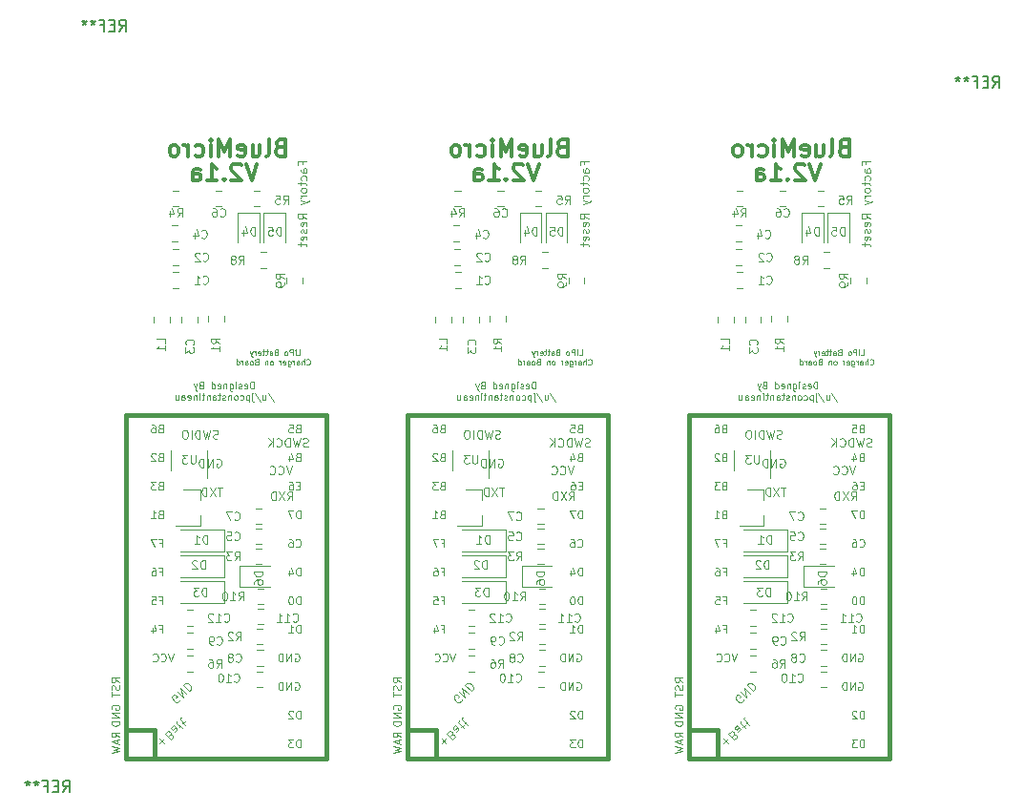
<source format=gbr>
G04 #@! TF.GenerationSoftware,KiCad,Pcbnew,(5.0.0)*
G04 #@! TF.CreationDate,2020-04-28T11:04:28-06:00*
G04 #@! TF.ProjectId,panel,70616E656C2E6B696361645F70636200,rev?*
G04 #@! TF.SameCoordinates,Original*
G04 #@! TF.FileFunction,Legend,Bot*
G04 #@! TF.FilePolarity,Positive*
%FSLAX46Y46*%
G04 Gerber Fmt 4.6, Leading zero omitted, Abs format (unit mm)*
G04 Created by KiCad (PCBNEW (5.0.0)) date 04/28/20 11:04:28*
%MOMM*%
%LPD*%
G01*
G04 APERTURE LIST*
%ADD10C,0.100000*%
%ADD11C,0.300000*%
%ADD12C,0.120000*%
%ADD13C,0.381000*%
%ADD14C,0.150000*%
G04 APERTURE END LIST*
D10*
X102975768Y-75433025D02*
X102547197Y-75433025D01*
X102761482Y-76183025D02*
X102761482Y-75433025D01*
X102368625Y-75433025D02*
X101868625Y-76183025D01*
X101868625Y-75433025D02*
X102368625Y-76183025D01*
X101582911Y-76183025D02*
X101582911Y-75433025D01*
X101404340Y-75433025D01*
X101297197Y-75468740D01*
X101225768Y-75540168D01*
X101190054Y-75611597D01*
X101154340Y-75754454D01*
X101154340Y-75861597D01*
X101190054Y-76004454D01*
X101225768Y-76075882D01*
X101297197Y-76147311D01*
X101404340Y-76183025D01*
X101582911Y-76183025D01*
X77975768Y-75433025D02*
X77547197Y-75433025D01*
X77761482Y-76183025D02*
X77761482Y-75433025D01*
X77368625Y-75433025D02*
X76868625Y-76183025D01*
X76868625Y-75433025D02*
X77368625Y-76183025D01*
X76582911Y-76183025D02*
X76582911Y-75433025D01*
X76404340Y-75433025D01*
X76297197Y-75468740D01*
X76225768Y-75540168D01*
X76190054Y-75611597D01*
X76154340Y-75754454D01*
X76154340Y-75861597D01*
X76190054Y-76004454D01*
X76225768Y-76075882D01*
X76297197Y-76147311D01*
X76404340Y-76183025D01*
X76582911Y-76183025D01*
D11*
X106075665Y-46714011D02*
X105575665Y-48214011D01*
X105075665Y-46714011D01*
X104647094Y-46856868D02*
X104575665Y-46785440D01*
X104432808Y-46714011D01*
X104075665Y-46714011D01*
X103932808Y-46785440D01*
X103861380Y-46856868D01*
X103789951Y-46999725D01*
X103789951Y-47142582D01*
X103861380Y-47356868D01*
X104718522Y-48214011D01*
X103789951Y-48214011D01*
X103147094Y-48071154D02*
X103075665Y-48142582D01*
X103147094Y-48214011D01*
X103218522Y-48142582D01*
X103147094Y-48071154D01*
X103147094Y-48214011D01*
X101647094Y-48214011D02*
X102504237Y-48214011D01*
X102075665Y-48214011D02*
X102075665Y-46714011D01*
X102218522Y-46928297D01*
X102361380Y-47071154D01*
X102504237Y-47142582D01*
X100361380Y-48214011D02*
X100361380Y-47428297D01*
X100432808Y-47285440D01*
X100575665Y-47214011D01*
X100861380Y-47214011D01*
X101004237Y-47285440D01*
X100361380Y-48142582D02*
X100504237Y-48214011D01*
X100861380Y-48214011D01*
X101004237Y-48142582D01*
X101075665Y-47999725D01*
X101075665Y-47856868D01*
X101004237Y-47714011D01*
X100861380Y-47642582D01*
X100504237Y-47642582D01*
X100361380Y-47571154D01*
X81075665Y-46714011D02*
X80575665Y-48214011D01*
X80075665Y-46714011D01*
X79647094Y-46856868D02*
X79575665Y-46785440D01*
X79432808Y-46714011D01*
X79075665Y-46714011D01*
X78932808Y-46785440D01*
X78861380Y-46856868D01*
X78789951Y-46999725D01*
X78789951Y-47142582D01*
X78861380Y-47356868D01*
X79718522Y-48214011D01*
X78789951Y-48214011D01*
X78147094Y-48071154D02*
X78075665Y-48142582D01*
X78147094Y-48214011D01*
X78218522Y-48142582D01*
X78147094Y-48071154D01*
X78147094Y-48214011D01*
X76647094Y-48214011D02*
X77504237Y-48214011D01*
X77075665Y-48214011D02*
X77075665Y-46714011D01*
X77218522Y-46928297D01*
X77361380Y-47071154D01*
X77504237Y-47142582D01*
X75361380Y-48214011D02*
X75361380Y-47428297D01*
X75432808Y-47285440D01*
X75575665Y-47214011D01*
X75861380Y-47214011D01*
X76004237Y-47285440D01*
X75361380Y-48142582D02*
X75504237Y-48214011D01*
X75861380Y-48214011D01*
X76004237Y-48142582D01*
X76075665Y-47999725D01*
X76075665Y-47856868D01*
X76004237Y-47714011D01*
X75861380Y-47642582D01*
X75504237Y-47642582D01*
X75361380Y-47571154D01*
D10*
X97425306Y-98152011D02*
X97829367Y-97747950D01*
X97425306Y-97747950D02*
X97829367Y-98152011D01*
X98334444Y-97394397D02*
X98384951Y-97293382D01*
X98384951Y-97242874D01*
X98359697Y-97167113D01*
X98283936Y-97091351D01*
X98208174Y-97066097D01*
X98157667Y-97066097D01*
X98081905Y-97091351D01*
X97879875Y-97293382D01*
X98410205Y-97823712D01*
X98586982Y-97646935D01*
X98612235Y-97571174D01*
X98612235Y-97520666D01*
X98586982Y-97444905D01*
X98536474Y-97394397D01*
X98460713Y-97369143D01*
X98410205Y-97369143D01*
X98334444Y-97394397D01*
X98157667Y-97571174D01*
X98637489Y-96535767D02*
X98915281Y-96813559D01*
X98940535Y-96889321D01*
X98915281Y-96965082D01*
X98814266Y-97066097D01*
X98738505Y-97091351D01*
X98662743Y-96561021D02*
X98586982Y-96586275D01*
X98460713Y-96712544D01*
X98435459Y-96788305D01*
X98460713Y-96864067D01*
X98511220Y-96914574D01*
X98586982Y-96939828D01*
X98662743Y-96914574D01*
X98789012Y-96788305D01*
X98864774Y-96763052D01*
X99167819Y-96712544D02*
X99369850Y-96510513D01*
X99420358Y-96813559D02*
X98965789Y-96358991D01*
X98940535Y-96283229D01*
X98965789Y-96207468D01*
X99016296Y-96156960D01*
X99470865Y-96409498D02*
X99672896Y-96207468D01*
X99723403Y-96510513D02*
X99268835Y-96055945D01*
X99243581Y-95980183D01*
X99268835Y-95904422D01*
X99319342Y-95853914D01*
X72425306Y-98152011D02*
X72829367Y-97747950D01*
X72425306Y-97747950D02*
X72829367Y-98152011D01*
X73334444Y-97394397D02*
X73384951Y-97293382D01*
X73384951Y-97242874D01*
X73359697Y-97167113D01*
X73283936Y-97091351D01*
X73208174Y-97066097D01*
X73157667Y-97066097D01*
X73081905Y-97091351D01*
X72879875Y-97293382D01*
X73410205Y-97823712D01*
X73586982Y-97646935D01*
X73612235Y-97571174D01*
X73612235Y-97520666D01*
X73586982Y-97444905D01*
X73536474Y-97394397D01*
X73460713Y-97369143D01*
X73410205Y-97369143D01*
X73334444Y-97394397D01*
X73157667Y-97571174D01*
X73637489Y-96535767D02*
X73915281Y-96813559D01*
X73940535Y-96889321D01*
X73915281Y-96965082D01*
X73814266Y-97066097D01*
X73738505Y-97091351D01*
X73662743Y-96561021D02*
X73586982Y-96586275D01*
X73460713Y-96712544D01*
X73435459Y-96788305D01*
X73460713Y-96864067D01*
X73511220Y-96914574D01*
X73586982Y-96939828D01*
X73662743Y-96914574D01*
X73789012Y-96788305D01*
X73864774Y-96763052D01*
X74167819Y-96712544D02*
X74369850Y-96510513D01*
X74420358Y-96813559D02*
X73965789Y-96358991D01*
X73940535Y-96283229D01*
X73965789Y-96207468D01*
X74016296Y-96156960D01*
X74470865Y-96409498D02*
X74672896Y-96207468D01*
X74723403Y-96510513D02*
X74268835Y-96055945D01*
X74243581Y-95980183D01*
X74268835Y-95904422D01*
X74319342Y-95853914D01*
X102473768Y-72928740D02*
X102545197Y-72893025D01*
X102652340Y-72893025D01*
X102759482Y-72928740D01*
X102830911Y-73000168D01*
X102866625Y-73071597D01*
X102902340Y-73214454D01*
X102902340Y-73321597D01*
X102866625Y-73464454D01*
X102830911Y-73535882D01*
X102759482Y-73607311D01*
X102652340Y-73643025D01*
X102580911Y-73643025D01*
X102473768Y-73607311D01*
X102438054Y-73571597D01*
X102438054Y-73321597D01*
X102580911Y-73321597D01*
X102116625Y-73643025D02*
X102116625Y-72893025D01*
X101688054Y-73643025D01*
X101688054Y-72893025D01*
X101330911Y-73643025D02*
X101330911Y-72893025D01*
X101152340Y-72893025D01*
X101045197Y-72928740D01*
X100973768Y-73000168D01*
X100938054Y-73071597D01*
X100902340Y-73214454D01*
X100902340Y-73321597D01*
X100938054Y-73464454D01*
X100973768Y-73535882D01*
X101045197Y-73607311D01*
X101152340Y-73643025D01*
X101330911Y-73643025D01*
X77473768Y-72928740D02*
X77545197Y-72893025D01*
X77652340Y-72893025D01*
X77759482Y-72928740D01*
X77830911Y-73000168D01*
X77866625Y-73071597D01*
X77902340Y-73214454D01*
X77902340Y-73321597D01*
X77866625Y-73464454D01*
X77830911Y-73535882D01*
X77759482Y-73607311D01*
X77652340Y-73643025D01*
X77580911Y-73643025D01*
X77473768Y-73607311D01*
X77438054Y-73571597D01*
X77438054Y-73321597D01*
X77580911Y-73321597D01*
X77116625Y-73643025D02*
X77116625Y-72893025D01*
X76688054Y-73643025D01*
X76688054Y-72893025D01*
X76330911Y-73643025D02*
X76330911Y-72893025D01*
X76152340Y-72893025D01*
X76045197Y-72928740D01*
X75973768Y-73000168D01*
X75938054Y-73071597D01*
X75902340Y-73214454D01*
X75902340Y-73321597D01*
X75938054Y-73464454D01*
X75973768Y-73535882D01*
X76045197Y-73607311D01*
X76152340Y-73643025D01*
X76330911Y-73643025D01*
X109129340Y-73529025D02*
X108879340Y-74279025D01*
X108629340Y-73529025D01*
X107950768Y-74207597D02*
X107986482Y-74243311D01*
X108093625Y-74279025D01*
X108165054Y-74279025D01*
X108272197Y-74243311D01*
X108343625Y-74171882D01*
X108379340Y-74100454D01*
X108415054Y-73957597D01*
X108415054Y-73850454D01*
X108379340Y-73707597D01*
X108343625Y-73636168D01*
X108272197Y-73564740D01*
X108165054Y-73529025D01*
X108093625Y-73529025D01*
X107986482Y-73564740D01*
X107950768Y-73600454D01*
X107200768Y-74207597D02*
X107236482Y-74243311D01*
X107343625Y-74279025D01*
X107415054Y-74279025D01*
X107522197Y-74243311D01*
X107593625Y-74171882D01*
X107629340Y-74100454D01*
X107665054Y-73957597D01*
X107665054Y-73850454D01*
X107629340Y-73707597D01*
X107593625Y-73636168D01*
X107522197Y-73564740D01*
X107415054Y-73529025D01*
X107343625Y-73529025D01*
X107236482Y-73564740D01*
X107200768Y-73600454D01*
X84129340Y-73529025D02*
X83879340Y-74279025D01*
X83629340Y-73529025D01*
X82950768Y-74207597D02*
X82986482Y-74243311D01*
X83093625Y-74279025D01*
X83165054Y-74279025D01*
X83272197Y-74243311D01*
X83343625Y-74171882D01*
X83379340Y-74100454D01*
X83415054Y-73957597D01*
X83415054Y-73850454D01*
X83379340Y-73707597D01*
X83343625Y-73636168D01*
X83272197Y-73564740D01*
X83165054Y-73529025D01*
X83093625Y-73529025D01*
X82986482Y-73564740D01*
X82950768Y-73600454D01*
X82200768Y-74207597D02*
X82236482Y-74243311D01*
X82343625Y-74279025D01*
X82415054Y-74279025D01*
X82522197Y-74243311D01*
X82593625Y-74171882D01*
X82629340Y-74100454D01*
X82665054Y-73957597D01*
X82665054Y-73850454D01*
X82629340Y-73707597D01*
X82593625Y-73636168D01*
X82522197Y-73564740D01*
X82415054Y-73529025D01*
X82343625Y-73529025D01*
X82236482Y-73564740D01*
X82200768Y-73600454D01*
X108752340Y-76564025D02*
X109002340Y-76206882D01*
X109180911Y-76564025D02*
X109180911Y-75814025D01*
X108895197Y-75814025D01*
X108823768Y-75849740D01*
X108788054Y-75885454D01*
X108752340Y-75956882D01*
X108752340Y-76064025D01*
X108788054Y-76135454D01*
X108823768Y-76171168D01*
X108895197Y-76206882D01*
X109180911Y-76206882D01*
X108502340Y-75814025D02*
X108002340Y-76564025D01*
X108002340Y-75814025D02*
X108502340Y-76564025D01*
X107716625Y-76564025D02*
X107716625Y-75814025D01*
X107538054Y-75814025D01*
X107430911Y-75849740D01*
X107359482Y-75921168D01*
X107323768Y-75992597D01*
X107288054Y-76135454D01*
X107288054Y-76242597D01*
X107323768Y-76385454D01*
X107359482Y-76456882D01*
X107430911Y-76528311D01*
X107538054Y-76564025D01*
X107716625Y-76564025D01*
X83752340Y-76564025D02*
X84002340Y-76206882D01*
X84180911Y-76564025D02*
X84180911Y-75814025D01*
X83895197Y-75814025D01*
X83823768Y-75849740D01*
X83788054Y-75885454D01*
X83752340Y-75956882D01*
X83752340Y-76064025D01*
X83788054Y-76135454D01*
X83823768Y-76171168D01*
X83895197Y-76206882D01*
X84180911Y-76206882D01*
X83502340Y-75814025D02*
X83002340Y-76564025D01*
X83002340Y-75814025D02*
X83502340Y-76564025D01*
X82716625Y-76564025D02*
X82716625Y-75814025D01*
X82538054Y-75814025D01*
X82430911Y-75849740D01*
X82359482Y-75921168D01*
X82323768Y-75992597D01*
X82288054Y-76135454D01*
X82288054Y-76242597D01*
X82323768Y-76385454D01*
X82359482Y-76456882D01*
X82430911Y-76528311D01*
X82538054Y-76564025D01*
X82716625Y-76564025D01*
X105767911Y-66671168D02*
X105767911Y-66071168D01*
X105625054Y-66071168D01*
X105539340Y-66099740D01*
X105482197Y-66156882D01*
X105453625Y-66214025D01*
X105425054Y-66328311D01*
X105425054Y-66414025D01*
X105453625Y-66528311D01*
X105482197Y-66585454D01*
X105539340Y-66642597D01*
X105625054Y-66671168D01*
X105767911Y-66671168D01*
X104939340Y-66642597D02*
X104996482Y-66671168D01*
X105110768Y-66671168D01*
X105167911Y-66642597D01*
X105196482Y-66585454D01*
X105196482Y-66356882D01*
X105167911Y-66299740D01*
X105110768Y-66271168D01*
X104996482Y-66271168D01*
X104939340Y-66299740D01*
X104910768Y-66356882D01*
X104910768Y-66414025D01*
X105196482Y-66471168D01*
X104682197Y-66642597D02*
X104625054Y-66671168D01*
X104510768Y-66671168D01*
X104453625Y-66642597D01*
X104425054Y-66585454D01*
X104425054Y-66556882D01*
X104453625Y-66499740D01*
X104510768Y-66471168D01*
X104596482Y-66471168D01*
X104653625Y-66442597D01*
X104682197Y-66385454D01*
X104682197Y-66356882D01*
X104653625Y-66299740D01*
X104596482Y-66271168D01*
X104510768Y-66271168D01*
X104453625Y-66299740D01*
X104167911Y-66671168D02*
X104167911Y-66271168D01*
X104167911Y-66071168D02*
X104196482Y-66099740D01*
X104167911Y-66128311D01*
X104139340Y-66099740D01*
X104167911Y-66071168D01*
X104167911Y-66128311D01*
X103625054Y-66271168D02*
X103625054Y-66756882D01*
X103653625Y-66814025D01*
X103682197Y-66842597D01*
X103739340Y-66871168D01*
X103825054Y-66871168D01*
X103882197Y-66842597D01*
X103625054Y-66642597D02*
X103682197Y-66671168D01*
X103796482Y-66671168D01*
X103853625Y-66642597D01*
X103882197Y-66614025D01*
X103910768Y-66556882D01*
X103910768Y-66385454D01*
X103882197Y-66328311D01*
X103853625Y-66299740D01*
X103796482Y-66271168D01*
X103682197Y-66271168D01*
X103625054Y-66299740D01*
X103339340Y-66271168D02*
X103339340Y-66671168D01*
X103339340Y-66328311D02*
X103310768Y-66299740D01*
X103253625Y-66271168D01*
X103167911Y-66271168D01*
X103110768Y-66299740D01*
X103082197Y-66356882D01*
X103082197Y-66671168D01*
X102567911Y-66642597D02*
X102625054Y-66671168D01*
X102739340Y-66671168D01*
X102796482Y-66642597D01*
X102825054Y-66585454D01*
X102825054Y-66356882D01*
X102796482Y-66299740D01*
X102739340Y-66271168D01*
X102625054Y-66271168D01*
X102567911Y-66299740D01*
X102539340Y-66356882D01*
X102539340Y-66414025D01*
X102825054Y-66471168D01*
X102025054Y-66671168D02*
X102025054Y-66071168D01*
X102025054Y-66642597D02*
X102082197Y-66671168D01*
X102196482Y-66671168D01*
X102253625Y-66642597D01*
X102282197Y-66614025D01*
X102310768Y-66556882D01*
X102310768Y-66385454D01*
X102282197Y-66328311D01*
X102253625Y-66299740D01*
X102196482Y-66271168D01*
X102082197Y-66271168D01*
X102025054Y-66299740D01*
X101082197Y-66356882D02*
X100996482Y-66385454D01*
X100967911Y-66414025D01*
X100939340Y-66471168D01*
X100939340Y-66556882D01*
X100967911Y-66614025D01*
X100996482Y-66642597D01*
X101053625Y-66671168D01*
X101282197Y-66671168D01*
X101282197Y-66071168D01*
X101082197Y-66071168D01*
X101025054Y-66099740D01*
X100996482Y-66128311D01*
X100967911Y-66185454D01*
X100967911Y-66242597D01*
X100996482Y-66299740D01*
X101025054Y-66328311D01*
X101082197Y-66356882D01*
X101282197Y-66356882D01*
X100739340Y-66271168D02*
X100596482Y-66671168D01*
X100453625Y-66271168D02*
X100596482Y-66671168D01*
X100653625Y-66814025D01*
X100682197Y-66842597D01*
X100739340Y-66871168D01*
X107025054Y-67042597D02*
X107539340Y-67814025D01*
X106567911Y-67271168D02*
X106567911Y-67671168D01*
X106825054Y-67271168D02*
X106825054Y-67585454D01*
X106796482Y-67642597D01*
X106739340Y-67671168D01*
X106653625Y-67671168D01*
X106596482Y-67642597D01*
X106567911Y-67614025D01*
X105853625Y-67042597D02*
X106367911Y-67814025D01*
X105653625Y-67271168D02*
X105653625Y-67785454D01*
X105682197Y-67842597D01*
X105739340Y-67871168D01*
X105767911Y-67871168D01*
X105653625Y-67071168D02*
X105682197Y-67099740D01*
X105653625Y-67128311D01*
X105625054Y-67099740D01*
X105653625Y-67071168D01*
X105653625Y-67128311D01*
X105367911Y-67271168D02*
X105367911Y-67871168D01*
X105367911Y-67299740D02*
X105310768Y-67271168D01*
X105196482Y-67271168D01*
X105139340Y-67299740D01*
X105110768Y-67328311D01*
X105082197Y-67385454D01*
X105082197Y-67556882D01*
X105110768Y-67614025D01*
X105139340Y-67642597D01*
X105196482Y-67671168D01*
X105310768Y-67671168D01*
X105367911Y-67642597D01*
X104567911Y-67642597D02*
X104625054Y-67671168D01*
X104739340Y-67671168D01*
X104796482Y-67642597D01*
X104825054Y-67614025D01*
X104853625Y-67556882D01*
X104853625Y-67385454D01*
X104825054Y-67328311D01*
X104796482Y-67299740D01*
X104739340Y-67271168D01*
X104625054Y-67271168D01*
X104567911Y-67299740D01*
X104225054Y-67671168D02*
X104282197Y-67642597D01*
X104310768Y-67614025D01*
X104339340Y-67556882D01*
X104339340Y-67385454D01*
X104310768Y-67328311D01*
X104282197Y-67299740D01*
X104225054Y-67271168D01*
X104139340Y-67271168D01*
X104082197Y-67299740D01*
X104053625Y-67328311D01*
X104025054Y-67385454D01*
X104025054Y-67556882D01*
X104053625Y-67614025D01*
X104082197Y-67642597D01*
X104139340Y-67671168D01*
X104225054Y-67671168D01*
X103767911Y-67271168D02*
X103767911Y-67671168D01*
X103767911Y-67328311D02*
X103739340Y-67299740D01*
X103682197Y-67271168D01*
X103596482Y-67271168D01*
X103539340Y-67299740D01*
X103510768Y-67356882D01*
X103510768Y-67671168D01*
X103253625Y-67642597D02*
X103196482Y-67671168D01*
X103082197Y-67671168D01*
X103025054Y-67642597D01*
X102996482Y-67585454D01*
X102996482Y-67556882D01*
X103025054Y-67499740D01*
X103082197Y-67471168D01*
X103167911Y-67471168D01*
X103225054Y-67442597D01*
X103253625Y-67385454D01*
X103253625Y-67356882D01*
X103225054Y-67299740D01*
X103167911Y-67271168D01*
X103082197Y-67271168D01*
X103025054Y-67299740D01*
X102825054Y-67271168D02*
X102596482Y-67271168D01*
X102739340Y-67071168D02*
X102739340Y-67585454D01*
X102710768Y-67642597D01*
X102653625Y-67671168D01*
X102596482Y-67671168D01*
X102139340Y-67671168D02*
X102139340Y-67356882D01*
X102167911Y-67299740D01*
X102225054Y-67271168D01*
X102339340Y-67271168D01*
X102396482Y-67299740D01*
X102139340Y-67642597D02*
X102196482Y-67671168D01*
X102339340Y-67671168D01*
X102396482Y-67642597D01*
X102425054Y-67585454D01*
X102425054Y-67528311D01*
X102396482Y-67471168D01*
X102339340Y-67442597D01*
X102196482Y-67442597D01*
X102139340Y-67414025D01*
X101853625Y-67271168D02*
X101853625Y-67671168D01*
X101853625Y-67328311D02*
X101825054Y-67299740D01*
X101767911Y-67271168D01*
X101682197Y-67271168D01*
X101625054Y-67299740D01*
X101596482Y-67356882D01*
X101596482Y-67671168D01*
X101396482Y-67271168D02*
X101167911Y-67271168D01*
X101310768Y-67071168D02*
X101310768Y-67585454D01*
X101282197Y-67642597D01*
X101225054Y-67671168D01*
X101167911Y-67671168D01*
X100967911Y-67671168D02*
X100967911Y-67271168D01*
X100967911Y-67071168D02*
X100996482Y-67099740D01*
X100967911Y-67128311D01*
X100939340Y-67099740D01*
X100967911Y-67071168D01*
X100967911Y-67128311D01*
X100682197Y-67271168D02*
X100682197Y-67671168D01*
X100682197Y-67328311D02*
X100653625Y-67299740D01*
X100596482Y-67271168D01*
X100510768Y-67271168D01*
X100453625Y-67299740D01*
X100425054Y-67356882D01*
X100425054Y-67671168D01*
X99910768Y-67642597D02*
X99967911Y-67671168D01*
X100082197Y-67671168D01*
X100139340Y-67642597D01*
X100167911Y-67585454D01*
X100167911Y-67356882D01*
X100139340Y-67299740D01*
X100082197Y-67271168D01*
X99967911Y-67271168D01*
X99910768Y-67299740D01*
X99882197Y-67356882D01*
X99882197Y-67414025D01*
X100167911Y-67471168D01*
X99367911Y-67671168D02*
X99367911Y-67356882D01*
X99396482Y-67299740D01*
X99453625Y-67271168D01*
X99567911Y-67271168D01*
X99625054Y-67299740D01*
X99367911Y-67642597D02*
X99425054Y-67671168D01*
X99567911Y-67671168D01*
X99625054Y-67642597D01*
X99653625Y-67585454D01*
X99653625Y-67528311D01*
X99625054Y-67471168D01*
X99567911Y-67442597D01*
X99425054Y-67442597D01*
X99367911Y-67414025D01*
X98825054Y-67271168D02*
X98825054Y-67671168D01*
X99082197Y-67271168D02*
X99082197Y-67585454D01*
X99053625Y-67642597D01*
X98996482Y-67671168D01*
X98910768Y-67671168D01*
X98853625Y-67642597D01*
X98825054Y-67614025D01*
X80767911Y-66671168D02*
X80767911Y-66071168D01*
X80625054Y-66071168D01*
X80539340Y-66099740D01*
X80482197Y-66156882D01*
X80453625Y-66214025D01*
X80425054Y-66328311D01*
X80425054Y-66414025D01*
X80453625Y-66528311D01*
X80482197Y-66585454D01*
X80539340Y-66642597D01*
X80625054Y-66671168D01*
X80767911Y-66671168D01*
X79939340Y-66642597D02*
X79996482Y-66671168D01*
X80110768Y-66671168D01*
X80167911Y-66642597D01*
X80196482Y-66585454D01*
X80196482Y-66356882D01*
X80167911Y-66299740D01*
X80110768Y-66271168D01*
X79996482Y-66271168D01*
X79939340Y-66299740D01*
X79910768Y-66356882D01*
X79910768Y-66414025D01*
X80196482Y-66471168D01*
X79682197Y-66642597D02*
X79625054Y-66671168D01*
X79510768Y-66671168D01*
X79453625Y-66642597D01*
X79425054Y-66585454D01*
X79425054Y-66556882D01*
X79453625Y-66499740D01*
X79510768Y-66471168D01*
X79596482Y-66471168D01*
X79653625Y-66442597D01*
X79682197Y-66385454D01*
X79682197Y-66356882D01*
X79653625Y-66299740D01*
X79596482Y-66271168D01*
X79510768Y-66271168D01*
X79453625Y-66299740D01*
X79167911Y-66671168D02*
X79167911Y-66271168D01*
X79167911Y-66071168D02*
X79196482Y-66099740D01*
X79167911Y-66128311D01*
X79139340Y-66099740D01*
X79167911Y-66071168D01*
X79167911Y-66128311D01*
X78625054Y-66271168D02*
X78625054Y-66756882D01*
X78653625Y-66814025D01*
X78682197Y-66842597D01*
X78739340Y-66871168D01*
X78825054Y-66871168D01*
X78882197Y-66842597D01*
X78625054Y-66642597D02*
X78682197Y-66671168D01*
X78796482Y-66671168D01*
X78853625Y-66642597D01*
X78882197Y-66614025D01*
X78910768Y-66556882D01*
X78910768Y-66385454D01*
X78882197Y-66328311D01*
X78853625Y-66299740D01*
X78796482Y-66271168D01*
X78682197Y-66271168D01*
X78625054Y-66299740D01*
X78339340Y-66271168D02*
X78339340Y-66671168D01*
X78339340Y-66328311D02*
X78310768Y-66299740D01*
X78253625Y-66271168D01*
X78167911Y-66271168D01*
X78110768Y-66299740D01*
X78082197Y-66356882D01*
X78082197Y-66671168D01*
X77567911Y-66642597D02*
X77625054Y-66671168D01*
X77739340Y-66671168D01*
X77796482Y-66642597D01*
X77825054Y-66585454D01*
X77825054Y-66356882D01*
X77796482Y-66299740D01*
X77739340Y-66271168D01*
X77625054Y-66271168D01*
X77567911Y-66299740D01*
X77539340Y-66356882D01*
X77539340Y-66414025D01*
X77825054Y-66471168D01*
X77025054Y-66671168D02*
X77025054Y-66071168D01*
X77025054Y-66642597D02*
X77082197Y-66671168D01*
X77196482Y-66671168D01*
X77253625Y-66642597D01*
X77282197Y-66614025D01*
X77310768Y-66556882D01*
X77310768Y-66385454D01*
X77282197Y-66328311D01*
X77253625Y-66299740D01*
X77196482Y-66271168D01*
X77082197Y-66271168D01*
X77025054Y-66299740D01*
X76082197Y-66356882D02*
X75996482Y-66385454D01*
X75967911Y-66414025D01*
X75939340Y-66471168D01*
X75939340Y-66556882D01*
X75967911Y-66614025D01*
X75996482Y-66642597D01*
X76053625Y-66671168D01*
X76282197Y-66671168D01*
X76282197Y-66071168D01*
X76082197Y-66071168D01*
X76025054Y-66099740D01*
X75996482Y-66128311D01*
X75967911Y-66185454D01*
X75967911Y-66242597D01*
X75996482Y-66299740D01*
X76025054Y-66328311D01*
X76082197Y-66356882D01*
X76282197Y-66356882D01*
X75739340Y-66271168D02*
X75596482Y-66671168D01*
X75453625Y-66271168D02*
X75596482Y-66671168D01*
X75653625Y-66814025D01*
X75682197Y-66842597D01*
X75739340Y-66871168D01*
X82025054Y-67042597D02*
X82539340Y-67814025D01*
X81567911Y-67271168D02*
X81567911Y-67671168D01*
X81825054Y-67271168D02*
X81825054Y-67585454D01*
X81796482Y-67642597D01*
X81739340Y-67671168D01*
X81653625Y-67671168D01*
X81596482Y-67642597D01*
X81567911Y-67614025D01*
X80853625Y-67042597D02*
X81367911Y-67814025D01*
X80653625Y-67271168D02*
X80653625Y-67785454D01*
X80682197Y-67842597D01*
X80739340Y-67871168D01*
X80767911Y-67871168D01*
X80653625Y-67071168D02*
X80682197Y-67099740D01*
X80653625Y-67128311D01*
X80625054Y-67099740D01*
X80653625Y-67071168D01*
X80653625Y-67128311D01*
X80367911Y-67271168D02*
X80367911Y-67871168D01*
X80367911Y-67299740D02*
X80310768Y-67271168D01*
X80196482Y-67271168D01*
X80139340Y-67299740D01*
X80110768Y-67328311D01*
X80082197Y-67385454D01*
X80082197Y-67556882D01*
X80110768Y-67614025D01*
X80139340Y-67642597D01*
X80196482Y-67671168D01*
X80310768Y-67671168D01*
X80367911Y-67642597D01*
X79567911Y-67642597D02*
X79625054Y-67671168D01*
X79739340Y-67671168D01*
X79796482Y-67642597D01*
X79825054Y-67614025D01*
X79853625Y-67556882D01*
X79853625Y-67385454D01*
X79825054Y-67328311D01*
X79796482Y-67299740D01*
X79739340Y-67271168D01*
X79625054Y-67271168D01*
X79567911Y-67299740D01*
X79225054Y-67671168D02*
X79282197Y-67642597D01*
X79310768Y-67614025D01*
X79339340Y-67556882D01*
X79339340Y-67385454D01*
X79310768Y-67328311D01*
X79282197Y-67299740D01*
X79225054Y-67271168D01*
X79139340Y-67271168D01*
X79082197Y-67299740D01*
X79053625Y-67328311D01*
X79025054Y-67385454D01*
X79025054Y-67556882D01*
X79053625Y-67614025D01*
X79082197Y-67642597D01*
X79139340Y-67671168D01*
X79225054Y-67671168D01*
X78767911Y-67271168D02*
X78767911Y-67671168D01*
X78767911Y-67328311D02*
X78739340Y-67299740D01*
X78682197Y-67271168D01*
X78596482Y-67271168D01*
X78539340Y-67299740D01*
X78510768Y-67356882D01*
X78510768Y-67671168D01*
X78253625Y-67642597D02*
X78196482Y-67671168D01*
X78082197Y-67671168D01*
X78025054Y-67642597D01*
X77996482Y-67585454D01*
X77996482Y-67556882D01*
X78025054Y-67499740D01*
X78082197Y-67471168D01*
X78167911Y-67471168D01*
X78225054Y-67442597D01*
X78253625Y-67385454D01*
X78253625Y-67356882D01*
X78225054Y-67299740D01*
X78167911Y-67271168D01*
X78082197Y-67271168D01*
X78025054Y-67299740D01*
X77825054Y-67271168D02*
X77596482Y-67271168D01*
X77739340Y-67071168D02*
X77739340Y-67585454D01*
X77710768Y-67642597D01*
X77653625Y-67671168D01*
X77596482Y-67671168D01*
X77139340Y-67671168D02*
X77139340Y-67356882D01*
X77167911Y-67299740D01*
X77225054Y-67271168D01*
X77339340Y-67271168D01*
X77396482Y-67299740D01*
X77139340Y-67642597D02*
X77196482Y-67671168D01*
X77339340Y-67671168D01*
X77396482Y-67642597D01*
X77425054Y-67585454D01*
X77425054Y-67528311D01*
X77396482Y-67471168D01*
X77339340Y-67442597D01*
X77196482Y-67442597D01*
X77139340Y-67414025D01*
X76853625Y-67271168D02*
X76853625Y-67671168D01*
X76853625Y-67328311D02*
X76825054Y-67299740D01*
X76767911Y-67271168D01*
X76682197Y-67271168D01*
X76625054Y-67299740D01*
X76596482Y-67356882D01*
X76596482Y-67671168D01*
X76396482Y-67271168D02*
X76167911Y-67271168D01*
X76310768Y-67071168D02*
X76310768Y-67585454D01*
X76282197Y-67642597D01*
X76225054Y-67671168D01*
X76167911Y-67671168D01*
X75967911Y-67671168D02*
X75967911Y-67271168D01*
X75967911Y-67071168D02*
X75996482Y-67099740D01*
X75967911Y-67128311D01*
X75939340Y-67099740D01*
X75967911Y-67071168D01*
X75967911Y-67128311D01*
X75682197Y-67271168D02*
X75682197Y-67671168D01*
X75682197Y-67328311D02*
X75653625Y-67299740D01*
X75596482Y-67271168D01*
X75510768Y-67271168D01*
X75453625Y-67299740D01*
X75425054Y-67356882D01*
X75425054Y-67671168D01*
X74910768Y-67642597D02*
X74967911Y-67671168D01*
X75082197Y-67671168D01*
X75139340Y-67642597D01*
X75167911Y-67585454D01*
X75167911Y-67356882D01*
X75139340Y-67299740D01*
X75082197Y-67271168D01*
X74967911Y-67271168D01*
X74910768Y-67299740D01*
X74882197Y-67356882D01*
X74882197Y-67414025D01*
X75167911Y-67471168D01*
X74367911Y-67671168D02*
X74367911Y-67356882D01*
X74396482Y-67299740D01*
X74453625Y-67271168D01*
X74567911Y-67271168D01*
X74625054Y-67299740D01*
X74367911Y-67642597D02*
X74425054Y-67671168D01*
X74567911Y-67671168D01*
X74625054Y-67642597D01*
X74653625Y-67585454D01*
X74653625Y-67528311D01*
X74625054Y-67471168D01*
X74567911Y-67442597D01*
X74425054Y-67442597D01*
X74367911Y-67414025D01*
X73825054Y-67271168D02*
X73825054Y-67671168D01*
X74082197Y-67271168D02*
X74082197Y-67585454D01*
X74053625Y-67642597D01*
X73996482Y-67671168D01*
X73910768Y-67671168D01*
X73853625Y-67642597D01*
X73825054Y-67614025D01*
X99223444Y-94292966D02*
X99198190Y-94368727D01*
X99122428Y-94444488D01*
X99021413Y-94494996D01*
X98920398Y-94494996D01*
X98844636Y-94469742D01*
X98718367Y-94393981D01*
X98642606Y-94318219D01*
X98566844Y-94191950D01*
X98541591Y-94116189D01*
X98541591Y-94015174D01*
X98592098Y-93914158D01*
X98642606Y-93863651D01*
X98743621Y-93813143D01*
X98794129Y-93813143D01*
X98970905Y-93989920D01*
X98869890Y-94090935D01*
X98970905Y-93535351D02*
X99501235Y-94065681D01*
X99273951Y-93232305D01*
X99804281Y-93762635D01*
X99526489Y-92979767D02*
X100056819Y-93510097D01*
X100183088Y-93383828D01*
X100233596Y-93282813D01*
X100233596Y-93181798D01*
X100208342Y-93106036D01*
X100132581Y-92979767D01*
X100056819Y-92904006D01*
X99930550Y-92828244D01*
X99854789Y-92802991D01*
X99753774Y-92802991D01*
X99652758Y-92853498D01*
X99526489Y-92979767D01*
X74223444Y-94292966D02*
X74198190Y-94368727D01*
X74122428Y-94444488D01*
X74021413Y-94494996D01*
X73920398Y-94494996D01*
X73844636Y-94469742D01*
X73718367Y-94393981D01*
X73642606Y-94318219D01*
X73566844Y-94191950D01*
X73541591Y-94116189D01*
X73541591Y-94015174D01*
X73592098Y-93914158D01*
X73642606Y-93863651D01*
X73743621Y-93813143D01*
X73794129Y-93813143D01*
X73970905Y-93989920D01*
X73869890Y-94090935D01*
X73970905Y-93535351D02*
X74501235Y-94065681D01*
X74273951Y-93232305D01*
X74804281Y-93762635D01*
X74526489Y-92979767D02*
X75056819Y-93510097D01*
X75183088Y-93383828D01*
X75233596Y-93282813D01*
X75233596Y-93181798D01*
X75208342Y-93106036D01*
X75132581Y-92979767D01*
X75056819Y-92904006D01*
X74930550Y-92828244D01*
X74854789Y-92802991D01*
X74753774Y-92802991D01*
X74652758Y-92853498D01*
X74526489Y-92979767D01*
X102602625Y-71067311D02*
X102495482Y-71103025D01*
X102316911Y-71103025D01*
X102245482Y-71067311D01*
X102209768Y-71031597D01*
X102174054Y-70960168D01*
X102174054Y-70888740D01*
X102209768Y-70817311D01*
X102245482Y-70781597D01*
X102316911Y-70745882D01*
X102459768Y-70710168D01*
X102531197Y-70674454D01*
X102566911Y-70638740D01*
X102602625Y-70567311D01*
X102602625Y-70495882D01*
X102566911Y-70424454D01*
X102531197Y-70388740D01*
X102459768Y-70353025D01*
X102281197Y-70353025D01*
X102174054Y-70388740D01*
X101924054Y-70353025D02*
X101745482Y-71103025D01*
X101602625Y-70567311D01*
X101459768Y-71103025D01*
X101281197Y-70353025D01*
X100995482Y-71103025D02*
X100995482Y-70353025D01*
X100816911Y-70353025D01*
X100709768Y-70388740D01*
X100638340Y-70460168D01*
X100602625Y-70531597D01*
X100566911Y-70674454D01*
X100566911Y-70781597D01*
X100602625Y-70924454D01*
X100638340Y-70995882D01*
X100709768Y-71067311D01*
X100816911Y-71103025D01*
X100995482Y-71103025D01*
X100245482Y-71103025D02*
X100245482Y-70353025D01*
X99745482Y-70353025D02*
X99602625Y-70353025D01*
X99531197Y-70388740D01*
X99459768Y-70460168D01*
X99424054Y-70603025D01*
X99424054Y-70853025D01*
X99459768Y-70995882D01*
X99531197Y-71067311D01*
X99602625Y-71103025D01*
X99745482Y-71103025D01*
X99816911Y-71067311D01*
X99888340Y-70995882D01*
X99924054Y-70853025D01*
X99924054Y-70603025D01*
X99888340Y-70460168D01*
X99816911Y-70388740D01*
X99745482Y-70353025D01*
X77602625Y-71067311D02*
X77495482Y-71103025D01*
X77316911Y-71103025D01*
X77245482Y-71067311D01*
X77209768Y-71031597D01*
X77174054Y-70960168D01*
X77174054Y-70888740D01*
X77209768Y-70817311D01*
X77245482Y-70781597D01*
X77316911Y-70745882D01*
X77459768Y-70710168D01*
X77531197Y-70674454D01*
X77566911Y-70638740D01*
X77602625Y-70567311D01*
X77602625Y-70495882D01*
X77566911Y-70424454D01*
X77531197Y-70388740D01*
X77459768Y-70353025D01*
X77281197Y-70353025D01*
X77174054Y-70388740D01*
X76924054Y-70353025D02*
X76745482Y-71103025D01*
X76602625Y-70567311D01*
X76459768Y-71103025D01*
X76281197Y-70353025D01*
X75995482Y-71103025D02*
X75995482Y-70353025D01*
X75816911Y-70353025D01*
X75709768Y-70388740D01*
X75638340Y-70460168D01*
X75602625Y-70531597D01*
X75566911Y-70674454D01*
X75566911Y-70781597D01*
X75602625Y-70924454D01*
X75638340Y-70995882D01*
X75709768Y-71067311D01*
X75816911Y-71103025D01*
X75995482Y-71103025D01*
X75245482Y-71103025D02*
X75245482Y-70353025D01*
X74745482Y-70353025D02*
X74602625Y-70353025D01*
X74531197Y-70388740D01*
X74459768Y-70460168D01*
X74424054Y-70603025D01*
X74424054Y-70853025D01*
X74459768Y-70995882D01*
X74531197Y-71067311D01*
X74602625Y-71103025D01*
X74745482Y-71103025D01*
X74816911Y-71067311D01*
X74888340Y-70995882D01*
X74924054Y-70853025D01*
X74924054Y-70603025D01*
X74888340Y-70460168D01*
X74816911Y-70388740D01*
X74745482Y-70353025D01*
D11*
X108096982Y-45266757D02*
X107882697Y-45338185D01*
X107811268Y-45409614D01*
X107739840Y-45552471D01*
X107739840Y-45766757D01*
X107811268Y-45909614D01*
X107882697Y-45981042D01*
X108025554Y-46052471D01*
X108596982Y-46052471D01*
X108596982Y-44552471D01*
X108096982Y-44552471D01*
X107954125Y-44623900D01*
X107882697Y-44695328D01*
X107811268Y-44838185D01*
X107811268Y-44981042D01*
X107882697Y-45123900D01*
X107954125Y-45195328D01*
X108096982Y-45266757D01*
X108596982Y-45266757D01*
X106882697Y-46052471D02*
X107025554Y-45981042D01*
X107096982Y-45838185D01*
X107096982Y-44552471D01*
X105668411Y-45052471D02*
X105668411Y-46052471D01*
X106311268Y-45052471D02*
X106311268Y-45838185D01*
X106239840Y-45981042D01*
X106096982Y-46052471D01*
X105882697Y-46052471D01*
X105739840Y-45981042D01*
X105668411Y-45909614D01*
X104382697Y-45981042D02*
X104525554Y-46052471D01*
X104811268Y-46052471D01*
X104954125Y-45981042D01*
X105025554Y-45838185D01*
X105025554Y-45266757D01*
X104954125Y-45123900D01*
X104811268Y-45052471D01*
X104525554Y-45052471D01*
X104382697Y-45123900D01*
X104311268Y-45266757D01*
X104311268Y-45409614D01*
X105025554Y-45552471D01*
X103668411Y-46052471D02*
X103668411Y-44552471D01*
X103168411Y-45623900D01*
X102668411Y-44552471D01*
X102668411Y-46052471D01*
X101954125Y-46052471D02*
X101954125Y-45052471D01*
X101954125Y-44552471D02*
X102025554Y-44623900D01*
X101954125Y-44695328D01*
X101882697Y-44623900D01*
X101954125Y-44552471D01*
X101954125Y-44695328D01*
X100596982Y-45981042D02*
X100739840Y-46052471D01*
X101025554Y-46052471D01*
X101168411Y-45981042D01*
X101239840Y-45909614D01*
X101311268Y-45766757D01*
X101311268Y-45338185D01*
X101239840Y-45195328D01*
X101168411Y-45123900D01*
X101025554Y-45052471D01*
X100739840Y-45052471D01*
X100596982Y-45123900D01*
X99954125Y-46052471D02*
X99954125Y-45052471D01*
X99954125Y-45338185D02*
X99882697Y-45195328D01*
X99811268Y-45123900D01*
X99668411Y-45052471D01*
X99525554Y-45052471D01*
X98811268Y-46052471D02*
X98954125Y-45981042D01*
X99025554Y-45909614D01*
X99096982Y-45766757D01*
X99096982Y-45338185D01*
X99025554Y-45195328D01*
X98954125Y-45123900D01*
X98811268Y-45052471D01*
X98596982Y-45052471D01*
X98454125Y-45123900D01*
X98382697Y-45195328D01*
X98311268Y-45338185D01*
X98311268Y-45766757D01*
X98382697Y-45909614D01*
X98454125Y-45981042D01*
X98596982Y-46052471D01*
X98811268Y-46052471D01*
X83096982Y-45266757D02*
X82882697Y-45338185D01*
X82811268Y-45409614D01*
X82739840Y-45552471D01*
X82739840Y-45766757D01*
X82811268Y-45909614D01*
X82882697Y-45981042D01*
X83025554Y-46052471D01*
X83596982Y-46052471D01*
X83596982Y-44552471D01*
X83096982Y-44552471D01*
X82954125Y-44623900D01*
X82882697Y-44695328D01*
X82811268Y-44838185D01*
X82811268Y-44981042D01*
X82882697Y-45123900D01*
X82954125Y-45195328D01*
X83096982Y-45266757D01*
X83596982Y-45266757D01*
X81882697Y-46052471D02*
X82025554Y-45981042D01*
X82096982Y-45838185D01*
X82096982Y-44552471D01*
X80668411Y-45052471D02*
X80668411Y-46052471D01*
X81311268Y-45052471D02*
X81311268Y-45838185D01*
X81239840Y-45981042D01*
X81096982Y-46052471D01*
X80882697Y-46052471D01*
X80739840Y-45981042D01*
X80668411Y-45909614D01*
X79382697Y-45981042D02*
X79525554Y-46052471D01*
X79811268Y-46052471D01*
X79954125Y-45981042D01*
X80025554Y-45838185D01*
X80025554Y-45266757D01*
X79954125Y-45123900D01*
X79811268Y-45052471D01*
X79525554Y-45052471D01*
X79382697Y-45123900D01*
X79311268Y-45266757D01*
X79311268Y-45409614D01*
X80025554Y-45552471D01*
X78668411Y-46052471D02*
X78668411Y-44552471D01*
X78168411Y-45623900D01*
X77668411Y-44552471D01*
X77668411Y-46052471D01*
X76954125Y-46052471D02*
X76954125Y-45052471D01*
X76954125Y-44552471D02*
X77025554Y-44623900D01*
X76954125Y-44695328D01*
X76882697Y-44623900D01*
X76954125Y-44552471D01*
X76954125Y-44695328D01*
X75596982Y-45981042D02*
X75739840Y-46052471D01*
X76025554Y-46052471D01*
X76168411Y-45981042D01*
X76239840Y-45909614D01*
X76311268Y-45766757D01*
X76311268Y-45338185D01*
X76239840Y-45195328D01*
X76168411Y-45123900D01*
X76025554Y-45052471D01*
X75739840Y-45052471D01*
X75596982Y-45123900D01*
X74954125Y-46052471D02*
X74954125Y-45052471D01*
X74954125Y-45338185D02*
X74882697Y-45195328D01*
X74811268Y-45123900D01*
X74668411Y-45052471D01*
X74525554Y-45052471D01*
X73811268Y-46052471D02*
X73954125Y-45981042D01*
X74025554Y-45909614D01*
X74096982Y-45766757D01*
X74096982Y-45338185D01*
X74025554Y-45195328D01*
X73954125Y-45123900D01*
X73811268Y-45052471D01*
X73596982Y-45052471D01*
X73454125Y-45123900D01*
X73382697Y-45195328D01*
X73311268Y-45338185D01*
X73311268Y-45766757D01*
X73382697Y-45909614D01*
X73454125Y-45981042D01*
X73596982Y-46052471D01*
X73811268Y-46052471D01*
D10*
X110567197Y-71793311D02*
X110460054Y-71829025D01*
X110281482Y-71829025D01*
X110210054Y-71793311D01*
X110174340Y-71757597D01*
X110138625Y-71686168D01*
X110138625Y-71614740D01*
X110174340Y-71543311D01*
X110210054Y-71507597D01*
X110281482Y-71471882D01*
X110424340Y-71436168D01*
X110495768Y-71400454D01*
X110531482Y-71364740D01*
X110567197Y-71293311D01*
X110567197Y-71221882D01*
X110531482Y-71150454D01*
X110495768Y-71114740D01*
X110424340Y-71079025D01*
X110245768Y-71079025D01*
X110138625Y-71114740D01*
X109888625Y-71079025D02*
X109710054Y-71829025D01*
X109567197Y-71293311D01*
X109424340Y-71829025D01*
X109245768Y-71079025D01*
X108960054Y-71829025D02*
X108960054Y-71079025D01*
X108781482Y-71079025D01*
X108674340Y-71114740D01*
X108602911Y-71186168D01*
X108567197Y-71257597D01*
X108531482Y-71400454D01*
X108531482Y-71507597D01*
X108567197Y-71650454D01*
X108602911Y-71721882D01*
X108674340Y-71793311D01*
X108781482Y-71829025D01*
X108960054Y-71829025D01*
X107781482Y-71757597D02*
X107817197Y-71793311D01*
X107924340Y-71829025D01*
X107995768Y-71829025D01*
X108102911Y-71793311D01*
X108174340Y-71721882D01*
X108210054Y-71650454D01*
X108245768Y-71507597D01*
X108245768Y-71400454D01*
X108210054Y-71257597D01*
X108174340Y-71186168D01*
X108102911Y-71114740D01*
X107995768Y-71079025D01*
X107924340Y-71079025D01*
X107817197Y-71114740D01*
X107781482Y-71150454D01*
X107460054Y-71829025D02*
X107460054Y-71079025D01*
X107031482Y-71829025D02*
X107352911Y-71400454D01*
X107031482Y-71079025D02*
X107460054Y-71507597D01*
X85567197Y-71793311D02*
X85460054Y-71829025D01*
X85281482Y-71829025D01*
X85210054Y-71793311D01*
X85174340Y-71757597D01*
X85138625Y-71686168D01*
X85138625Y-71614740D01*
X85174340Y-71543311D01*
X85210054Y-71507597D01*
X85281482Y-71471882D01*
X85424340Y-71436168D01*
X85495768Y-71400454D01*
X85531482Y-71364740D01*
X85567197Y-71293311D01*
X85567197Y-71221882D01*
X85531482Y-71150454D01*
X85495768Y-71114740D01*
X85424340Y-71079025D01*
X85245768Y-71079025D01*
X85138625Y-71114740D01*
X84888625Y-71079025D02*
X84710054Y-71829025D01*
X84567197Y-71293311D01*
X84424340Y-71829025D01*
X84245768Y-71079025D01*
X83960054Y-71829025D02*
X83960054Y-71079025D01*
X83781482Y-71079025D01*
X83674340Y-71114740D01*
X83602911Y-71186168D01*
X83567197Y-71257597D01*
X83531482Y-71400454D01*
X83531482Y-71507597D01*
X83567197Y-71650454D01*
X83602911Y-71721882D01*
X83674340Y-71793311D01*
X83781482Y-71829025D01*
X83960054Y-71829025D01*
X82781482Y-71757597D02*
X82817197Y-71793311D01*
X82924340Y-71829025D01*
X82995768Y-71829025D01*
X83102911Y-71793311D01*
X83174340Y-71721882D01*
X83210054Y-71650454D01*
X83245768Y-71507597D01*
X83245768Y-71400454D01*
X83210054Y-71257597D01*
X83174340Y-71186168D01*
X83102911Y-71114740D01*
X82995768Y-71079025D01*
X82924340Y-71079025D01*
X82817197Y-71114740D01*
X82781482Y-71150454D01*
X82460054Y-71829025D02*
X82460054Y-71079025D01*
X82031482Y-71829025D02*
X82352911Y-71400454D01*
X82031482Y-71079025D02*
X82460054Y-71507597D01*
X109633197Y-63706930D02*
X109871292Y-63706930D01*
X109871292Y-63206930D01*
X109466530Y-63706930D02*
X109466530Y-63373597D01*
X109466530Y-63206930D02*
X109490340Y-63230740D01*
X109466530Y-63254549D01*
X109442720Y-63230740D01*
X109466530Y-63206930D01*
X109466530Y-63254549D01*
X109228435Y-63706930D02*
X109228435Y-63206930D01*
X109037959Y-63206930D01*
X108990340Y-63230740D01*
X108966530Y-63254549D01*
X108942720Y-63302168D01*
X108942720Y-63373597D01*
X108966530Y-63421216D01*
X108990340Y-63445025D01*
X109037959Y-63468835D01*
X109228435Y-63468835D01*
X108657006Y-63706930D02*
X108704625Y-63683120D01*
X108728435Y-63659311D01*
X108752244Y-63611692D01*
X108752244Y-63468835D01*
X108728435Y-63421216D01*
X108704625Y-63397406D01*
X108657006Y-63373597D01*
X108585578Y-63373597D01*
X108537959Y-63397406D01*
X108514149Y-63421216D01*
X108490340Y-63468835D01*
X108490340Y-63611692D01*
X108514149Y-63659311D01*
X108537959Y-63683120D01*
X108585578Y-63706930D01*
X108657006Y-63706930D01*
X107728435Y-63445025D02*
X107657006Y-63468835D01*
X107633197Y-63492644D01*
X107609387Y-63540263D01*
X107609387Y-63611692D01*
X107633197Y-63659311D01*
X107657006Y-63683120D01*
X107704625Y-63706930D01*
X107895101Y-63706930D01*
X107895101Y-63206930D01*
X107728435Y-63206930D01*
X107680816Y-63230740D01*
X107657006Y-63254549D01*
X107633197Y-63302168D01*
X107633197Y-63349787D01*
X107657006Y-63397406D01*
X107680816Y-63421216D01*
X107728435Y-63445025D01*
X107895101Y-63445025D01*
X107180816Y-63706930D02*
X107180816Y-63445025D01*
X107204625Y-63397406D01*
X107252244Y-63373597D01*
X107347482Y-63373597D01*
X107395101Y-63397406D01*
X107180816Y-63683120D02*
X107228435Y-63706930D01*
X107347482Y-63706930D01*
X107395101Y-63683120D01*
X107418911Y-63635501D01*
X107418911Y-63587882D01*
X107395101Y-63540263D01*
X107347482Y-63516454D01*
X107228435Y-63516454D01*
X107180816Y-63492644D01*
X107014149Y-63373597D02*
X106823673Y-63373597D01*
X106942720Y-63206930D02*
X106942720Y-63635501D01*
X106918911Y-63683120D01*
X106871292Y-63706930D01*
X106823673Y-63706930D01*
X106728435Y-63373597D02*
X106537959Y-63373597D01*
X106657006Y-63206930D02*
X106657006Y-63635501D01*
X106633197Y-63683120D01*
X106585578Y-63706930D01*
X106537959Y-63706930D01*
X106180816Y-63683120D02*
X106228435Y-63706930D01*
X106323673Y-63706930D01*
X106371292Y-63683120D01*
X106395101Y-63635501D01*
X106395101Y-63445025D01*
X106371292Y-63397406D01*
X106323673Y-63373597D01*
X106228435Y-63373597D01*
X106180816Y-63397406D01*
X106157006Y-63445025D01*
X106157006Y-63492644D01*
X106395101Y-63540263D01*
X105942720Y-63706930D02*
X105942720Y-63373597D01*
X105942720Y-63468835D02*
X105918911Y-63421216D01*
X105895101Y-63397406D01*
X105847482Y-63373597D01*
X105799863Y-63373597D01*
X105680816Y-63373597D02*
X105561768Y-63706930D01*
X105442720Y-63373597D02*
X105561768Y-63706930D01*
X105609387Y-63825978D01*
X105633197Y-63849787D01*
X105680816Y-63873597D01*
X110454625Y-64509311D02*
X110478435Y-64533120D01*
X110549863Y-64556930D01*
X110597482Y-64556930D01*
X110668911Y-64533120D01*
X110716530Y-64485501D01*
X110740340Y-64437882D01*
X110764149Y-64342644D01*
X110764149Y-64271216D01*
X110740340Y-64175978D01*
X110716530Y-64128359D01*
X110668911Y-64080740D01*
X110597482Y-64056930D01*
X110549863Y-64056930D01*
X110478435Y-64080740D01*
X110454625Y-64104549D01*
X110240340Y-64556930D02*
X110240340Y-64056930D01*
X110026054Y-64556930D02*
X110026054Y-64295025D01*
X110049863Y-64247406D01*
X110097482Y-64223597D01*
X110168911Y-64223597D01*
X110216530Y-64247406D01*
X110240340Y-64271216D01*
X109573673Y-64556930D02*
X109573673Y-64295025D01*
X109597482Y-64247406D01*
X109645101Y-64223597D01*
X109740340Y-64223597D01*
X109787959Y-64247406D01*
X109573673Y-64533120D02*
X109621292Y-64556930D01*
X109740340Y-64556930D01*
X109787959Y-64533120D01*
X109811768Y-64485501D01*
X109811768Y-64437882D01*
X109787959Y-64390263D01*
X109740340Y-64366454D01*
X109621292Y-64366454D01*
X109573673Y-64342644D01*
X109335578Y-64556930D02*
X109335578Y-64223597D01*
X109335578Y-64318835D02*
X109311768Y-64271216D01*
X109287959Y-64247406D01*
X109240340Y-64223597D01*
X109192720Y-64223597D01*
X108811768Y-64223597D02*
X108811768Y-64628359D01*
X108835578Y-64675978D01*
X108859387Y-64699787D01*
X108907006Y-64723597D01*
X108978435Y-64723597D01*
X109026054Y-64699787D01*
X108811768Y-64533120D02*
X108859387Y-64556930D01*
X108954625Y-64556930D01*
X109002244Y-64533120D01*
X109026054Y-64509311D01*
X109049863Y-64461692D01*
X109049863Y-64318835D01*
X109026054Y-64271216D01*
X109002244Y-64247406D01*
X108954625Y-64223597D01*
X108859387Y-64223597D01*
X108811768Y-64247406D01*
X108383197Y-64533120D02*
X108430816Y-64556930D01*
X108526054Y-64556930D01*
X108573673Y-64533120D01*
X108597482Y-64485501D01*
X108597482Y-64295025D01*
X108573673Y-64247406D01*
X108526054Y-64223597D01*
X108430816Y-64223597D01*
X108383197Y-64247406D01*
X108359387Y-64295025D01*
X108359387Y-64342644D01*
X108597482Y-64390263D01*
X108145101Y-64556930D02*
X108145101Y-64223597D01*
X108145101Y-64318835D02*
X108121292Y-64271216D01*
X108097482Y-64247406D01*
X108049863Y-64223597D01*
X108002244Y-64223597D01*
X107383197Y-64556930D02*
X107430816Y-64533120D01*
X107454625Y-64509311D01*
X107478435Y-64461692D01*
X107478435Y-64318835D01*
X107454625Y-64271216D01*
X107430816Y-64247406D01*
X107383197Y-64223597D01*
X107311768Y-64223597D01*
X107264149Y-64247406D01*
X107240340Y-64271216D01*
X107216530Y-64318835D01*
X107216530Y-64461692D01*
X107240340Y-64509311D01*
X107264149Y-64533120D01*
X107311768Y-64556930D01*
X107383197Y-64556930D01*
X107002244Y-64223597D02*
X107002244Y-64556930D01*
X107002244Y-64271216D02*
X106978435Y-64247406D01*
X106930816Y-64223597D01*
X106859387Y-64223597D01*
X106811768Y-64247406D01*
X106787959Y-64295025D01*
X106787959Y-64556930D01*
X106002244Y-64295025D02*
X105930816Y-64318835D01*
X105907006Y-64342644D01*
X105883197Y-64390263D01*
X105883197Y-64461692D01*
X105907006Y-64509311D01*
X105930816Y-64533120D01*
X105978435Y-64556930D01*
X106168911Y-64556930D01*
X106168911Y-64056930D01*
X106002244Y-64056930D01*
X105954625Y-64080740D01*
X105930816Y-64104549D01*
X105907006Y-64152168D01*
X105907006Y-64199787D01*
X105930816Y-64247406D01*
X105954625Y-64271216D01*
X106002244Y-64295025D01*
X106168911Y-64295025D01*
X105597482Y-64556930D02*
X105645101Y-64533120D01*
X105668911Y-64509311D01*
X105692720Y-64461692D01*
X105692720Y-64318835D01*
X105668911Y-64271216D01*
X105645101Y-64247406D01*
X105597482Y-64223597D01*
X105526054Y-64223597D01*
X105478435Y-64247406D01*
X105454625Y-64271216D01*
X105430816Y-64318835D01*
X105430816Y-64461692D01*
X105454625Y-64509311D01*
X105478435Y-64533120D01*
X105526054Y-64556930D01*
X105597482Y-64556930D01*
X105002244Y-64556930D02*
X105002244Y-64295025D01*
X105026054Y-64247406D01*
X105073673Y-64223597D01*
X105168911Y-64223597D01*
X105216530Y-64247406D01*
X105002244Y-64533120D02*
X105049863Y-64556930D01*
X105168911Y-64556930D01*
X105216530Y-64533120D01*
X105240340Y-64485501D01*
X105240340Y-64437882D01*
X105216530Y-64390263D01*
X105168911Y-64366454D01*
X105049863Y-64366454D01*
X105002244Y-64342644D01*
X104764149Y-64556930D02*
X104764149Y-64223597D01*
X104764149Y-64318835D02*
X104740340Y-64271216D01*
X104716530Y-64247406D01*
X104668911Y-64223597D01*
X104621292Y-64223597D01*
X104240340Y-64556930D02*
X104240340Y-64056930D01*
X104240340Y-64533120D02*
X104287959Y-64556930D01*
X104383197Y-64556930D01*
X104430816Y-64533120D01*
X104454625Y-64509311D01*
X104478435Y-64461692D01*
X104478435Y-64318835D01*
X104454625Y-64271216D01*
X104430816Y-64247406D01*
X104383197Y-64223597D01*
X104287959Y-64223597D01*
X104240340Y-64247406D01*
X84633197Y-63706930D02*
X84871292Y-63706930D01*
X84871292Y-63206930D01*
X84466530Y-63706930D02*
X84466530Y-63373597D01*
X84466530Y-63206930D02*
X84490340Y-63230740D01*
X84466530Y-63254549D01*
X84442720Y-63230740D01*
X84466530Y-63206930D01*
X84466530Y-63254549D01*
X84228435Y-63706930D02*
X84228435Y-63206930D01*
X84037959Y-63206930D01*
X83990340Y-63230740D01*
X83966530Y-63254549D01*
X83942720Y-63302168D01*
X83942720Y-63373597D01*
X83966530Y-63421216D01*
X83990340Y-63445025D01*
X84037959Y-63468835D01*
X84228435Y-63468835D01*
X83657006Y-63706930D02*
X83704625Y-63683120D01*
X83728435Y-63659311D01*
X83752244Y-63611692D01*
X83752244Y-63468835D01*
X83728435Y-63421216D01*
X83704625Y-63397406D01*
X83657006Y-63373597D01*
X83585578Y-63373597D01*
X83537959Y-63397406D01*
X83514149Y-63421216D01*
X83490340Y-63468835D01*
X83490340Y-63611692D01*
X83514149Y-63659311D01*
X83537959Y-63683120D01*
X83585578Y-63706930D01*
X83657006Y-63706930D01*
X82728435Y-63445025D02*
X82657006Y-63468835D01*
X82633197Y-63492644D01*
X82609387Y-63540263D01*
X82609387Y-63611692D01*
X82633197Y-63659311D01*
X82657006Y-63683120D01*
X82704625Y-63706930D01*
X82895101Y-63706930D01*
X82895101Y-63206930D01*
X82728435Y-63206930D01*
X82680816Y-63230740D01*
X82657006Y-63254549D01*
X82633197Y-63302168D01*
X82633197Y-63349787D01*
X82657006Y-63397406D01*
X82680816Y-63421216D01*
X82728435Y-63445025D01*
X82895101Y-63445025D01*
X82180816Y-63706930D02*
X82180816Y-63445025D01*
X82204625Y-63397406D01*
X82252244Y-63373597D01*
X82347482Y-63373597D01*
X82395101Y-63397406D01*
X82180816Y-63683120D02*
X82228435Y-63706930D01*
X82347482Y-63706930D01*
X82395101Y-63683120D01*
X82418911Y-63635501D01*
X82418911Y-63587882D01*
X82395101Y-63540263D01*
X82347482Y-63516454D01*
X82228435Y-63516454D01*
X82180816Y-63492644D01*
X82014149Y-63373597D02*
X81823673Y-63373597D01*
X81942720Y-63206930D02*
X81942720Y-63635501D01*
X81918911Y-63683120D01*
X81871292Y-63706930D01*
X81823673Y-63706930D01*
X81728435Y-63373597D02*
X81537959Y-63373597D01*
X81657006Y-63206930D02*
X81657006Y-63635501D01*
X81633197Y-63683120D01*
X81585578Y-63706930D01*
X81537959Y-63706930D01*
X81180816Y-63683120D02*
X81228435Y-63706930D01*
X81323673Y-63706930D01*
X81371292Y-63683120D01*
X81395101Y-63635501D01*
X81395101Y-63445025D01*
X81371292Y-63397406D01*
X81323673Y-63373597D01*
X81228435Y-63373597D01*
X81180816Y-63397406D01*
X81157006Y-63445025D01*
X81157006Y-63492644D01*
X81395101Y-63540263D01*
X80942720Y-63706930D02*
X80942720Y-63373597D01*
X80942720Y-63468835D02*
X80918911Y-63421216D01*
X80895101Y-63397406D01*
X80847482Y-63373597D01*
X80799863Y-63373597D01*
X80680816Y-63373597D02*
X80561768Y-63706930D01*
X80442720Y-63373597D02*
X80561768Y-63706930D01*
X80609387Y-63825978D01*
X80633197Y-63849787D01*
X80680816Y-63873597D01*
X85454625Y-64509311D02*
X85478435Y-64533120D01*
X85549863Y-64556930D01*
X85597482Y-64556930D01*
X85668911Y-64533120D01*
X85716530Y-64485501D01*
X85740340Y-64437882D01*
X85764149Y-64342644D01*
X85764149Y-64271216D01*
X85740340Y-64175978D01*
X85716530Y-64128359D01*
X85668911Y-64080740D01*
X85597482Y-64056930D01*
X85549863Y-64056930D01*
X85478435Y-64080740D01*
X85454625Y-64104549D01*
X85240340Y-64556930D02*
X85240340Y-64056930D01*
X85026054Y-64556930D02*
X85026054Y-64295025D01*
X85049863Y-64247406D01*
X85097482Y-64223597D01*
X85168911Y-64223597D01*
X85216530Y-64247406D01*
X85240340Y-64271216D01*
X84573673Y-64556930D02*
X84573673Y-64295025D01*
X84597482Y-64247406D01*
X84645101Y-64223597D01*
X84740340Y-64223597D01*
X84787959Y-64247406D01*
X84573673Y-64533120D02*
X84621292Y-64556930D01*
X84740340Y-64556930D01*
X84787959Y-64533120D01*
X84811768Y-64485501D01*
X84811768Y-64437882D01*
X84787959Y-64390263D01*
X84740340Y-64366454D01*
X84621292Y-64366454D01*
X84573673Y-64342644D01*
X84335578Y-64556930D02*
X84335578Y-64223597D01*
X84335578Y-64318835D02*
X84311768Y-64271216D01*
X84287959Y-64247406D01*
X84240340Y-64223597D01*
X84192720Y-64223597D01*
X83811768Y-64223597D02*
X83811768Y-64628359D01*
X83835578Y-64675978D01*
X83859387Y-64699787D01*
X83907006Y-64723597D01*
X83978435Y-64723597D01*
X84026054Y-64699787D01*
X83811768Y-64533120D02*
X83859387Y-64556930D01*
X83954625Y-64556930D01*
X84002244Y-64533120D01*
X84026054Y-64509311D01*
X84049863Y-64461692D01*
X84049863Y-64318835D01*
X84026054Y-64271216D01*
X84002244Y-64247406D01*
X83954625Y-64223597D01*
X83859387Y-64223597D01*
X83811768Y-64247406D01*
X83383197Y-64533120D02*
X83430816Y-64556930D01*
X83526054Y-64556930D01*
X83573673Y-64533120D01*
X83597482Y-64485501D01*
X83597482Y-64295025D01*
X83573673Y-64247406D01*
X83526054Y-64223597D01*
X83430816Y-64223597D01*
X83383197Y-64247406D01*
X83359387Y-64295025D01*
X83359387Y-64342644D01*
X83597482Y-64390263D01*
X83145101Y-64556930D02*
X83145101Y-64223597D01*
X83145101Y-64318835D02*
X83121292Y-64271216D01*
X83097482Y-64247406D01*
X83049863Y-64223597D01*
X83002244Y-64223597D01*
X82383197Y-64556930D02*
X82430816Y-64533120D01*
X82454625Y-64509311D01*
X82478435Y-64461692D01*
X82478435Y-64318835D01*
X82454625Y-64271216D01*
X82430816Y-64247406D01*
X82383197Y-64223597D01*
X82311768Y-64223597D01*
X82264149Y-64247406D01*
X82240340Y-64271216D01*
X82216530Y-64318835D01*
X82216530Y-64461692D01*
X82240340Y-64509311D01*
X82264149Y-64533120D01*
X82311768Y-64556930D01*
X82383197Y-64556930D01*
X82002244Y-64223597D02*
X82002244Y-64556930D01*
X82002244Y-64271216D02*
X81978435Y-64247406D01*
X81930816Y-64223597D01*
X81859387Y-64223597D01*
X81811768Y-64247406D01*
X81787959Y-64295025D01*
X81787959Y-64556930D01*
X81002244Y-64295025D02*
X80930816Y-64318835D01*
X80907006Y-64342644D01*
X80883197Y-64390263D01*
X80883197Y-64461692D01*
X80907006Y-64509311D01*
X80930816Y-64533120D01*
X80978435Y-64556930D01*
X81168911Y-64556930D01*
X81168911Y-64056930D01*
X81002244Y-64056930D01*
X80954625Y-64080740D01*
X80930816Y-64104549D01*
X80907006Y-64152168D01*
X80907006Y-64199787D01*
X80930816Y-64247406D01*
X80954625Y-64271216D01*
X81002244Y-64295025D01*
X81168911Y-64295025D01*
X80597482Y-64556930D02*
X80645101Y-64533120D01*
X80668911Y-64509311D01*
X80692720Y-64461692D01*
X80692720Y-64318835D01*
X80668911Y-64271216D01*
X80645101Y-64247406D01*
X80597482Y-64223597D01*
X80526054Y-64223597D01*
X80478435Y-64247406D01*
X80454625Y-64271216D01*
X80430816Y-64318835D01*
X80430816Y-64461692D01*
X80454625Y-64509311D01*
X80478435Y-64533120D01*
X80526054Y-64556930D01*
X80597482Y-64556930D01*
X80002244Y-64556930D02*
X80002244Y-64295025D01*
X80026054Y-64247406D01*
X80073673Y-64223597D01*
X80168911Y-64223597D01*
X80216530Y-64247406D01*
X80002244Y-64533120D02*
X80049863Y-64556930D01*
X80168911Y-64556930D01*
X80216530Y-64533120D01*
X80240340Y-64485501D01*
X80240340Y-64437882D01*
X80216530Y-64390263D01*
X80168911Y-64366454D01*
X80049863Y-64366454D01*
X80002244Y-64342644D01*
X79764149Y-64556930D02*
X79764149Y-64223597D01*
X79764149Y-64318835D02*
X79740340Y-64271216D01*
X79716530Y-64247406D01*
X79668911Y-64223597D01*
X79621292Y-64223597D01*
X79240340Y-64556930D02*
X79240340Y-64056930D01*
X79240340Y-64533120D02*
X79287959Y-64556930D01*
X79383197Y-64556930D01*
X79430816Y-64533120D01*
X79454625Y-64509311D01*
X79478435Y-64461692D01*
X79478435Y-64318835D01*
X79454625Y-64271216D01*
X79430816Y-64247406D01*
X79383197Y-64223597D01*
X79287959Y-64223597D01*
X79240340Y-64247406D01*
X59633197Y-63706930D02*
X59871292Y-63706930D01*
X59871292Y-63206930D01*
X59466530Y-63706930D02*
X59466530Y-63373597D01*
X59466530Y-63206930D02*
X59490340Y-63230740D01*
X59466530Y-63254549D01*
X59442720Y-63230740D01*
X59466530Y-63206930D01*
X59466530Y-63254549D01*
X59228435Y-63706930D02*
X59228435Y-63206930D01*
X59037959Y-63206930D01*
X58990340Y-63230740D01*
X58966530Y-63254549D01*
X58942720Y-63302168D01*
X58942720Y-63373597D01*
X58966530Y-63421216D01*
X58990340Y-63445025D01*
X59037959Y-63468835D01*
X59228435Y-63468835D01*
X58657006Y-63706930D02*
X58704625Y-63683120D01*
X58728435Y-63659311D01*
X58752244Y-63611692D01*
X58752244Y-63468835D01*
X58728435Y-63421216D01*
X58704625Y-63397406D01*
X58657006Y-63373597D01*
X58585578Y-63373597D01*
X58537959Y-63397406D01*
X58514149Y-63421216D01*
X58490340Y-63468835D01*
X58490340Y-63611692D01*
X58514149Y-63659311D01*
X58537959Y-63683120D01*
X58585578Y-63706930D01*
X58657006Y-63706930D01*
X57728435Y-63445025D02*
X57657006Y-63468835D01*
X57633197Y-63492644D01*
X57609387Y-63540263D01*
X57609387Y-63611692D01*
X57633197Y-63659311D01*
X57657006Y-63683120D01*
X57704625Y-63706930D01*
X57895101Y-63706930D01*
X57895101Y-63206930D01*
X57728435Y-63206930D01*
X57680816Y-63230740D01*
X57657006Y-63254549D01*
X57633197Y-63302168D01*
X57633197Y-63349787D01*
X57657006Y-63397406D01*
X57680816Y-63421216D01*
X57728435Y-63445025D01*
X57895101Y-63445025D01*
X57180816Y-63706930D02*
X57180816Y-63445025D01*
X57204625Y-63397406D01*
X57252244Y-63373597D01*
X57347482Y-63373597D01*
X57395101Y-63397406D01*
X57180816Y-63683120D02*
X57228435Y-63706930D01*
X57347482Y-63706930D01*
X57395101Y-63683120D01*
X57418911Y-63635501D01*
X57418911Y-63587882D01*
X57395101Y-63540263D01*
X57347482Y-63516454D01*
X57228435Y-63516454D01*
X57180816Y-63492644D01*
X57014149Y-63373597D02*
X56823673Y-63373597D01*
X56942720Y-63206930D02*
X56942720Y-63635501D01*
X56918911Y-63683120D01*
X56871292Y-63706930D01*
X56823673Y-63706930D01*
X56728435Y-63373597D02*
X56537959Y-63373597D01*
X56657006Y-63206930D02*
X56657006Y-63635501D01*
X56633197Y-63683120D01*
X56585578Y-63706930D01*
X56537959Y-63706930D01*
X56180816Y-63683120D02*
X56228435Y-63706930D01*
X56323673Y-63706930D01*
X56371292Y-63683120D01*
X56395101Y-63635501D01*
X56395101Y-63445025D01*
X56371292Y-63397406D01*
X56323673Y-63373597D01*
X56228435Y-63373597D01*
X56180816Y-63397406D01*
X56157006Y-63445025D01*
X56157006Y-63492644D01*
X56395101Y-63540263D01*
X55942720Y-63706930D02*
X55942720Y-63373597D01*
X55942720Y-63468835D02*
X55918911Y-63421216D01*
X55895101Y-63397406D01*
X55847482Y-63373597D01*
X55799863Y-63373597D01*
X55680816Y-63373597D02*
X55561768Y-63706930D01*
X55442720Y-63373597D02*
X55561768Y-63706930D01*
X55609387Y-63825978D01*
X55633197Y-63849787D01*
X55680816Y-63873597D01*
X60454625Y-64509311D02*
X60478435Y-64533120D01*
X60549863Y-64556930D01*
X60597482Y-64556930D01*
X60668911Y-64533120D01*
X60716530Y-64485501D01*
X60740340Y-64437882D01*
X60764149Y-64342644D01*
X60764149Y-64271216D01*
X60740340Y-64175978D01*
X60716530Y-64128359D01*
X60668911Y-64080740D01*
X60597482Y-64056930D01*
X60549863Y-64056930D01*
X60478435Y-64080740D01*
X60454625Y-64104549D01*
X60240340Y-64556930D02*
X60240340Y-64056930D01*
X60026054Y-64556930D02*
X60026054Y-64295025D01*
X60049863Y-64247406D01*
X60097482Y-64223597D01*
X60168911Y-64223597D01*
X60216530Y-64247406D01*
X60240340Y-64271216D01*
X59573673Y-64556930D02*
X59573673Y-64295025D01*
X59597482Y-64247406D01*
X59645101Y-64223597D01*
X59740340Y-64223597D01*
X59787959Y-64247406D01*
X59573673Y-64533120D02*
X59621292Y-64556930D01*
X59740340Y-64556930D01*
X59787959Y-64533120D01*
X59811768Y-64485501D01*
X59811768Y-64437882D01*
X59787959Y-64390263D01*
X59740340Y-64366454D01*
X59621292Y-64366454D01*
X59573673Y-64342644D01*
X59335578Y-64556930D02*
X59335578Y-64223597D01*
X59335578Y-64318835D02*
X59311768Y-64271216D01*
X59287959Y-64247406D01*
X59240340Y-64223597D01*
X59192720Y-64223597D01*
X58811768Y-64223597D02*
X58811768Y-64628359D01*
X58835578Y-64675978D01*
X58859387Y-64699787D01*
X58907006Y-64723597D01*
X58978435Y-64723597D01*
X59026054Y-64699787D01*
X58811768Y-64533120D02*
X58859387Y-64556930D01*
X58954625Y-64556930D01*
X59002244Y-64533120D01*
X59026054Y-64509311D01*
X59049863Y-64461692D01*
X59049863Y-64318835D01*
X59026054Y-64271216D01*
X59002244Y-64247406D01*
X58954625Y-64223597D01*
X58859387Y-64223597D01*
X58811768Y-64247406D01*
X58383197Y-64533120D02*
X58430816Y-64556930D01*
X58526054Y-64556930D01*
X58573673Y-64533120D01*
X58597482Y-64485501D01*
X58597482Y-64295025D01*
X58573673Y-64247406D01*
X58526054Y-64223597D01*
X58430816Y-64223597D01*
X58383197Y-64247406D01*
X58359387Y-64295025D01*
X58359387Y-64342644D01*
X58597482Y-64390263D01*
X58145101Y-64556930D02*
X58145101Y-64223597D01*
X58145101Y-64318835D02*
X58121292Y-64271216D01*
X58097482Y-64247406D01*
X58049863Y-64223597D01*
X58002244Y-64223597D01*
X57383197Y-64556930D02*
X57430816Y-64533120D01*
X57454625Y-64509311D01*
X57478435Y-64461692D01*
X57478435Y-64318835D01*
X57454625Y-64271216D01*
X57430816Y-64247406D01*
X57383197Y-64223597D01*
X57311768Y-64223597D01*
X57264149Y-64247406D01*
X57240340Y-64271216D01*
X57216530Y-64318835D01*
X57216530Y-64461692D01*
X57240340Y-64509311D01*
X57264149Y-64533120D01*
X57311768Y-64556930D01*
X57383197Y-64556930D01*
X57002244Y-64223597D02*
X57002244Y-64556930D01*
X57002244Y-64271216D02*
X56978435Y-64247406D01*
X56930816Y-64223597D01*
X56859387Y-64223597D01*
X56811768Y-64247406D01*
X56787959Y-64295025D01*
X56787959Y-64556930D01*
X56002244Y-64295025D02*
X55930816Y-64318835D01*
X55907006Y-64342644D01*
X55883197Y-64390263D01*
X55883197Y-64461692D01*
X55907006Y-64509311D01*
X55930816Y-64533120D01*
X55978435Y-64556930D01*
X56168911Y-64556930D01*
X56168911Y-64056930D01*
X56002244Y-64056930D01*
X55954625Y-64080740D01*
X55930816Y-64104549D01*
X55907006Y-64152168D01*
X55907006Y-64199787D01*
X55930816Y-64247406D01*
X55954625Y-64271216D01*
X56002244Y-64295025D01*
X56168911Y-64295025D01*
X55597482Y-64556930D02*
X55645101Y-64533120D01*
X55668911Y-64509311D01*
X55692720Y-64461692D01*
X55692720Y-64318835D01*
X55668911Y-64271216D01*
X55645101Y-64247406D01*
X55597482Y-64223597D01*
X55526054Y-64223597D01*
X55478435Y-64247406D01*
X55454625Y-64271216D01*
X55430816Y-64318835D01*
X55430816Y-64461692D01*
X55454625Y-64509311D01*
X55478435Y-64533120D01*
X55526054Y-64556930D01*
X55597482Y-64556930D01*
X55002244Y-64556930D02*
X55002244Y-64295025D01*
X55026054Y-64247406D01*
X55073673Y-64223597D01*
X55168911Y-64223597D01*
X55216530Y-64247406D01*
X55002244Y-64533120D02*
X55049863Y-64556930D01*
X55168911Y-64556930D01*
X55216530Y-64533120D01*
X55240340Y-64485501D01*
X55240340Y-64437882D01*
X55216530Y-64390263D01*
X55168911Y-64366454D01*
X55049863Y-64366454D01*
X55002244Y-64342644D01*
X54764149Y-64556930D02*
X54764149Y-64223597D01*
X54764149Y-64318835D02*
X54740340Y-64271216D01*
X54716530Y-64247406D01*
X54668911Y-64223597D01*
X54621292Y-64223597D01*
X54240340Y-64556930D02*
X54240340Y-64056930D01*
X54240340Y-64533120D02*
X54287959Y-64556930D01*
X54383197Y-64556930D01*
X54430816Y-64533120D01*
X54454625Y-64509311D01*
X54478435Y-64461692D01*
X54478435Y-64318835D01*
X54454625Y-64271216D01*
X54430816Y-64247406D01*
X54383197Y-64223597D01*
X54287959Y-64223597D01*
X54240340Y-64247406D01*
X55767911Y-66671168D02*
X55767911Y-66071168D01*
X55625054Y-66071168D01*
X55539340Y-66099740D01*
X55482197Y-66156882D01*
X55453625Y-66214025D01*
X55425054Y-66328311D01*
X55425054Y-66414025D01*
X55453625Y-66528311D01*
X55482197Y-66585454D01*
X55539340Y-66642597D01*
X55625054Y-66671168D01*
X55767911Y-66671168D01*
X54939340Y-66642597D02*
X54996482Y-66671168D01*
X55110768Y-66671168D01*
X55167911Y-66642597D01*
X55196482Y-66585454D01*
X55196482Y-66356882D01*
X55167911Y-66299740D01*
X55110768Y-66271168D01*
X54996482Y-66271168D01*
X54939340Y-66299740D01*
X54910768Y-66356882D01*
X54910768Y-66414025D01*
X55196482Y-66471168D01*
X54682197Y-66642597D02*
X54625054Y-66671168D01*
X54510768Y-66671168D01*
X54453625Y-66642597D01*
X54425054Y-66585454D01*
X54425054Y-66556882D01*
X54453625Y-66499740D01*
X54510768Y-66471168D01*
X54596482Y-66471168D01*
X54653625Y-66442597D01*
X54682197Y-66385454D01*
X54682197Y-66356882D01*
X54653625Y-66299740D01*
X54596482Y-66271168D01*
X54510768Y-66271168D01*
X54453625Y-66299740D01*
X54167911Y-66671168D02*
X54167911Y-66271168D01*
X54167911Y-66071168D02*
X54196482Y-66099740D01*
X54167911Y-66128311D01*
X54139340Y-66099740D01*
X54167911Y-66071168D01*
X54167911Y-66128311D01*
X53625054Y-66271168D02*
X53625054Y-66756882D01*
X53653625Y-66814025D01*
X53682197Y-66842597D01*
X53739340Y-66871168D01*
X53825054Y-66871168D01*
X53882197Y-66842597D01*
X53625054Y-66642597D02*
X53682197Y-66671168D01*
X53796482Y-66671168D01*
X53853625Y-66642597D01*
X53882197Y-66614025D01*
X53910768Y-66556882D01*
X53910768Y-66385454D01*
X53882197Y-66328311D01*
X53853625Y-66299740D01*
X53796482Y-66271168D01*
X53682197Y-66271168D01*
X53625054Y-66299740D01*
X53339340Y-66271168D02*
X53339340Y-66671168D01*
X53339340Y-66328311D02*
X53310768Y-66299740D01*
X53253625Y-66271168D01*
X53167911Y-66271168D01*
X53110768Y-66299740D01*
X53082197Y-66356882D01*
X53082197Y-66671168D01*
X52567911Y-66642597D02*
X52625054Y-66671168D01*
X52739340Y-66671168D01*
X52796482Y-66642597D01*
X52825054Y-66585454D01*
X52825054Y-66356882D01*
X52796482Y-66299740D01*
X52739340Y-66271168D01*
X52625054Y-66271168D01*
X52567911Y-66299740D01*
X52539340Y-66356882D01*
X52539340Y-66414025D01*
X52825054Y-66471168D01*
X52025054Y-66671168D02*
X52025054Y-66071168D01*
X52025054Y-66642597D02*
X52082197Y-66671168D01*
X52196482Y-66671168D01*
X52253625Y-66642597D01*
X52282197Y-66614025D01*
X52310768Y-66556882D01*
X52310768Y-66385454D01*
X52282197Y-66328311D01*
X52253625Y-66299740D01*
X52196482Y-66271168D01*
X52082197Y-66271168D01*
X52025054Y-66299740D01*
X51082197Y-66356882D02*
X50996482Y-66385454D01*
X50967911Y-66414025D01*
X50939340Y-66471168D01*
X50939340Y-66556882D01*
X50967911Y-66614025D01*
X50996482Y-66642597D01*
X51053625Y-66671168D01*
X51282197Y-66671168D01*
X51282197Y-66071168D01*
X51082197Y-66071168D01*
X51025054Y-66099740D01*
X50996482Y-66128311D01*
X50967911Y-66185454D01*
X50967911Y-66242597D01*
X50996482Y-66299740D01*
X51025054Y-66328311D01*
X51082197Y-66356882D01*
X51282197Y-66356882D01*
X50739340Y-66271168D02*
X50596482Y-66671168D01*
X50453625Y-66271168D02*
X50596482Y-66671168D01*
X50653625Y-66814025D01*
X50682197Y-66842597D01*
X50739340Y-66871168D01*
X57025054Y-67042597D02*
X57539340Y-67814025D01*
X56567911Y-67271168D02*
X56567911Y-67671168D01*
X56825054Y-67271168D02*
X56825054Y-67585454D01*
X56796482Y-67642597D01*
X56739340Y-67671168D01*
X56653625Y-67671168D01*
X56596482Y-67642597D01*
X56567911Y-67614025D01*
X55853625Y-67042597D02*
X56367911Y-67814025D01*
X55653625Y-67271168D02*
X55653625Y-67785454D01*
X55682197Y-67842597D01*
X55739340Y-67871168D01*
X55767911Y-67871168D01*
X55653625Y-67071168D02*
X55682197Y-67099740D01*
X55653625Y-67128311D01*
X55625054Y-67099740D01*
X55653625Y-67071168D01*
X55653625Y-67128311D01*
X55367911Y-67271168D02*
X55367911Y-67871168D01*
X55367911Y-67299740D02*
X55310768Y-67271168D01*
X55196482Y-67271168D01*
X55139340Y-67299740D01*
X55110768Y-67328311D01*
X55082197Y-67385454D01*
X55082197Y-67556882D01*
X55110768Y-67614025D01*
X55139340Y-67642597D01*
X55196482Y-67671168D01*
X55310768Y-67671168D01*
X55367911Y-67642597D01*
X54567911Y-67642597D02*
X54625054Y-67671168D01*
X54739340Y-67671168D01*
X54796482Y-67642597D01*
X54825054Y-67614025D01*
X54853625Y-67556882D01*
X54853625Y-67385454D01*
X54825054Y-67328311D01*
X54796482Y-67299740D01*
X54739340Y-67271168D01*
X54625054Y-67271168D01*
X54567911Y-67299740D01*
X54225054Y-67671168D02*
X54282197Y-67642597D01*
X54310768Y-67614025D01*
X54339340Y-67556882D01*
X54339340Y-67385454D01*
X54310768Y-67328311D01*
X54282197Y-67299740D01*
X54225054Y-67271168D01*
X54139340Y-67271168D01*
X54082197Y-67299740D01*
X54053625Y-67328311D01*
X54025054Y-67385454D01*
X54025054Y-67556882D01*
X54053625Y-67614025D01*
X54082197Y-67642597D01*
X54139340Y-67671168D01*
X54225054Y-67671168D01*
X53767911Y-67271168D02*
X53767911Y-67671168D01*
X53767911Y-67328311D02*
X53739340Y-67299740D01*
X53682197Y-67271168D01*
X53596482Y-67271168D01*
X53539340Y-67299740D01*
X53510768Y-67356882D01*
X53510768Y-67671168D01*
X53253625Y-67642597D02*
X53196482Y-67671168D01*
X53082197Y-67671168D01*
X53025054Y-67642597D01*
X52996482Y-67585454D01*
X52996482Y-67556882D01*
X53025054Y-67499740D01*
X53082197Y-67471168D01*
X53167911Y-67471168D01*
X53225054Y-67442597D01*
X53253625Y-67385454D01*
X53253625Y-67356882D01*
X53225054Y-67299740D01*
X53167911Y-67271168D01*
X53082197Y-67271168D01*
X53025054Y-67299740D01*
X52825054Y-67271168D02*
X52596482Y-67271168D01*
X52739340Y-67071168D02*
X52739340Y-67585454D01*
X52710768Y-67642597D01*
X52653625Y-67671168D01*
X52596482Y-67671168D01*
X52139340Y-67671168D02*
X52139340Y-67356882D01*
X52167911Y-67299740D01*
X52225054Y-67271168D01*
X52339340Y-67271168D01*
X52396482Y-67299740D01*
X52139340Y-67642597D02*
X52196482Y-67671168D01*
X52339340Y-67671168D01*
X52396482Y-67642597D01*
X52425054Y-67585454D01*
X52425054Y-67528311D01*
X52396482Y-67471168D01*
X52339340Y-67442597D01*
X52196482Y-67442597D01*
X52139340Y-67414025D01*
X51853625Y-67271168D02*
X51853625Y-67671168D01*
X51853625Y-67328311D02*
X51825054Y-67299740D01*
X51767911Y-67271168D01*
X51682197Y-67271168D01*
X51625054Y-67299740D01*
X51596482Y-67356882D01*
X51596482Y-67671168D01*
X51396482Y-67271168D02*
X51167911Y-67271168D01*
X51310768Y-67071168D02*
X51310768Y-67585454D01*
X51282197Y-67642597D01*
X51225054Y-67671168D01*
X51167911Y-67671168D01*
X50967911Y-67671168D02*
X50967911Y-67271168D01*
X50967911Y-67071168D02*
X50996482Y-67099740D01*
X50967911Y-67128311D01*
X50939340Y-67099740D01*
X50967911Y-67071168D01*
X50967911Y-67128311D01*
X50682197Y-67271168D02*
X50682197Y-67671168D01*
X50682197Y-67328311D02*
X50653625Y-67299740D01*
X50596482Y-67271168D01*
X50510768Y-67271168D01*
X50453625Y-67299740D01*
X50425054Y-67356882D01*
X50425054Y-67671168D01*
X49910768Y-67642597D02*
X49967911Y-67671168D01*
X50082197Y-67671168D01*
X50139340Y-67642597D01*
X50167911Y-67585454D01*
X50167911Y-67356882D01*
X50139340Y-67299740D01*
X50082197Y-67271168D01*
X49967911Y-67271168D01*
X49910768Y-67299740D01*
X49882197Y-67356882D01*
X49882197Y-67414025D01*
X50167911Y-67471168D01*
X49367911Y-67671168D02*
X49367911Y-67356882D01*
X49396482Y-67299740D01*
X49453625Y-67271168D01*
X49567911Y-67271168D01*
X49625054Y-67299740D01*
X49367911Y-67642597D02*
X49425054Y-67671168D01*
X49567911Y-67671168D01*
X49625054Y-67642597D01*
X49653625Y-67585454D01*
X49653625Y-67528311D01*
X49625054Y-67471168D01*
X49567911Y-67442597D01*
X49425054Y-67442597D01*
X49367911Y-67414025D01*
X48825054Y-67271168D02*
X48825054Y-67671168D01*
X49082197Y-67271168D02*
X49082197Y-67585454D01*
X49053625Y-67642597D01*
X48996482Y-67671168D01*
X48910768Y-67671168D01*
X48853625Y-67642597D01*
X48825054Y-67614025D01*
X52602625Y-71067311D02*
X52495482Y-71103025D01*
X52316911Y-71103025D01*
X52245482Y-71067311D01*
X52209768Y-71031597D01*
X52174054Y-70960168D01*
X52174054Y-70888740D01*
X52209768Y-70817311D01*
X52245482Y-70781597D01*
X52316911Y-70745882D01*
X52459768Y-70710168D01*
X52531197Y-70674454D01*
X52566911Y-70638740D01*
X52602625Y-70567311D01*
X52602625Y-70495882D01*
X52566911Y-70424454D01*
X52531197Y-70388740D01*
X52459768Y-70353025D01*
X52281197Y-70353025D01*
X52174054Y-70388740D01*
X51924054Y-70353025D02*
X51745482Y-71103025D01*
X51602625Y-70567311D01*
X51459768Y-71103025D01*
X51281197Y-70353025D01*
X50995482Y-71103025D02*
X50995482Y-70353025D01*
X50816911Y-70353025D01*
X50709768Y-70388740D01*
X50638340Y-70460168D01*
X50602625Y-70531597D01*
X50566911Y-70674454D01*
X50566911Y-70781597D01*
X50602625Y-70924454D01*
X50638340Y-70995882D01*
X50709768Y-71067311D01*
X50816911Y-71103025D01*
X50995482Y-71103025D01*
X50245482Y-71103025D02*
X50245482Y-70353025D01*
X49745482Y-70353025D02*
X49602625Y-70353025D01*
X49531197Y-70388740D01*
X49459768Y-70460168D01*
X49424054Y-70603025D01*
X49424054Y-70853025D01*
X49459768Y-70995882D01*
X49531197Y-71067311D01*
X49602625Y-71103025D01*
X49745482Y-71103025D01*
X49816911Y-71067311D01*
X49888340Y-70995882D01*
X49924054Y-70853025D01*
X49924054Y-70603025D01*
X49888340Y-70460168D01*
X49816911Y-70388740D01*
X49745482Y-70353025D01*
X52473768Y-72928740D02*
X52545197Y-72893025D01*
X52652340Y-72893025D01*
X52759482Y-72928740D01*
X52830911Y-73000168D01*
X52866625Y-73071597D01*
X52902340Y-73214454D01*
X52902340Y-73321597D01*
X52866625Y-73464454D01*
X52830911Y-73535882D01*
X52759482Y-73607311D01*
X52652340Y-73643025D01*
X52580911Y-73643025D01*
X52473768Y-73607311D01*
X52438054Y-73571597D01*
X52438054Y-73321597D01*
X52580911Y-73321597D01*
X52116625Y-73643025D02*
X52116625Y-72893025D01*
X51688054Y-73643025D01*
X51688054Y-72893025D01*
X51330911Y-73643025D02*
X51330911Y-72893025D01*
X51152340Y-72893025D01*
X51045197Y-72928740D01*
X50973768Y-73000168D01*
X50938054Y-73071597D01*
X50902340Y-73214454D01*
X50902340Y-73321597D01*
X50938054Y-73464454D01*
X50973768Y-73535882D01*
X51045197Y-73607311D01*
X51152340Y-73643025D01*
X51330911Y-73643025D01*
X52975768Y-75433025D02*
X52547197Y-75433025D01*
X52761482Y-76183025D02*
X52761482Y-75433025D01*
X52368625Y-75433025D02*
X51868625Y-76183025D01*
X51868625Y-75433025D02*
X52368625Y-76183025D01*
X51582911Y-76183025D02*
X51582911Y-75433025D01*
X51404340Y-75433025D01*
X51297197Y-75468740D01*
X51225768Y-75540168D01*
X51190054Y-75611597D01*
X51154340Y-75754454D01*
X51154340Y-75861597D01*
X51190054Y-76004454D01*
X51225768Y-76075882D01*
X51297197Y-76147311D01*
X51404340Y-76183025D01*
X51582911Y-76183025D01*
X58752340Y-76564025D02*
X59002340Y-76206882D01*
X59180911Y-76564025D02*
X59180911Y-75814025D01*
X58895197Y-75814025D01*
X58823768Y-75849740D01*
X58788054Y-75885454D01*
X58752340Y-75956882D01*
X58752340Y-76064025D01*
X58788054Y-76135454D01*
X58823768Y-76171168D01*
X58895197Y-76206882D01*
X59180911Y-76206882D01*
X58502340Y-75814025D02*
X58002340Y-76564025D01*
X58002340Y-75814025D02*
X58502340Y-76564025D01*
X57716625Y-76564025D02*
X57716625Y-75814025D01*
X57538054Y-75814025D01*
X57430911Y-75849740D01*
X57359482Y-75921168D01*
X57323768Y-75992597D01*
X57288054Y-76135454D01*
X57288054Y-76242597D01*
X57323768Y-76385454D01*
X57359482Y-76456882D01*
X57430911Y-76528311D01*
X57538054Y-76564025D01*
X57716625Y-76564025D01*
X59129340Y-73529025D02*
X58879340Y-74279025D01*
X58629340Y-73529025D01*
X57950768Y-74207597D02*
X57986482Y-74243311D01*
X58093625Y-74279025D01*
X58165054Y-74279025D01*
X58272197Y-74243311D01*
X58343625Y-74171882D01*
X58379340Y-74100454D01*
X58415054Y-73957597D01*
X58415054Y-73850454D01*
X58379340Y-73707597D01*
X58343625Y-73636168D01*
X58272197Y-73564740D01*
X58165054Y-73529025D01*
X58093625Y-73529025D01*
X57986482Y-73564740D01*
X57950768Y-73600454D01*
X57200768Y-74207597D02*
X57236482Y-74243311D01*
X57343625Y-74279025D01*
X57415054Y-74279025D01*
X57522197Y-74243311D01*
X57593625Y-74171882D01*
X57629340Y-74100454D01*
X57665054Y-73957597D01*
X57665054Y-73850454D01*
X57629340Y-73707597D01*
X57593625Y-73636168D01*
X57522197Y-73564740D01*
X57415054Y-73529025D01*
X57343625Y-73529025D01*
X57236482Y-73564740D01*
X57200768Y-73600454D01*
X60567197Y-71793311D02*
X60460054Y-71829025D01*
X60281482Y-71829025D01*
X60210054Y-71793311D01*
X60174340Y-71757597D01*
X60138625Y-71686168D01*
X60138625Y-71614740D01*
X60174340Y-71543311D01*
X60210054Y-71507597D01*
X60281482Y-71471882D01*
X60424340Y-71436168D01*
X60495768Y-71400454D01*
X60531482Y-71364740D01*
X60567197Y-71293311D01*
X60567197Y-71221882D01*
X60531482Y-71150454D01*
X60495768Y-71114740D01*
X60424340Y-71079025D01*
X60245768Y-71079025D01*
X60138625Y-71114740D01*
X59888625Y-71079025D02*
X59710054Y-71829025D01*
X59567197Y-71293311D01*
X59424340Y-71829025D01*
X59245768Y-71079025D01*
X58960054Y-71829025D02*
X58960054Y-71079025D01*
X58781482Y-71079025D01*
X58674340Y-71114740D01*
X58602911Y-71186168D01*
X58567197Y-71257597D01*
X58531482Y-71400454D01*
X58531482Y-71507597D01*
X58567197Y-71650454D01*
X58602911Y-71721882D01*
X58674340Y-71793311D01*
X58781482Y-71829025D01*
X58960054Y-71829025D01*
X57781482Y-71757597D02*
X57817197Y-71793311D01*
X57924340Y-71829025D01*
X57995768Y-71829025D01*
X58102911Y-71793311D01*
X58174340Y-71721882D01*
X58210054Y-71650454D01*
X58245768Y-71507597D01*
X58245768Y-71400454D01*
X58210054Y-71257597D01*
X58174340Y-71186168D01*
X58102911Y-71114740D01*
X57995768Y-71079025D01*
X57924340Y-71079025D01*
X57817197Y-71114740D01*
X57781482Y-71150454D01*
X57460054Y-71829025D02*
X57460054Y-71079025D01*
X57031482Y-71829025D02*
X57352911Y-71400454D01*
X57031482Y-71079025D02*
X57460054Y-71507597D01*
X47425306Y-98152011D02*
X47829367Y-97747950D01*
X47425306Y-97747950D02*
X47829367Y-98152011D01*
X48334444Y-97394397D02*
X48384951Y-97293382D01*
X48384951Y-97242874D01*
X48359697Y-97167113D01*
X48283936Y-97091351D01*
X48208174Y-97066097D01*
X48157667Y-97066097D01*
X48081905Y-97091351D01*
X47879875Y-97293382D01*
X48410205Y-97823712D01*
X48586982Y-97646935D01*
X48612235Y-97571174D01*
X48612235Y-97520666D01*
X48586982Y-97444905D01*
X48536474Y-97394397D01*
X48460713Y-97369143D01*
X48410205Y-97369143D01*
X48334444Y-97394397D01*
X48157667Y-97571174D01*
X48637489Y-96535767D02*
X48915281Y-96813559D01*
X48940535Y-96889321D01*
X48915281Y-96965082D01*
X48814266Y-97066097D01*
X48738505Y-97091351D01*
X48662743Y-96561021D02*
X48586982Y-96586275D01*
X48460713Y-96712544D01*
X48435459Y-96788305D01*
X48460713Y-96864067D01*
X48511220Y-96914574D01*
X48586982Y-96939828D01*
X48662743Y-96914574D01*
X48789012Y-96788305D01*
X48864774Y-96763052D01*
X49167819Y-96712544D02*
X49369850Y-96510513D01*
X49420358Y-96813559D02*
X48965789Y-96358991D01*
X48940535Y-96283229D01*
X48965789Y-96207468D01*
X49016296Y-96156960D01*
X49470865Y-96409498D02*
X49672896Y-96207468D01*
X49723403Y-96510513D02*
X49268835Y-96055945D01*
X49243581Y-95980183D01*
X49268835Y-95904422D01*
X49319342Y-95853914D01*
X49223444Y-94292966D02*
X49198190Y-94368727D01*
X49122428Y-94444488D01*
X49021413Y-94494996D01*
X48920398Y-94494996D01*
X48844636Y-94469742D01*
X48718367Y-94393981D01*
X48642606Y-94318219D01*
X48566844Y-94191950D01*
X48541591Y-94116189D01*
X48541591Y-94015174D01*
X48592098Y-93914158D01*
X48642606Y-93863651D01*
X48743621Y-93813143D01*
X48794129Y-93813143D01*
X48970905Y-93989920D01*
X48869890Y-94090935D01*
X48970905Y-93535351D02*
X49501235Y-94065681D01*
X49273951Y-93232305D01*
X49804281Y-93762635D01*
X49526489Y-92979767D02*
X50056819Y-93510097D01*
X50183088Y-93383828D01*
X50233596Y-93282813D01*
X50233596Y-93181798D01*
X50208342Y-93106036D01*
X50132581Y-92979767D01*
X50056819Y-92904006D01*
X49930550Y-92828244D01*
X49854789Y-92802991D01*
X49753774Y-92802991D01*
X49652758Y-92853498D01*
X49526489Y-92979767D01*
D11*
X56075665Y-46714011D02*
X55575665Y-48214011D01*
X55075665Y-46714011D01*
X54647094Y-46856868D02*
X54575665Y-46785440D01*
X54432808Y-46714011D01*
X54075665Y-46714011D01*
X53932808Y-46785440D01*
X53861380Y-46856868D01*
X53789951Y-46999725D01*
X53789951Y-47142582D01*
X53861380Y-47356868D01*
X54718522Y-48214011D01*
X53789951Y-48214011D01*
X53147094Y-48071154D02*
X53075665Y-48142582D01*
X53147094Y-48214011D01*
X53218522Y-48142582D01*
X53147094Y-48071154D01*
X53147094Y-48214011D01*
X51647094Y-48214011D02*
X52504237Y-48214011D01*
X52075665Y-48214011D02*
X52075665Y-46714011D01*
X52218522Y-46928297D01*
X52361380Y-47071154D01*
X52504237Y-47142582D01*
X50361380Y-48214011D02*
X50361380Y-47428297D01*
X50432808Y-47285440D01*
X50575665Y-47214011D01*
X50861380Y-47214011D01*
X51004237Y-47285440D01*
X50361380Y-48142582D02*
X50504237Y-48214011D01*
X50861380Y-48214011D01*
X51004237Y-48142582D01*
X51075665Y-47999725D01*
X51075665Y-47856868D01*
X51004237Y-47714011D01*
X50861380Y-47642582D01*
X50504237Y-47642582D01*
X50361380Y-47571154D01*
X58096982Y-45266757D02*
X57882697Y-45338185D01*
X57811268Y-45409614D01*
X57739840Y-45552471D01*
X57739840Y-45766757D01*
X57811268Y-45909614D01*
X57882697Y-45981042D01*
X58025554Y-46052471D01*
X58596982Y-46052471D01*
X58596982Y-44552471D01*
X58096982Y-44552471D01*
X57954125Y-44623900D01*
X57882697Y-44695328D01*
X57811268Y-44838185D01*
X57811268Y-44981042D01*
X57882697Y-45123900D01*
X57954125Y-45195328D01*
X58096982Y-45266757D01*
X58596982Y-45266757D01*
X56882697Y-46052471D02*
X57025554Y-45981042D01*
X57096982Y-45838185D01*
X57096982Y-44552471D01*
X55668411Y-45052471D02*
X55668411Y-46052471D01*
X56311268Y-45052471D02*
X56311268Y-45838185D01*
X56239840Y-45981042D01*
X56096982Y-46052471D01*
X55882697Y-46052471D01*
X55739840Y-45981042D01*
X55668411Y-45909614D01*
X54382697Y-45981042D02*
X54525554Y-46052471D01*
X54811268Y-46052471D01*
X54954125Y-45981042D01*
X55025554Y-45838185D01*
X55025554Y-45266757D01*
X54954125Y-45123900D01*
X54811268Y-45052471D01*
X54525554Y-45052471D01*
X54382697Y-45123900D01*
X54311268Y-45266757D01*
X54311268Y-45409614D01*
X55025554Y-45552471D01*
X53668411Y-46052471D02*
X53668411Y-44552471D01*
X53168411Y-45623900D01*
X52668411Y-44552471D01*
X52668411Y-46052471D01*
X51954125Y-46052471D02*
X51954125Y-45052471D01*
X51954125Y-44552471D02*
X52025554Y-44623900D01*
X51954125Y-44695328D01*
X51882697Y-44623900D01*
X51954125Y-44552471D01*
X51954125Y-44695328D01*
X50596982Y-45981042D02*
X50739840Y-46052471D01*
X51025554Y-46052471D01*
X51168411Y-45981042D01*
X51239840Y-45909614D01*
X51311268Y-45766757D01*
X51311268Y-45338185D01*
X51239840Y-45195328D01*
X51168411Y-45123900D01*
X51025554Y-45052471D01*
X50739840Y-45052471D01*
X50596982Y-45123900D01*
X49954125Y-46052471D02*
X49954125Y-45052471D01*
X49954125Y-45338185D02*
X49882697Y-45195328D01*
X49811268Y-45123900D01*
X49668411Y-45052471D01*
X49525554Y-45052471D01*
X48811268Y-46052471D02*
X48954125Y-45981042D01*
X49025554Y-45909614D01*
X49096982Y-45766757D01*
X49096982Y-45338185D01*
X49025554Y-45195328D01*
X48954125Y-45123900D01*
X48811268Y-45052471D01*
X48596982Y-45052471D01*
X48454125Y-45123900D01*
X48382697Y-45195328D01*
X48311268Y-45338185D01*
X48311268Y-45766757D01*
X48382697Y-45909614D01*
X48454125Y-45981042D01*
X48596982Y-46052471D01*
X48811268Y-46052471D01*
D12*
G04 #@! TO.C,R9*
X110105340Y-57306318D02*
X110105340Y-56789162D01*
X108685340Y-57306318D02*
X108685340Y-56789162D01*
X85105340Y-57306318D02*
X85105340Y-56789162D01*
X83685340Y-57306318D02*
X83685340Y-56789162D01*
G04 #@! TO.C,D6*
X104535340Y-82376740D02*
X107220340Y-82376740D01*
X104535340Y-84296740D02*
X104535340Y-82376740D01*
X107220340Y-84296740D02*
X104535340Y-84296740D01*
X79535340Y-82376740D02*
X82220340Y-82376740D01*
X79535340Y-84296740D02*
X79535340Y-82376740D01*
X82220340Y-84296740D02*
X79535340Y-84296740D01*
G04 #@! TO.C,R8*
X106859918Y-55979740D02*
X106342762Y-55979740D01*
X106859918Y-54559740D02*
X106342762Y-54559740D01*
X81859918Y-55979740D02*
X81342762Y-55979740D01*
X81859918Y-54559740D02*
X81342762Y-54559740D01*
G04 #@! TO.C,U3*
X101607340Y-72149740D02*
X101607340Y-74599740D01*
X98387340Y-73949740D02*
X98387340Y-72149740D01*
X76607340Y-72149740D02*
X76607340Y-74599740D01*
X73387340Y-73949740D02*
X73387340Y-72149740D01*
G04 #@! TO.C,D4*
X106291340Y-51044740D02*
X106291340Y-53729740D01*
X104371340Y-51044740D02*
X106291340Y-51044740D01*
X104371340Y-53729740D02*
X104371340Y-51044740D01*
X81291340Y-51044740D02*
X81291340Y-53729740D01*
X79371340Y-51044740D02*
X81291340Y-51044740D01*
X79371340Y-53729740D02*
X79371340Y-51044740D01*
G04 #@! TO.C,R10*
X106088762Y-84404740D02*
X106605918Y-84404740D01*
X106088762Y-85824740D02*
X106605918Y-85824740D01*
X81088762Y-84404740D02*
X81605918Y-84404740D01*
X81088762Y-85824740D02*
X81605918Y-85824740D01*
G04 #@! TO.C,D5*
X106657340Y-53729740D02*
X106657340Y-51044740D01*
X106657340Y-51044740D02*
X108577340Y-51044740D01*
X108577340Y-51044740D02*
X108577340Y-53729740D01*
X81657340Y-53729740D02*
X81657340Y-51044740D01*
X81657340Y-51044740D02*
X83577340Y-51044740D01*
X83577340Y-51044740D02*
X83577340Y-53729740D01*
G04 #@! TO.C,R5*
X105786262Y-49098740D02*
X106303418Y-49098740D01*
X105786262Y-50518740D02*
X106303418Y-50518740D01*
X80786262Y-49098740D02*
X81303418Y-49098740D01*
X80786262Y-50518740D02*
X81303418Y-50518740D01*
G04 #@! TO.C,R4*
X98600842Y-49096200D02*
X99117998Y-49096200D01*
X98600842Y-50516200D02*
X99117998Y-50516200D01*
X73600842Y-49096200D02*
X74117998Y-49096200D01*
X73600842Y-50516200D02*
X74117998Y-50516200D01*
G04 #@! TO.C,R3*
X105961762Y-82268740D02*
X106478918Y-82268740D01*
X105961762Y-80848740D02*
X106478918Y-80848740D01*
X80961762Y-82268740D02*
X81478918Y-82268740D01*
X80961762Y-80848740D02*
X81478918Y-80848740D01*
G04 #@! TO.C,R1*
X101695261Y-60221983D02*
X101695261Y-60739139D01*
X103115261Y-60221983D02*
X103115261Y-60739139D01*
X76695261Y-60221983D02*
X76695261Y-60739139D01*
X78115261Y-60221983D02*
X78115261Y-60739139D01*
G04 #@! TO.C,D2*
X103136340Y-81447740D02*
X103136340Y-83447740D01*
X103136340Y-83447740D02*
X99236340Y-83447740D01*
X103136340Y-81447740D02*
X99236340Y-81447740D01*
X78136340Y-81447740D02*
X78136340Y-83447740D01*
X78136340Y-83447740D02*
X74236340Y-83447740D01*
X78136340Y-81447740D02*
X74236340Y-81447740D01*
G04 #@! TO.C,C9*
X99817262Y-89761740D02*
X100334418Y-89761740D01*
X99817262Y-88341740D02*
X100334418Y-88341740D01*
X74817262Y-89761740D02*
X75334418Y-89761740D01*
X74817262Y-88341740D02*
X75334418Y-88341740D01*
G04 #@! TO.C,C6*
X102405762Y-50518740D02*
X102922918Y-50518740D01*
X102405762Y-49098740D02*
X102922918Y-49098740D01*
X77405762Y-50518740D02*
X77922918Y-50518740D01*
X77405762Y-49098740D02*
X77922918Y-49098740D01*
G04 #@! TO.C,C12*
X99817262Y-87729740D02*
X100334418Y-87729740D01*
X99817262Y-86309740D02*
X100334418Y-86309740D01*
X74817262Y-87729740D02*
X75334418Y-87729740D01*
X74817262Y-86309740D02*
X75334418Y-86309740D01*
G04 #@! TO.C,C7*
X105961762Y-77292740D02*
X106478918Y-77292740D01*
X105961762Y-78712740D02*
X106478918Y-78712740D01*
X80961762Y-77292740D02*
X81478918Y-77292740D01*
X80961762Y-78712740D02*
X81478918Y-78712740D01*
G04 #@! TO.C,R2*
X106060822Y-87960740D02*
X106577978Y-87960740D01*
X106060822Y-89380740D02*
X106577978Y-89380740D01*
X81060822Y-87960740D02*
X81577978Y-87960740D01*
X81060822Y-89380740D02*
X81577978Y-89380740D01*
G04 #@! TO.C,C11*
X106088762Y-86182740D02*
X106605918Y-86182740D01*
X106088762Y-87602740D02*
X106605918Y-87602740D01*
X81088762Y-86182740D02*
X81605918Y-86182740D01*
X81088762Y-87602740D02*
X81605918Y-87602740D01*
G04 #@! TO.C,C8*
X106075742Y-91285740D02*
X106592898Y-91285740D01*
X106075742Y-89865740D02*
X106592898Y-89865740D01*
X81075742Y-91285740D02*
X81592898Y-91285740D01*
X81075742Y-89865740D02*
X81592898Y-89865740D01*
G04 #@! TO.C,D3*
X103137340Y-83733740D02*
X99237340Y-83733740D01*
X103137340Y-85733740D02*
X99237340Y-85733740D01*
X103137340Y-83733740D02*
X103137340Y-85733740D01*
X78137340Y-83733740D02*
X74237340Y-83733740D01*
X78137340Y-85733740D02*
X74237340Y-85733740D01*
X78137340Y-83733740D02*
X78137340Y-85733740D01*
G04 #@! TO.C,C10*
X106040262Y-93190740D02*
X106557418Y-93190740D01*
X106040262Y-91770740D02*
X106557418Y-91770740D01*
X81040262Y-93190740D02*
X81557418Y-93190740D01*
X81040262Y-91770740D02*
X81557418Y-91770740D01*
G04 #@! TO.C,L1*
X98327360Y-60281662D02*
X98327360Y-60798818D01*
X96907360Y-60281662D02*
X96907360Y-60798818D01*
X73327360Y-60281662D02*
X73327360Y-60798818D01*
X71907360Y-60281662D02*
X71907360Y-60798818D01*
G04 #@! TO.C,D1*
X103137340Y-79161740D02*
X99237340Y-79161740D01*
X103137340Y-81161740D02*
X99237340Y-81161740D01*
X103137340Y-79161740D02*
X103137340Y-81161740D01*
X78137340Y-79161740D02*
X74237340Y-79161740D01*
X78137340Y-81161740D02*
X74237340Y-81161740D01*
X78137340Y-79161740D02*
X78137340Y-81161740D01*
G04 #@! TO.C,R6*
X99817262Y-90373740D02*
X100334418Y-90373740D01*
X99817262Y-91793740D02*
X100334418Y-91793740D01*
X74817262Y-90373740D02*
X75334418Y-90373740D01*
X74817262Y-91793740D02*
X75334418Y-91793740D01*
G04 #@! TO.C,C5*
X105961762Y-80490740D02*
X106478918Y-80490740D01*
X105961762Y-79070740D02*
X106478918Y-79070740D01*
X80961762Y-80490740D02*
X81478918Y-80490740D01*
X80961762Y-79070740D02*
X81478918Y-79070740D01*
G04 #@! TO.C,C4*
X98498922Y-52210240D02*
X99016078Y-52210240D01*
X98498922Y-53630240D02*
X99016078Y-53630240D01*
X73498922Y-52210240D02*
X74016078Y-52210240D01*
X73498922Y-53630240D02*
X74016078Y-53630240D01*
G04 #@! TO.C,C3*
X100765760Y-60798498D02*
X100765760Y-60281342D01*
X99345760Y-60798498D02*
X99345760Y-60281342D01*
X75765760Y-60798498D02*
X75765760Y-60281342D01*
X74345760Y-60798498D02*
X74345760Y-60281342D01*
G04 #@! TO.C,C2*
X98564962Y-54270180D02*
X99082118Y-54270180D01*
X98564962Y-55690180D02*
X99082118Y-55690180D01*
X73564962Y-54270180D02*
X74082118Y-54270180D01*
X73564962Y-55690180D02*
X74082118Y-55690180D01*
G04 #@! TO.C,Q1*
X101011340Y-75660740D02*
X99551340Y-75660740D01*
X101011340Y-78820740D02*
X98851340Y-78820740D01*
X101011340Y-78820740D02*
X101011340Y-77890740D01*
X101011340Y-75660740D02*
X101011340Y-76590740D01*
X76011340Y-75660740D02*
X74551340Y-75660740D01*
X76011340Y-78820740D02*
X73851340Y-78820740D01*
X76011340Y-78820740D02*
X76011340Y-77890740D01*
X76011340Y-75660740D02*
X76011340Y-76590740D01*
G04 #@! TO.C,C1*
X98618302Y-56304720D02*
X99135458Y-56304720D01*
X98618302Y-57724720D02*
X99135458Y-57724720D01*
X73618302Y-56304720D02*
X74135458Y-56304720D01*
X73618302Y-57724720D02*
X74135458Y-57724720D01*
D13*
G04 #@! TO.C,U2*
X96949340Y-96925740D02*
X94409340Y-96925740D01*
X96949340Y-99465740D02*
X96949340Y-96925740D01*
X112189340Y-68985740D02*
X112189340Y-99465740D01*
X94409340Y-68985740D02*
X112189340Y-68985740D01*
X94409340Y-99465740D02*
X94409340Y-68985740D01*
X112189340Y-99465740D02*
X94409340Y-99465740D01*
X71949340Y-96925740D02*
X69409340Y-96925740D01*
X71949340Y-99465740D02*
X71949340Y-96925740D01*
X87189340Y-68985740D02*
X87189340Y-99465740D01*
X69409340Y-68985740D02*
X87189340Y-68985740D01*
X69409340Y-99465740D02*
X69409340Y-68985740D01*
X87189340Y-99465740D02*
X69409340Y-99465740D01*
X62189340Y-99465740D02*
X44409340Y-99465740D01*
X44409340Y-99465740D02*
X44409340Y-68985740D01*
X44409340Y-68985740D02*
X62189340Y-68985740D01*
X62189340Y-68985740D02*
X62189340Y-99465740D01*
X46949340Y-99465740D02*
X46949340Y-96925740D01*
X46949340Y-96925740D02*
X44409340Y-96925740D01*
D12*
G04 #@! TO.C,Q1*
X51011340Y-75660740D02*
X51011340Y-76590740D01*
X51011340Y-78820740D02*
X51011340Y-77890740D01*
X51011340Y-78820740D02*
X48851340Y-78820740D01*
X51011340Y-75660740D02*
X49551340Y-75660740D01*
G04 #@! TO.C,C1*
X48618302Y-57724720D02*
X49135458Y-57724720D01*
X48618302Y-56304720D02*
X49135458Y-56304720D01*
G04 #@! TO.C,C2*
X48564962Y-55690180D02*
X49082118Y-55690180D01*
X48564962Y-54270180D02*
X49082118Y-54270180D01*
G04 #@! TO.C,C3*
X49345760Y-60798498D02*
X49345760Y-60281342D01*
X50765760Y-60798498D02*
X50765760Y-60281342D01*
G04 #@! TO.C,C4*
X48498922Y-53630240D02*
X49016078Y-53630240D01*
X48498922Y-52210240D02*
X49016078Y-52210240D01*
G04 #@! TO.C,C5*
X55961762Y-79070740D02*
X56478918Y-79070740D01*
X55961762Y-80490740D02*
X56478918Y-80490740D01*
G04 #@! TO.C,C6*
X52405762Y-49098740D02*
X52922918Y-49098740D01*
X52405762Y-50518740D02*
X52922918Y-50518740D01*
G04 #@! TO.C,C7*
X55961762Y-78712740D02*
X56478918Y-78712740D01*
X55961762Y-77292740D02*
X56478918Y-77292740D01*
G04 #@! TO.C,C8*
X56075742Y-89865740D02*
X56592898Y-89865740D01*
X56075742Y-91285740D02*
X56592898Y-91285740D01*
G04 #@! TO.C,C9*
X49817262Y-88341740D02*
X50334418Y-88341740D01*
X49817262Y-89761740D02*
X50334418Y-89761740D01*
G04 #@! TO.C,C10*
X56040262Y-91770740D02*
X56557418Y-91770740D01*
X56040262Y-93190740D02*
X56557418Y-93190740D01*
G04 #@! TO.C,C11*
X56088762Y-87602740D02*
X56605918Y-87602740D01*
X56088762Y-86182740D02*
X56605918Y-86182740D01*
G04 #@! TO.C,C12*
X49817262Y-86309740D02*
X50334418Y-86309740D01*
X49817262Y-87729740D02*
X50334418Y-87729740D01*
G04 #@! TO.C,D1*
X53137340Y-79161740D02*
X53137340Y-81161740D01*
X53137340Y-81161740D02*
X49237340Y-81161740D01*
X53137340Y-79161740D02*
X49237340Y-79161740D01*
G04 #@! TO.C,D2*
X53136340Y-81447740D02*
X49236340Y-81447740D01*
X53136340Y-83447740D02*
X49236340Y-83447740D01*
X53136340Y-81447740D02*
X53136340Y-83447740D01*
G04 #@! TO.C,D3*
X53137340Y-83733740D02*
X53137340Y-85733740D01*
X53137340Y-85733740D02*
X49237340Y-85733740D01*
X53137340Y-83733740D02*
X49237340Y-83733740D01*
G04 #@! TO.C,L1*
X46907360Y-60281662D02*
X46907360Y-60798818D01*
X48327360Y-60281662D02*
X48327360Y-60798818D01*
G04 #@! TO.C,R1*
X53115261Y-60221983D02*
X53115261Y-60739139D01*
X51695261Y-60221983D02*
X51695261Y-60739139D01*
G04 #@! TO.C,R2*
X56060822Y-89380740D02*
X56577978Y-89380740D01*
X56060822Y-87960740D02*
X56577978Y-87960740D01*
G04 #@! TO.C,R3*
X55961762Y-80848740D02*
X56478918Y-80848740D01*
X55961762Y-82268740D02*
X56478918Y-82268740D01*
G04 #@! TO.C,R4*
X48600842Y-50516200D02*
X49117998Y-50516200D01*
X48600842Y-49096200D02*
X49117998Y-49096200D01*
G04 #@! TO.C,R5*
X55786262Y-50518740D02*
X56303418Y-50518740D01*
X55786262Y-49098740D02*
X56303418Y-49098740D01*
G04 #@! TO.C,R6*
X49817262Y-91793740D02*
X50334418Y-91793740D01*
X49817262Y-90373740D02*
X50334418Y-90373740D01*
G04 #@! TO.C,U3*
X48387340Y-73949740D02*
X48387340Y-72149740D01*
X51607340Y-72149740D02*
X51607340Y-74599740D01*
G04 #@! TO.C,D4*
X54371340Y-53729740D02*
X54371340Y-51044740D01*
X54371340Y-51044740D02*
X56291340Y-51044740D01*
X56291340Y-51044740D02*
X56291340Y-53729740D01*
G04 #@! TO.C,D5*
X58577340Y-51044740D02*
X58577340Y-53729740D01*
X56657340Y-51044740D02*
X58577340Y-51044740D01*
X56657340Y-53729740D02*
X56657340Y-51044740D01*
G04 #@! TO.C,R8*
X56859918Y-54559740D02*
X56342762Y-54559740D01*
X56859918Y-55979740D02*
X56342762Y-55979740D01*
G04 #@! TO.C,R9*
X58685340Y-57306318D02*
X58685340Y-56789162D01*
X60105340Y-57306318D02*
X60105340Y-56789162D01*
G04 #@! TO.C,D6*
X57220340Y-84296740D02*
X54535340Y-84296740D01*
X54535340Y-84296740D02*
X54535340Y-82376740D01*
X54535340Y-82376740D02*
X57220340Y-82376740D01*
G04 #@! TO.C,R10*
X56088762Y-85824740D02*
X56605918Y-85824740D01*
X56088762Y-84404740D02*
X56605918Y-84404740D01*
G04 #@! TO.C,R9*
D10*
X108464625Y-56922740D02*
X108107482Y-56672740D01*
X108464625Y-56494168D02*
X107714625Y-56494168D01*
X107714625Y-56779882D01*
X107750340Y-56851311D01*
X107786054Y-56887025D01*
X107857482Y-56922740D01*
X107964625Y-56922740D01*
X108036054Y-56887025D01*
X108071768Y-56851311D01*
X108107482Y-56779882D01*
X108107482Y-56494168D01*
X108464625Y-57279882D02*
X108464625Y-57422740D01*
X108428911Y-57494168D01*
X108393197Y-57529882D01*
X108286054Y-57601311D01*
X108143197Y-57637025D01*
X107857482Y-57637025D01*
X107786054Y-57601311D01*
X107750340Y-57565597D01*
X107714625Y-57494168D01*
X107714625Y-57351311D01*
X107750340Y-57279882D01*
X107786054Y-57244168D01*
X107857482Y-57208454D01*
X108036054Y-57208454D01*
X108107482Y-57244168D01*
X108143197Y-57279882D01*
X108178911Y-57351311D01*
X108178911Y-57494168D01*
X108143197Y-57565597D01*
X108107482Y-57601311D01*
X108036054Y-57637025D01*
X83464625Y-56922740D02*
X83107482Y-56672740D01*
X83464625Y-56494168D02*
X82714625Y-56494168D01*
X82714625Y-56779882D01*
X82750340Y-56851311D01*
X82786054Y-56887025D01*
X82857482Y-56922740D01*
X82964625Y-56922740D01*
X83036054Y-56887025D01*
X83071768Y-56851311D01*
X83107482Y-56779882D01*
X83107482Y-56494168D01*
X83464625Y-57279882D02*
X83464625Y-57422740D01*
X83428911Y-57494168D01*
X83393197Y-57529882D01*
X83286054Y-57601311D01*
X83143197Y-57637025D01*
X82857482Y-57637025D01*
X82786054Y-57601311D01*
X82750340Y-57565597D01*
X82714625Y-57494168D01*
X82714625Y-57351311D01*
X82750340Y-57279882D01*
X82786054Y-57244168D01*
X82857482Y-57208454D01*
X83036054Y-57208454D01*
X83107482Y-57244168D01*
X83143197Y-57279882D01*
X83178911Y-57351311D01*
X83178911Y-57494168D01*
X83143197Y-57565597D01*
X83107482Y-57601311D01*
X83036054Y-57637025D01*
G04 #@! TO.C,D6*
X106559625Y-82910168D02*
X105809625Y-82910168D01*
X105809625Y-83088740D01*
X105845340Y-83195882D01*
X105916768Y-83267311D01*
X105988197Y-83303025D01*
X106131054Y-83338740D01*
X106238197Y-83338740D01*
X106381054Y-83303025D01*
X106452482Y-83267311D01*
X106523911Y-83195882D01*
X106559625Y-83088740D01*
X106559625Y-82910168D01*
X105809625Y-83981597D02*
X105809625Y-83838740D01*
X105845340Y-83767311D01*
X105881054Y-83731597D01*
X105988197Y-83660168D01*
X106131054Y-83624454D01*
X106416768Y-83624454D01*
X106488197Y-83660168D01*
X106523911Y-83695882D01*
X106559625Y-83767311D01*
X106559625Y-83910168D01*
X106523911Y-83981597D01*
X106488197Y-84017311D01*
X106416768Y-84053025D01*
X106238197Y-84053025D01*
X106166768Y-84017311D01*
X106131054Y-83981597D01*
X106095340Y-83910168D01*
X106095340Y-83767311D01*
X106131054Y-83695882D01*
X106166768Y-83660168D01*
X106238197Y-83624454D01*
X81559625Y-82910168D02*
X80809625Y-82910168D01*
X80809625Y-83088740D01*
X80845340Y-83195882D01*
X80916768Y-83267311D01*
X80988197Y-83303025D01*
X81131054Y-83338740D01*
X81238197Y-83338740D01*
X81381054Y-83303025D01*
X81452482Y-83267311D01*
X81523911Y-83195882D01*
X81559625Y-83088740D01*
X81559625Y-82910168D01*
X80809625Y-83981597D02*
X80809625Y-83838740D01*
X80845340Y-83767311D01*
X80881054Y-83731597D01*
X80988197Y-83660168D01*
X81131054Y-83624454D01*
X81416768Y-83624454D01*
X81488197Y-83660168D01*
X81523911Y-83695882D01*
X81559625Y-83767311D01*
X81559625Y-83910168D01*
X81523911Y-83981597D01*
X81488197Y-84017311D01*
X81416768Y-84053025D01*
X81238197Y-84053025D01*
X81166768Y-84017311D01*
X81131054Y-83981597D01*
X81095340Y-83910168D01*
X81095340Y-83767311D01*
X81131054Y-83695882D01*
X81166768Y-83660168D01*
X81238197Y-83624454D01*
G04 #@! TO.C,R8*
X104440340Y-55609025D02*
X104690340Y-55251882D01*
X104868911Y-55609025D02*
X104868911Y-54859025D01*
X104583197Y-54859025D01*
X104511768Y-54894740D01*
X104476054Y-54930454D01*
X104440340Y-55001882D01*
X104440340Y-55109025D01*
X104476054Y-55180454D01*
X104511768Y-55216168D01*
X104583197Y-55251882D01*
X104868911Y-55251882D01*
X104011768Y-55180454D02*
X104083197Y-55144740D01*
X104118911Y-55109025D01*
X104154625Y-55037597D01*
X104154625Y-55001882D01*
X104118911Y-54930454D01*
X104083197Y-54894740D01*
X104011768Y-54859025D01*
X103868911Y-54859025D01*
X103797482Y-54894740D01*
X103761768Y-54930454D01*
X103726054Y-55001882D01*
X103726054Y-55037597D01*
X103761768Y-55109025D01*
X103797482Y-55144740D01*
X103868911Y-55180454D01*
X104011768Y-55180454D01*
X104083197Y-55216168D01*
X104118911Y-55251882D01*
X104154625Y-55323311D01*
X104154625Y-55466168D01*
X104118911Y-55537597D01*
X104083197Y-55573311D01*
X104011768Y-55609025D01*
X103868911Y-55609025D01*
X103797482Y-55573311D01*
X103761768Y-55537597D01*
X103726054Y-55466168D01*
X103726054Y-55323311D01*
X103761768Y-55251882D01*
X103797482Y-55216168D01*
X103868911Y-55180454D01*
X79440340Y-55609025D02*
X79690340Y-55251882D01*
X79868911Y-55609025D02*
X79868911Y-54859025D01*
X79583197Y-54859025D01*
X79511768Y-54894740D01*
X79476054Y-54930454D01*
X79440340Y-55001882D01*
X79440340Y-55109025D01*
X79476054Y-55180454D01*
X79511768Y-55216168D01*
X79583197Y-55251882D01*
X79868911Y-55251882D01*
X79011768Y-55180454D02*
X79083197Y-55144740D01*
X79118911Y-55109025D01*
X79154625Y-55037597D01*
X79154625Y-55001882D01*
X79118911Y-54930454D01*
X79083197Y-54894740D01*
X79011768Y-54859025D01*
X78868911Y-54859025D01*
X78797482Y-54894740D01*
X78761768Y-54930454D01*
X78726054Y-55001882D01*
X78726054Y-55037597D01*
X78761768Y-55109025D01*
X78797482Y-55144740D01*
X78868911Y-55180454D01*
X79011768Y-55180454D01*
X79083197Y-55216168D01*
X79118911Y-55251882D01*
X79154625Y-55323311D01*
X79154625Y-55466168D01*
X79118911Y-55537597D01*
X79083197Y-55573311D01*
X79011768Y-55609025D01*
X78868911Y-55609025D01*
X78797482Y-55573311D01*
X78761768Y-55537597D01*
X78726054Y-55466168D01*
X78726054Y-55323311D01*
X78761768Y-55251882D01*
X78797482Y-55216168D01*
X78868911Y-55180454D01*
G04 #@! TO.C,U3*
X100594128Y-72548845D02*
X100594128Y-73155988D01*
X100558414Y-73227417D01*
X100522700Y-73263131D01*
X100451271Y-73298845D01*
X100308414Y-73298845D01*
X100236985Y-73263131D01*
X100201271Y-73227417D01*
X100165557Y-73155988D01*
X100165557Y-72548845D01*
X99879842Y-72548845D02*
X99415557Y-72548845D01*
X99665557Y-72834560D01*
X99558414Y-72834560D01*
X99486985Y-72870274D01*
X99451271Y-72905988D01*
X99415557Y-72977417D01*
X99415557Y-73155988D01*
X99451271Y-73227417D01*
X99486985Y-73263131D01*
X99558414Y-73298845D01*
X99772700Y-73298845D01*
X99844128Y-73263131D01*
X99879842Y-73227417D01*
X75594128Y-72548845D02*
X75594128Y-73155988D01*
X75558414Y-73227417D01*
X75522700Y-73263131D01*
X75451271Y-73298845D01*
X75308414Y-73298845D01*
X75236985Y-73263131D01*
X75201271Y-73227417D01*
X75165557Y-73155988D01*
X75165557Y-72548845D01*
X74879842Y-72548845D02*
X74415557Y-72548845D01*
X74665557Y-72834560D01*
X74558414Y-72834560D01*
X74486985Y-72870274D01*
X74451271Y-72905988D01*
X74415557Y-72977417D01*
X74415557Y-73155988D01*
X74451271Y-73227417D01*
X74486985Y-73263131D01*
X74558414Y-73298845D01*
X74772700Y-73298845D01*
X74844128Y-73263131D01*
X74879842Y-73227417D01*
G04 #@! TO.C,D4*
X105884911Y-53069025D02*
X105884911Y-52319025D01*
X105706340Y-52319025D01*
X105599197Y-52354740D01*
X105527768Y-52426168D01*
X105492054Y-52497597D01*
X105456340Y-52640454D01*
X105456340Y-52747597D01*
X105492054Y-52890454D01*
X105527768Y-52961882D01*
X105599197Y-53033311D01*
X105706340Y-53069025D01*
X105884911Y-53069025D01*
X104813482Y-52569025D02*
X104813482Y-53069025D01*
X104992054Y-52283311D02*
X105170625Y-52819025D01*
X104706340Y-52819025D01*
X80884911Y-53069025D02*
X80884911Y-52319025D01*
X80706340Y-52319025D01*
X80599197Y-52354740D01*
X80527768Y-52426168D01*
X80492054Y-52497597D01*
X80456340Y-52640454D01*
X80456340Y-52747597D01*
X80492054Y-52890454D01*
X80527768Y-52961882D01*
X80599197Y-53033311D01*
X80706340Y-53069025D01*
X80884911Y-53069025D01*
X79813482Y-52569025D02*
X79813482Y-53069025D01*
X79992054Y-52283311D02*
X80170625Y-52819025D01*
X79706340Y-52819025D01*
G04 #@! TO.C,R10*
X104416482Y-85454025D02*
X104666482Y-85096882D01*
X104845054Y-85454025D02*
X104845054Y-84704025D01*
X104559340Y-84704025D01*
X104487911Y-84739740D01*
X104452197Y-84775454D01*
X104416482Y-84846882D01*
X104416482Y-84954025D01*
X104452197Y-85025454D01*
X104487911Y-85061168D01*
X104559340Y-85096882D01*
X104845054Y-85096882D01*
X103702197Y-85454025D02*
X104130768Y-85454025D01*
X103916482Y-85454025D02*
X103916482Y-84704025D01*
X103987911Y-84811168D01*
X104059340Y-84882597D01*
X104130768Y-84918311D01*
X103237911Y-84704025D02*
X103166482Y-84704025D01*
X103095054Y-84739740D01*
X103059340Y-84775454D01*
X103023625Y-84846882D01*
X102987911Y-84989740D01*
X102987911Y-85168311D01*
X103023625Y-85311168D01*
X103059340Y-85382597D01*
X103095054Y-85418311D01*
X103166482Y-85454025D01*
X103237911Y-85454025D01*
X103309340Y-85418311D01*
X103345054Y-85382597D01*
X103380768Y-85311168D01*
X103416482Y-85168311D01*
X103416482Y-84989740D01*
X103380768Y-84846882D01*
X103345054Y-84775454D01*
X103309340Y-84739740D01*
X103237911Y-84704025D01*
X79416482Y-85454025D02*
X79666482Y-85096882D01*
X79845054Y-85454025D02*
X79845054Y-84704025D01*
X79559340Y-84704025D01*
X79487911Y-84739740D01*
X79452197Y-84775454D01*
X79416482Y-84846882D01*
X79416482Y-84954025D01*
X79452197Y-85025454D01*
X79487911Y-85061168D01*
X79559340Y-85096882D01*
X79845054Y-85096882D01*
X78702197Y-85454025D02*
X79130768Y-85454025D01*
X78916482Y-85454025D02*
X78916482Y-84704025D01*
X78987911Y-84811168D01*
X79059340Y-84882597D01*
X79130768Y-84918311D01*
X78237911Y-84704025D02*
X78166482Y-84704025D01*
X78095054Y-84739740D01*
X78059340Y-84775454D01*
X78023625Y-84846882D01*
X77987911Y-84989740D01*
X77987911Y-85168311D01*
X78023625Y-85311168D01*
X78059340Y-85382597D01*
X78095054Y-85418311D01*
X78166482Y-85454025D01*
X78237911Y-85454025D01*
X78309340Y-85418311D01*
X78345054Y-85382597D01*
X78380768Y-85311168D01*
X78416482Y-85168311D01*
X78416482Y-84989740D01*
X78380768Y-84846882D01*
X78345054Y-84775454D01*
X78309340Y-84739740D01*
X78237911Y-84704025D01*
G04 #@! TO.C,D5*
X108170911Y-53069025D02*
X108170911Y-52319025D01*
X107992340Y-52319025D01*
X107885197Y-52354740D01*
X107813768Y-52426168D01*
X107778054Y-52497597D01*
X107742340Y-52640454D01*
X107742340Y-52747597D01*
X107778054Y-52890454D01*
X107813768Y-52961882D01*
X107885197Y-53033311D01*
X107992340Y-53069025D01*
X108170911Y-53069025D01*
X107063768Y-52319025D02*
X107420911Y-52319025D01*
X107456625Y-52676168D01*
X107420911Y-52640454D01*
X107349482Y-52604740D01*
X107170911Y-52604740D01*
X107099482Y-52640454D01*
X107063768Y-52676168D01*
X107028054Y-52747597D01*
X107028054Y-52926168D01*
X107063768Y-52997597D01*
X107099482Y-53033311D01*
X107170911Y-53069025D01*
X107349482Y-53069025D01*
X107420911Y-53033311D01*
X107456625Y-52997597D01*
X83170911Y-53069025D02*
X83170911Y-52319025D01*
X82992340Y-52319025D01*
X82885197Y-52354740D01*
X82813768Y-52426168D01*
X82778054Y-52497597D01*
X82742340Y-52640454D01*
X82742340Y-52747597D01*
X82778054Y-52890454D01*
X82813768Y-52961882D01*
X82885197Y-53033311D01*
X82992340Y-53069025D01*
X83170911Y-53069025D01*
X82063768Y-52319025D02*
X82420911Y-52319025D01*
X82456625Y-52676168D01*
X82420911Y-52640454D01*
X82349482Y-52604740D01*
X82170911Y-52604740D01*
X82099482Y-52640454D01*
X82063768Y-52676168D01*
X82028054Y-52747597D01*
X82028054Y-52926168D01*
X82063768Y-52997597D01*
X82099482Y-53033311D01*
X82170911Y-53069025D01*
X82349482Y-53069025D01*
X82420911Y-53033311D01*
X82456625Y-52997597D01*
G04 #@! TO.C,R5*
X108377340Y-50275025D02*
X108627340Y-49917882D01*
X108805911Y-50275025D02*
X108805911Y-49525025D01*
X108520197Y-49525025D01*
X108448768Y-49560740D01*
X108413054Y-49596454D01*
X108377340Y-49667882D01*
X108377340Y-49775025D01*
X108413054Y-49846454D01*
X108448768Y-49882168D01*
X108520197Y-49917882D01*
X108805911Y-49917882D01*
X107698768Y-49525025D02*
X108055911Y-49525025D01*
X108091625Y-49882168D01*
X108055911Y-49846454D01*
X107984482Y-49810740D01*
X107805911Y-49810740D01*
X107734482Y-49846454D01*
X107698768Y-49882168D01*
X107663054Y-49953597D01*
X107663054Y-50132168D01*
X107698768Y-50203597D01*
X107734482Y-50239311D01*
X107805911Y-50275025D01*
X107984482Y-50275025D01*
X108055911Y-50239311D01*
X108091625Y-50203597D01*
X83377340Y-50275025D02*
X83627340Y-49917882D01*
X83805911Y-50275025D02*
X83805911Y-49525025D01*
X83520197Y-49525025D01*
X83448768Y-49560740D01*
X83413054Y-49596454D01*
X83377340Y-49667882D01*
X83377340Y-49775025D01*
X83413054Y-49846454D01*
X83448768Y-49882168D01*
X83520197Y-49917882D01*
X83805911Y-49917882D01*
X82698768Y-49525025D02*
X83055911Y-49525025D01*
X83091625Y-49882168D01*
X83055911Y-49846454D01*
X82984482Y-49810740D01*
X82805911Y-49810740D01*
X82734482Y-49846454D01*
X82698768Y-49882168D01*
X82663054Y-49953597D01*
X82663054Y-50132168D01*
X82698768Y-50203597D01*
X82734482Y-50239311D01*
X82805911Y-50275025D01*
X82984482Y-50275025D01*
X83055911Y-50239311D01*
X83091625Y-50203597D01*
G04 #@! TO.C,R4*
X98979340Y-51418025D02*
X99229340Y-51060882D01*
X99407911Y-51418025D02*
X99407911Y-50668025D01*
X99122197Y-50668025D01*
X99050768Y-50703740D01*
X99015054Y-50739454D01*
X98979340Y-50810882D01*
X98979340Y-50918025D01*
X99015054Y-50989454D01*
X99050768Y-51025168D01*
X99122197Y-51060882D01*
X99407911Y-51060882D01*
X98336482Y-50918025D02*
X98336482Y-51418025D01*
X98515054Y-50632311D02*
X98693625Y-51168025D01*
X98229340Y-51168025D01*
X73979340Y-51418025D02*
X74229340Y-51060882D01*
X74407911Y-51418025D02*
X74407911Y-50668025D01*
X74122197Y-50668025D01*
X74050768Y-50703740D01*
X74015054Y-50739454D01*
X73979340Y-50810882D01*
X73979340Y-50918025D01*
X74015054Y-50989454D01*
X74050768Y-51025168D01*
X74122197Y-51060882D01*
X74407911Y-51060882D01*
X73336482Y-50918025D02*
X73336482Y-51418025D01*
X73515054Y-50632311D02*
X73693625Y-51168025D01*
X73229340Y-51168025D01*
G04 #@! TO.C,R3*
X104059340Y-81898025D02*
X104309340Y-81540882D01*
X104487911Y-81898025D02*
X104487911Y-81148025D01*
X104202197Y-81148025D01*
X104130768Y-81183740D01*
X104095054Y-81219454D01*
X104059340Y-81290882D01*
X104059340Y-81398025D01*
X104095054Y-81469454D01*
X104130768Y-81505168D01*
X104202197Y-81540882D01*
X104487911Y-81540882D01*
X103809340Y-81148025D02*
X103345054Y-81148025D01*
X103595054Y-81433740D01*
X103487911Y-81433740D01*
X103416482Y-81469454D01*
X103380768Y-81505168D01*
X103345054Y-81576597D01*
X103345054Y-81755168D01*
X103380768Y-81826597D01*
X103416482Y-81862311D01*
X103487911Y-81898025D01*
X103702197Y-81898025D01*
X103773625Y-81862311D01*
X103809340Y-81826597D01*
X79059340Y-81898025D02*
X79309340Y-81540882D01*
X79487911Y-81898025D02*
X79487911Y-81148025D01*
X79202197Y-81148025D01*
X79130768Y-81183740D01*
X79095054Y-81219454D01*
X79059340Y-81290882D01*
X79059340Y-81398025D01*
X79095054Y-81469454D01*
X79130768Y-81505168D01*
X79202197Y-81540882D01*
X79487911Y-81540882D01*
X78809340Y-81148025D02*
X78345054Y-81148025D01*
X78595054Y-81433740D01*
X78487911Y-81433740D01*
X78416482Y-81469454D01*
X78380768Y-81505168D01*
X78345054Y-81576597D01*
X78345054Y-81755168D01*
X78380768Y-81826597D01*
X78416482Y-81862311D01*
X78487911Y-81898025D01*
X78702197Y-81898025D01*
X78773625Y-81862311D01*
X78809340Y-81826597D01*
G04 #@! TO.C,R1*
X102749625Y-62637740D02*
X102392482Y-62387740D01*
X102749625Y-62209168D02*
X101999625Y-62209168D01*
X101999625Y-62494882D01*
X102035340Y-62566311D01*
X102071054Y-62602025D01*
X102142482Y-62637740D01*
X102249625Y-62637740D01*
X102321054Y-62602025D01*
X102356768Y-62566311D01*
X102392482Y-62494882D01*
X102392482Y-62209168D01*
X102749625Y-63352025D02*
X102749625Y-62923454D01*
X102749625Y-63137740D02*
X101999625Y-63137740D01*
X102106768Y-63066311D01*
X102178197Y-62994882D01*
X102213911Y-62923454D01*
X77749625Y-62637740D02*
X77392482Y-62387740D01*
X77749625Y-62209168D02*
X76999625Y-62209168D01*
X76999625Y-62494882D01*
X77035340Y-62566311D01*
X77071054Y-62602025D01*
X77142482Y-62637740D01*
X77249625Y-62637740D01*
X77321054Y-62602025D01*
X77356768Y-62566311D01*
X77392482Y-62494882D01*
X77392482Y-62209168D01*
X77749625Y-63352025D02*
X77749625Y-62923454D01*
X77749625Y-63137740D02*
X76999625Y-63137740D01*
X77106768Y-63066311D01*
X77178197Y-62994882D01*
X77213911Y-62923454D01*
G04 #@! TO.C,D2*
X101440911Y-82660025D02*
X101440911Y-81910025D01*
X101262340Y-81910025D01*
X101155197Y-81945740D01*
X101083768Y-82017168D01*
X101048054Y-82088597D01*
X101012340Y-82231454D01*
X101012340Y-82338597D01*
X101048054Y-82481454D01*
X101083768Y-82552882D01*
X101155197Y-82624311D01*
X101262340Y-82660025D01*
X101440911Y-82660025D01*
X100726625Y-81981454D02*
X100690911Y-81945740D01*
X100619482Y-81910025D01*
X100440911Y-81910025D01*
X100369482Y-81945740D01*
X100333768Y-81981454D01*
X100298054Y-82052882D01*
X100298054Y-82124311D01*
X100333768Y-82231454D01*
X100762340Y-82660025D01*
X100298054Y-82660025D01*
X76440911Y-82660025D02*
X76440911Y-81910025D01*
X76262340Y-81910025D01*
X76155197Y-81945740D01*
X76083768Y-82017168D01*
X76048054Y-82088597D01*
X76012340Y-82231454D01*
X76012340Y-82338597D01*
X76048054Y-82481454D01*
X76083768Y-82552882D01*
X76155197Y-82624311D01*
X76262340Y-82660025D01*
X76440911Y-82660025D01*
X75726625Y-81981454D02*
X75690911Y-81945740D01*
X75619482Y-81910025D01*
X75440911Y-81910025D01*
X75369482Y-81945740D01*
X75333768Y-81981454D01*
X75298054Y-82052882D01*
X75298054Y-82124311D01*
X75333768Y-82231454D01*
X75762340Y-82660025D01*
X75298054Y-82660025D01*
G04 #@! TO.C,C9*
X102507480Y-89319597D02*
X102543194Y-89355311D01*
X102650337Y-89391025D01*
X102721765Y-89391025D01*
X102828908Y-89355311D01*
X102900337Y-89283882D01*
X102936051Y-89212454D01*
X102971765Y-89069597D01*
X102971765Y-88962454D01*
X102936051Y-88819597D01*
X102900337Y-88748168D01*
X102828908Y-88676740D01*
X102721765Y-88641025D01*
X102650337Y-88641025D01*
X102543194Y-88676740D01*
X102507480Y-88712454D01*
X102150337Y-89391025D02*
X102007480Y-89391025D01*
X101936051Y-89355311D01*
X101900337Y-89319597D01*
X101828908Y-89212454D01*
X101793194Y-89069597D01*
X101793194Y-88783882D01*
X101828908Y-88712454D01*
X101864622Y-88676740D01*
X101936051Y-88641025D01*
X102078908Y-88641025D01*
X102150337Y-88676740D01*
X102186051Y-88712454D01*
X102221765Y-88783882D01*
X102221765Y-88962454D01*
X102186051Y-89033882D01*
X102150337Y-89069597D01*
X102078908Y-89105311D01*
X101936051Y-89105311D01*
X101864622Y-89069597D01*
X101828908Y-89033882D01*
X101793194Y-88962454D01*
X77507480Y-89319597D02*
X77543194Y-89355311D01*
X77650337Y-89391025D01*
X77721765Y-89391025D01*
X77828908Y-89355311D01*
X77900337Y-89283882D01*
X77936051Y-89212454D01*
X77971765Y-89069597D01*
X77971765Y-88962454D01*
X77936051Y-88819597D01*
X77900337Y-88748168D01*
X77828908Y-88676740D01*
X77721765Y-88641025D01*
X77650337Y-88641025D01*
X77543194Y-88676740D01*
X77507480Y-88712454D01*
X77150337Y-89391025D02*
X77007480Y-89391025D01*
X76936051Y-89355311D01*
X76900337Y-89319597D01*
X76828908Y-89212454D01*
X76793194Y-89069597D01*
X76793194Y-88783882D01*
X76828908Y-88712454D01*
X76864622Y-88676740D01*
X76936051Y-88641025D01*
X77078908Y-88641025D01*
X77150337Y-88676740D01*
X77186051Y-88712454D01*
X77221765Y-88783882D01*
X77221765Y-88962454D01*
X77186051Y-89033882D01*
X77150337Y-89069597D01*
X77078908Y-89105311D01*
X76936051Y-89105311D01*
X76864622Y-89069597D01*
X76828908Y-89033882D01*
X76793194Y-88962454D01*
G04 #@! TO.C,C6*
X102789340Y-51346597D02*
X102825054Y-51382311D01*
X102932197Y-51418025D01*
X103003625Y-51418025D01*
X103110768Y-51382311D01*
X103182197Y-51310882D01*
X103217911Y-51239454D01*
X103253625Y-51096597D01*
X103253625Y-50989454D01*
X103217911Y-50846597D01*
X103182197Y-50775168D01*
X103110768Y-50703740D01*
X103003625Y-50668025D01*
X102932197Y-50668025D01*
X102825054Y-50703740D01*
X102789340Y-50739454D01*
X102146482Y-50668025D02*
X102289340Y-50668025D01*
X102360768Y-50703740D01*
X102396482Y-50739454D01*
X102467911Y-50846597D01*
X102503625Y-50989454D01*
X102503625Y-51275168D01*
X102467911Y-51346597D01*
X102432197Y-51382311D01*
X102360768Y-51418025D01*
X102217911Y-51418025D01*
X102146482Y-51382311D01*
X102110768Y-51346597D01*
X102075054Y-51275168D01*
X102075054Y-51096597D01*
X102110768Y-51025168D01*
X102146482Y-50989454D01*
X102217911Y-50953740D01*
X102360768Y-50953740D01*
X102432197Y-50989454D01*
X102467911Y-51025168D01*
X102503625Y-51096597D01*
X77789340Y-51346597D02*
X77825054Y-51382311D01*
X77932197Y-51418025D01*
X78003625Y-51418025D01*
X78110768Y-51382311D01*
X78182197Y-51310882D01*
X78217911Y-51239454D01*
X78253625Y-51096597D01*
X78253625Y-50989454D01*
X78217911Y-50846597D01*
X78182197Y-50775168D01*
X78110768Y-50703740D01*
X78003625Y-50668025D01*
X77932197Y-50668025D01*
X77825054Y-50703740D01*
X77789340Y-50739454D01*
X77146482Y-50668025D02*
X77289340Y-50668025D01*
X77360768Y-50703740D01*
X77396482Y-50739454D01*
X77467911Y-50846597D01*
X77503625Y-50989454D01*
X77503625Y-51275168D01*
X77467911Y-51346597D01*
X77432197Y-51382311D01*
X77360768Y-51418025D01*
X77217911Y-51418025D01*
X77146482Y-51382311D01*
X77110768Y-51346597D01*
X77075054Y-51275168D01*
X77075054Y-51096597D01*
X77110768Y-51025168D01*
X77146482Y-50989454D01*
X77217911Y-50953740D01*
X77360768Y-50953740D01*
X77432197Y-50989454D01*
X77467911Y-51025168D01*
X77503625Y-51096597D01*
G04 #@! TO.C,C12*
X103146482Y-87287597D02*
X103182197Y-87323311D01*
X103289340Y-87359025D01*
X103360768Y-87359025D01*
X103467911Y-87323311D01*
X103539340Y-87251882D01*
X103575054Y-87180454D01*
X103610768Y-87037597D01*
X103610768Y-86930454D01*
X103575054Y-86787597D01*
X103539340Y-86716168D01*
X103467911Y-86644740D01*
X103360768Y-86609025D01*
X103289340Y-86609025D01*
X103182197Y-86644740D01*
X103146482Y-86680454D01*
X102432197Y-87359025D02*
X102860768Y-87359025D01*
X102646482Y-87359025D02*
X102646482Y-86609025D01*
X102717911Y-86716168D01*
X102789340Y-86787597D01*
X102860768Y-86823311D01*
X102146482Y-86680454D02*
X102110768Y-86644740D01*
X102039340Y-86609025D01*
X101860768Y-86609025D01*
X101789340Y-86644740D01*
X101753625Y-86680454D01*
X101717911Y-86751882D01*
X101717911Y-86823311D01*
X101753625Y-86930454D01*
X102182197Y-87359025D01*
X101717911Y-87359025D01*
X78146482Y-87287597D02*
X78182197Y-87323311D01*
X78289340Y-87359025D01*
X78360768Y-87359025D01*
X78467911Y-87323311D01*
X78539340Y-87251882D01*
X78575054Y-87180454D01*
X78610768Y-87037597D01*
X78610768Y-86930454D01*
X78575054Y-86787597D01*
X78539340Y-86716168D01*
X78467911Y-86644740D01*
X78360768Y-86609025D01*
X78289340Y-86609025D01*
X78182197Y-86644740D01*
X78146482Y-86680454D01*
X77432197Y-87359025D02*
X77860768Y-87359025D01*
X77646482Y-87359025D02*
X77646482Y-86609025D01*
X77717911Y-86716168D01*
X77789340Y-86787597D01*
X77860768Y-86823311D01*
X77146482Y-86680454D02*
X77110768Y-86644740D01*
X77039340Y-86609025D01*
X76860768Y-86609025D01*
X76789340Y-86644740D01*
X76753625Y-86680454D01*
X76717911Y-86751882D01*
X76717911Y-86823311D01*
X76753625Y-86930454D01*
X77182197Y-87359025D01*
X76717911Y-87359025D01*
G04 #@! TO.C,C7*
X104059340Y-78270597D02*
X104095054Y-78306311D01*
X104202197Y-78342025D01*
X104273625Y-78342025D01*
X104380768Y-78306311D01*
X104452197Y-78234882D01*
X104487911Y-78163454D01*
X104523625Y-78020597D01*
X104523625Y-77913454D01*
X104487911Y-77770597D01*
X104452197Y-77699168D01*
X104380768Y-77627740D01*
X104273625Y-77592025D01*
X104202197Y-77592025D01*
X104095054Y-77627740D01*
X104059340Y-77663454D01*
X103809340Y-77592025D02*
X103309340Y-77592025D01*
X103630768Y-78342025D01*
X79059340Y-78270597D02*
X79095054Y-78306311D01*
X79202197Y-78342025D01*
X79273625Y-78342025D01*
X79380768Y-78306311D01*
X79452197Y-78234882D01*
X79487911Y-78163454D01*
X79523625Y-78020597D01*
X79523625Y-77913454D01*
X79487911Y-77770597D01*
X79452197Y-77699168D01*
X79380768Y-77627740D01*
X79273625Y-77592025D01*
X79202197Y-77592025D01*
X79095054Y-77627740D01*
X79059340Y-77663454D01*
X78809340Y-77592025D02*
X78309340Y-77592025D01*
X78630768Y-78342025D01*
G04 #@! TO.C,R2*
X104186340Y-89010025D02*
X104436340Y-88652882D01*
X104614911Y-89010025D02*
X104614911Y-88260025D01*
X104329197Y-88260025D01*
X104257768Y-88295740D01*
X104222054Y-88331454D01*
X104186340Y-88402882D01*
X104186340Y-88510025D01*
X104222054Y-88581454D01*
X104257768Y-88617168D01*
X104329197Y-88652882D01*
X104614911Y-88652882D01*
X103900625Y-88331454D02*
X103864911Y-88295740D01*
X103793482Y-88260025D01*
X103614911Y-88260025D01*
X103543482Y-88295740D01*
X103507768Y-88331454D01*
X103472054Y-88402882D01*
X103472054Y-88474311D01*
X103507768Y-88581454D01*
X103936340Y-89010025D01*
X103472054Y-89010025D01*
X79186340Y-89010025D02*
X79436340Y-88652882D01*
X79614911Y-89010025D02*
X79614911Y-88260025D01*
X79329197Y-88260025D01*
X79257768Y-88295740D01*
X79222054Y-88331454D01*
X79186340Y-88402882D01*
X79186340Y-88510025D01*
X79222054Y-88581454D01*
X79257768Y-88617168D01*
X79329197Y-88652882D01*
X79614911Y-88652882D01*
X78900625Y-88331454D02*
X78864911Y-88295740D01*
X78793482Y-88260025D01*
X78614911Y-88260025D01*
X78543482Y-88295740D01*
X78507768Y-88331454D01*
X78472054Y-88402882D01*
X78472054Y-88474311D01*
X78507768Y-88581454D01*
X78936340Y-89010025D01*
X78472054Y-89010025D01*
G04 #@! TO.C,C11*
X109242482Y-87287597D02*
X109278197Y-87323311D01*
X109385340Y-87359025D01*
X109456768Y-87359025D01*
X109563911Y-87323311D01*
X109635340Y-87251882D01*
X109671054Y-87180454D01*
X109706768Y-87037597D01*
X109706768Y-86930454D01*
X109671054Y-86787597D01*
X109635340Y-86716168D01*
X109563911Y-86644740D01*
X109456768Y-86609025D01*
X109385340Y-86609025D01*
X109278197Y-86644740D01*
X109242482Y-86680454D01*
X108528197Y-87359025D02*
X108956768Y-87359025D01*
X108742482Y-87359025D02*
X108742482Y-86609025D01*
X108813911Y-86716168D01*
X108885340Y-86787597D01*
X108956768Y-86823311D01*
X107813911Y-87359025D02*
X108242482Y-87359025D01*
X108028197Y-87359025D02*
X108028197Y-86609025D01*
X108099625Y-86716168D01*
X108171054Y-86787597D01*
X108242482Y-86823311D01*
X84242482Y-87287597D02*
X84278197Y-87323311D01*
X84385340Y-87359025D01*
X84456768Y-87359025D01*
X84563911Y-87323311D01*
X84635340Y-87251882D01*
X84671054Y-87180454D01*
X84706768Y-87037597D01*
X84706768Y-86930454D01*
X84671054Y-86787597D01*
X84635340Y-86716168D01*
X84563911Y-86644740D01*
X84456768Y-86609025D01*
X84385340Y-86609025D01*
X84278197Y-86644740D01*
X84242482Y-86680454D01*
X83528197Y-87359025D02*
X83956768Y-87359025D01*
X83742482Y-87359025D02*
X83742482Y-86609025D01*
X83813911Y-86716168D01*
X83885340Y-86787597D01*
X83956768Y-86823311D01*
X82813911Y-87359025D02*
X83242482Y-87359025D01*
X83028197Y-87359025D02*
X83028197Y-86609025D01*
X83099625Y-86716168D01*
X83171054Y-86787597D01*
X83242482Y-86823311D01*
G04 #@! TO.C,C8*
X104186340Y-90843597D02*
X104222054Y-90879311D01*
X104329197Y-90915025D01*
X104400625Y-90915025D01*
X104507768Y-90879311D01*
X104579197Y-90807882D01*
X104614911Y-90736454D01*
X104650625Y-90593597D01*
X104650625Y-90486454D01*
X104614911Y-90343597D01*
X104579197Y-90272168D01*
X104507768Y-90200740D01*
X104400625Y-90165025D01*
X104329197Y-90165025D01*
X104222054Y-90200740D01*
X104186340Y-90236454D01*
X103757768Y-90486454D02*
X103829197Y-90450740D01*
X103864911Y-90415025D01*
X103900625Y-90343597D01*
X103900625Y-90307882D01*
X103864911Y-90236454D01*
X103829197Y-90200740D01*
X103757768Y-90165025D01*
X103614911Y-90165025D01*
X103543482Y-90200740D01*
X103507768Y-90236454D01*
X103472054Y-90307882D01*
X103472054Y-90343597D01*
X103507768Y-90415025D01*
X103543482Y-90450740D01*
X103614911Y-90486454D01*
X103757768Y-90486454D01*
X103829197Y-90522168D01*
X103864911Y-90557882D01*
X103900625Y-90629311D01*
X103900625Y-90772168D01*
X103864911Y-90843597D01*
X103829197Y-90879311D01*
X103757768Y-90915025D01*
X103614911Y-90915025D01*
X103543482Y-90879311D01*
X103507768Y-90843597D01*
X103472054Y-90772168D01*
X103472054Y-90629311D01*
X103507768Y-90557882D01*
X103543482Y-90522168D01*
X103614911Y-90486454D01*
X79186340Y-90843597D02*
X79222054Y-90879311D01*
X79329197Y-90915025D01*
X79400625Y-90915025D01*
X79507768Y-90879311D01*
X79579197Y-90807882D01*
X79614911Y-90736454D01*
X79650625Y-90593597D01*
X79650625Y-90486454D01*
X79614911Y-90343597D01*
X79579197Y-90272168D01*
X79507768Y-90200740D01*
X79400625Y-90165025D01*
X79329197Y-90165025D01*
X79222054Y-90200740D01*
X79186340Y-90236454D01*
X78757768Y-90486454D02*
X78829197Y-90450740D01*
X78864911Y-90415025D01*
X78900625Y-90343597D01*
X78900625Y-90307882D01*
X78864911Y-90236454D01*
X78829197Y-90200740D01*
X78757768Y-90165025D01*
X78614911Y-90165025D01*
X78543482Y-90200740D01*
X78507768Y-90236454D01*
X78472054Y-90307882D01*
X78472054Y-90343597D01*
X78507768Y-90415025D01*
X78543482Y-90450740D01*
X78614911Y-90486454D01*
X78757768Y-90486454D01*
X78829197Y-90522168D01*
X78864911Y-90557882D01*
X78900625Y-90629311D01*
X78900625Y-90772168D01*
X78864911Y-90843597D01*
X78829197Y-90879311D01*
X78757768Y-90915025D01*
X78614911Y-90915025D01*
X78543482Y-90879311D01*
X78507768Y-90843597D01*
X78472054Y-90772168D01*
X78472054Y-90629311D01*
X78507768Y-90557882D01*
X78543482Y-90522168D01*
X78614911Y-90486454D01*
G04 #@! TO.C,D3*
X101567911Y-85073025D02*
X101567911Y-84323025D01*
X101389340Y-84323025D01*
X101282197Y-84358740D01*
X101210768Y-84430168D01*
X101175054Y-84501597D01*
X101139340Y-84644454D01*
X101139340Y-84751597D01*
X101175054Y-84894454D01*
X101210768Y-84965882D01*
X101282197Y-85037311D01*
X101389340Y-85073025D01*
X101567911Y-85073025D01*
X100889340Y-84323025D02*
X100425054Y-84323025D01*
X100675054Y-84608740D01*
X100567911Y-84608740D01*
X100496482Y-84644454D01*
X100460768Y-84680168D01*
X100425054Y-84751597D01*
X100425054Y-84930168D01*
X100460768Y-85001597D01*
X100496482Y-85037311D01*
X100567911Y-85073025D01*
X100782197Y-85073025D01*
X100853625Y-85037311D01*
X100889340Y-85001597D01*
X76567911Y-85073025D02*
X76567911Y-84323025D01*
X76389340Y-84323025D01*
X76282197Y-84358740D01*
X76210768Y-84430168D01*
X76175054Y-84501597D01*
X76139340Y-84644454D01*
X76139340Y-84751597D01*
X76175054Y-84894454D01*
X76210768Y-84965882D01*
X76282197Y-85037311D01*
X76389340Y-85073025D01*
X76567911Y-85073025D01*
X75889340Y-84323025D02*
X75425054Y-84323025D01*
X75675054Y-84608740D01*
X75567911Y-84608740D01*
X75496482Y-84644454D01*
X75460768Y-84680168D01*
X75425054Y-84751597D01*
X75425054Y-84930168D01*
X75460768Y-85001597D01*
X75496482Y-85037311D01*
X75567911Y-85073025D01*
X75782197Y-85073025D01*
X75853625Y-85037311D01*
X75889340Y-85001597D01*
G04 #@! TO.C,C10*
X104035482Y-92621597D02*
X104071197Y-92657311D01*
X104178340Y-92693025D01*
X104249768Y-92693025D01*
X104356911Y-92657311D01*
X104428340Y-92585882D01*
X104464054Y-92514454D01*
X104499768Y-92371597D01*
X104499768Y-92264454D01*
X104464054Y-92121597D01*
X104428340Y-92050168D01*
X104356911Y-91978740D01*
X104249768Y-91943025D01*
X104178340Y-91943025D01*
X104071197Y-91978740D01*
X104035482Y-92014454D01*
X103321197Y-92693025D02*
X103749768Y-92693025D01*
X103535482Y-92693025D02*
X103535482Y-91943025D01*
X103606911Y-92050168D01*
X103678340Y-92121597D01*
X103749768Y-92157311D01*
X102856911Y-91943025D02*
X102785482Y-91943025D01*
X102714054Y-91978740D01*
X102678340Y-92014454D01*
X102642625Y-92085882D01*
X102606911Y-92228740D01*
X102606911Y-92407311D01*
X102642625Y-92550168D01*
X102678340Y-92621597D01*
X102714054Y-92657311D01*
X102785482Y-92693025D01*
X102856911Y-92693025D01*
X102928340Y-92657311D01*
X102964054Y-92621597D01*
X102999768Y-92550168D01*
X103035482Y-92407311D01*
X103035482Y-92228740D01*
X102999768Y-92085882D01*
X102964054Y-92014454D01*
X102928340Y-91978740D01*
X102856911Y-91943025D01*
X79035482Y-92621597D02*
X79071197Y-92657311D01*
X79178340Y-92693025D01*
X79249768Y-92693025D01*
X79356911Y-92657311D01*
X79428340Y-92585882D01*
X79464054Y-92514454D01*
X79499768Y-92371597D01*
X79499768Y-92264454D01*
X79464054Y-92121597D01*
X79428340Y-92050168D01*
X79356911Y-91978740D01*
X79249768Y-91943025D01*
X79178340Y-91943025D01*
X79071197Y-91978740D01*
X79035482Y-92014454D01*
X78321197Y-92693025D02*
X78749768Y-92693025D01*
X78535482Y-92693025D02*
X78535482Y-91943025D01*
X78606911Y-92050168D01*
X78678340Y-92121597D01*
X78749768Y-92157311D01*
X77856911Y-91943025D02*
X77785482Y-91943025D01*
X77714054Y-91978740D01*
X77678340Y-92014454D01*
X77642625Y-92085882D01*
X77606911Y-92228740D01*
X77606911Y-92407311D01*
X77642625Y-92550168D01*
X77678340Y-92621597D01*
X77714054Y-92657311D01*
X77785482Y-92693025D01*
X77856911Y-92693025D01*
X77928340Y-92657311D01*
X77964054Y-92621597D01*
X77999768Y-92550168D01*
X78035482Y-92407311D01*
X78035482Y-92228740D01*
X77999768Y-92085882D01*
X77964054Y-92014454D01*
X77928340Y-91978740D01*
X77856911Y-91943025D01*
G04 #@! TO.C,L1*
X97923625Y-62637740D02*
X97923625Y-62280597D01*
X97173625Y-62280597D01*
X97923625Y-63280597D02*
X97923625Y-62852025D01*
X97923625Y-63066311D02*
X97173625Y-63066311D01*
X97280768Y-62994882D01*
X97352197Y-62923454D01*
X97387911Y-62852025D01*
X72923625Y-62637740D02*
X72923625Y-62280597D01*
X72173625Y-62280597D01*
X72923625Y-63280597D02*
X72923625Y-62852025D01*
X72923625Y-63066311D02*
X72173625Y-63066311D01*
X72280768Y-62994882D01*
X72352197Y-62923454D01*
X72387911Y-62852025D01*
G04 #@! TO.C,D1*
X101670911Y-80411025D02*
X101670911Y-79661025D01*
X101492340Y-79661025D01*
X101385197Y-79696740D01*
X101313768Y-79768168D01*
X101278054Y-79839597D01*
X101242340Y-79982454D01*
X101242340Y-80089597D01*
X101278054Y-80232454D01*
X101313768Y-80303882D01*
X101385197Y-80375311D01*
X101492340Y-80411025D01*
X101670911Y-80411025D01*
X100528054Y-80411025D02*
X100956625Y-80411025D01*
X100742340Y-80411025D02*
X100742340Y-79661025D01*
X100813768Y-79768168D01*
X100885197Y-79839597D01*
X100956625Y-79875311D01*
X76670911Y-80411025D02*
X76670911Y-79661025D01*
X76492340Y-79661025D01*
X76385197Y-79696740D01*
X76313768Y-79768168D01*
X76278054Y-79839597D01*
X76242340Y-79982454D01*
X76242340Y-80089597D01*
X76278054Y-80232454D01*
X76313768Y-80303882D01*
X76385197Y-80375311D01*
X76492340Y-80411025D01*
X76670911Y-80411025D01*
X75528054Y-80411025D02*
X75956625Y-80411025D01*
X75742340Y-80411025D02*
X75742340Y-79661025D01*
X75813768Y-79768168D01*
X75885197Y-79839597D01*
X75956625Y-79875311D01*
G04 #@! TO.C,R6*
X102465240Y-91423025D02*
X102715240Y-91065882D01*
X102893811Y-91423025D02*
X102893811Y-90673025D01*
X102608097Y-90673025D01*
X102536668Y-90708740D01*
X102500954Y-90744454D01*
X102465240Y-90815882D01*
X102465240Y-90923025D01*
X102500954Y-90994454D01*
X102536668Y-91030168D01*
X102608097Y-91065882D01*
X102893811Y-91065882D01*
X101822382Y-90673025D02*
X101965240Y-90673025D01*
X102036668Y-90708740D01*
X102072382Y-90744454D01*
X102143811Y-90851597D01*
X102179525Y-90994454D01*
X102179525Y-91280168D01*
X102143811Y-91351597D01*
X102108097Y-91387311D01*
X102036668Y-91423025D01*
X101893811Y-91423025D01*
X101822382Y-91387311D01*
X101786668Y-91351597D01*
X101750954Y-91280168D01*
X101750954Y-91101597D01*
X101786668Y-91030168D01*
X101822382Y-90994454D01*
X101893811Y-90958740D01*
X102036668Y-90958740D01*
X102108097Y-90994454D01*
X102143811Y-91030168D01*
X102179525Y-91101597D01*
X77465240Y-91423025D02*
X77715240Y-91065882D01*
X77893811Y-91423025D02*
X77893811Y-90673025D01*
X77608097Y-90673025D01*
X77536668Y-90708740D01*
X77500954Y-90744454D01*
X77465240Y-90815882D01*
X77465240Y-90923025D01*
X77500954Y-90994454D01*
X77536668Y-91030168D01*
X77608097Y-91065882D01*
X77893811Y-91065882D01*
X76822382Y-90673025D02*
X76965240Y-90673025D01*
X77036668Y-90708740D01*
X77072382Y-90744454D01*
X77143811Y-90851597D01*
X77179525Y-90994454D01*
X77179525Y-91280168D01*
X77143811Y-91351597D01*
X77108097Y-91387311D01*
X77036668Y-91423025D01*
X76893811Y-91423025D01*
X76822382Y-91387311D01*
X76786668Y-91351597D01*
X76750954Y-91280168D01*
X76750954Y-91101597D01*
X76786668Y-91030168D01*
X76822382Y-90994454D01*
X76893811Y-90958740D01*
X77036668Y-90958740D01*
X77108097Y-90994454D01*
X77143811Y-91030168D01*
X77179525Y-91101597D01*
G04 #@! TO.C,C5*
X104059340Y-80048597D02*
X104095054Y-80084311D01*
X104202197Y-80120025D01*
X104273625Y-80120025D01*
X104380768Y-80084311D01*
X104452197Y-80012882D01*
X104487911Y-79941454D01*
X104523625Y-79798597D01*
X104523625Y-79691454D01*
X104487911Y-79548597D01*
X104452197Y-79477168D01*
X104380768Y-79405740D01*
X104273625Y-79370025D01*
X104202197Y-79370025D01*
X104095054Y-79405740D01*
X104059340Y-79441454D01*
X103380768Y-79370025D02*
X103737911Y-79370025D01*
X103773625Y-79727168D01*
X103737911Y-79691454D01*
X103666482Y-79655740D01*
X103487911Y-79655740D01*
X103416482Y-79691454D01*
X103380768Y-79727168D01*
X103345054Y-79798597D01*
X103345054Y-79977168D01*
X103380768Y-80048597D01*
X103416482Y-80084311D01*
X103487911Y-80120025D01*
X103666482Y-80120025D01*
X103737911Y-80084311D01*
X103773625Y-80048597D01*
X79059340Y-80048597D02*
X79095054Y-80084311D01*
X79202197Y-80120025D01*
X79273625Y-80120025D01*
X79380768Y-80084311D01*
X79452197Y-80012882D01*
X79487911Y-79941454D01*
X79523625Y-79798597D01*
X79523625Y-79691454D01*
X79487911Y-79548597D01*
X79452197Y-79477168D01*
X79380768Y-79405740D01*
X79273625Y-79370025D01*
X79202197Y-79370025D01*
X79095054Y-79405740D01*
X79059340Y-79441454D01*
X78380768Y-79370025D02*
X78737911Y-79370025D01*
X78773625Y-79727168D01*
X78737911Y-79691454D01*
X78666482Y-79655740D01*
X78487911Y-79655740D01*
X78416482Y-79691454D01*
X78380768Y-79727168D01*
X78345054Y-79798597D01*
X78345054Y-79977168D01*
X78380768Y-80048597D01*
X78416482Y-80084311D01*
X78487911Y-80120025D01*
X78666482Y-80120025D01*
X78737911Y-80084311D01*
X78773625Y-80048597D01*
G04 #@! TO.C,C4*
X101138340Y-53251597D02*
X101174054Y-53287311D01*
X101281197Y-53323025D01*
X101352625Y-53323025D01*
X101459768Y-53287311D01*
X101531197Y-53215882D01*
X101566911Y-53144454D01*
X101602625Y-53001597D01*
X101602625Y-52894454D01*
X101566911Y-52751597D01*
X101531197Y-52680168D01*
X101459768Y-52608740D01*
X101352625Y-52573025D01*
X101281197Y-52573025D01*
X101174054Y-52608740D01*
X101138340Y-52644454D01*
X100495482Y-52823025D02*
X100495482Y-53323025D01*
X100674054Y-52537311D02*
X100852625Y-53073025D01*
X100388340Y-53073025D01*
X76138340Y-53251597D02*
X76174054Y-53287311D01*
X76281197Y-53323025D01*
X76352625Y-53323025D01*
X76459768Y-53287311D01*
X76531197Y-53215882D01*
X76566911Y-53144454D01*
X76602625Y-53001597D01*
X76602625Y-52894454D01*
X76566911Y-52751597D01*
X76531197Y-52680168D01*
X76459768Y-52608740D01*
X76352625Y-52573025D01*
X76281197Y-52573025D01*
X76174054Y-52608740D01*
X76138340Y-52644454D01*
X75495482Y-52823025D02*
X75495482Y-53323025D01*
X75674054Y-52537311D02*
X75852625Y-53073025D01*
X75388340Y-53073025D01*
G04 #@! TO.C,C3*
X100392197Y-62764740D02*
X100427911Y-62729025D01*
X100463625Y-62621882D01*
X100463625Y-62550454D01*
X100427911Y-62443311D01*
X100356482Y-62371882D01*
X100285054Y-62336168D01*
X100142197Y-62300454D01*
X100035054Y-62300454D01*
X99892197Y-62336168D01*
X99820768Y-62371882D01*
X99749340Y-62443311D01*
X99713625Y-62550454D01*
X99713625Y-62621882D01*
X99749340Y-62729025D01*
X99785054Y-62764740D01*
X99713625Y-63014740D02*
X99713625Y-63479025D01*
X99999340Y-63229025D01*
X99999340Y-63336168D01*
X100035054Y-63407597D01*
X100070768Y-63443311D01*
X100142197Y-63479025D01*
X100320768Y-63479025D01*
X100392197Y-63443311D01*
X100427911Y-63407597D01*
X100463625Y-63336168D01*
X100463625Y-63121882D01*
X100427911Y-63050454D01*
X100392197Y-63014740D01*
X75392197Y-62764740D02*
X75427911Y-62729025D01*
X75463625Y-62621882D01*
X75463625Y-62550454D01*
X75427911Y-62443311D01*
X75356482Y-62371882D01*
X75285054Y-62336168D01*
X75142197Y-62300454D01*
X75035054Y-62300454D01*
X74892197Y-62336168D01*
X74820768Y-62371882D01*
X74749340Y-62443311D01*
X74713625Y-62550454D01*
X74713625Y-62621882D01*
X74749340Y-62729025D01*
X74785054Y-62764740D01*
X74713625Y-63014740D02*
X74713625Y-63479025D01*
X74999340Y-63229025D01*
X74999340Y-63336168D01*
X75035054Y-63407597D01*
X75070768Y-63443311D01*
X75142197Y-63479025D01*
X75320768Y-63479025D01*
X75392197Y-63443311D01*
X75427911Y-63407597D01*
X75463625Y-63336168D01*
X75463625Y-63121882D01*
X75427911Y-63050454D01*
X75392197Y-63014740D01*
G04 #@! TO.C,C2*
X101265340Y-55283597D02*
X101301054Y-55319311D01*
X101408197Y-55355025D01*
X101479625Y-55355025D01*
X101586768Y-55319311D01*
X101658197Y-55247882D01*
X101693911Y-55176454D01*
X101729625Y-55033597D01*
X101729625Y-54926454D01*
X101693911Y-54783597D01*
X101658197Y-54712168D01*
X101586768Y-54640740D01*
X101479625Y-54605025D01*
X101408197Y-54605025D01*
X101301054Y-54640740D01*
X101265340Y-54676454D01*
X100979625Y-54676454D02*
X100943911Y-54640740D01*
X100872482Y-54605025D01*
X100693911Y-54605025D01*
X100622482Y-54640740D01*
X100586768Y-54676454D01*
X100551054Y-54747882D01*
X100551054Y-54819311D01*
X100586768Y-54926454D01*
X101015340Y-55355025D01*
X100551054Y-55355025D01*
X76265340Y-55283597D02*
X76301054Y-55319311D01*
X76408197Y-55355025D01*
X76479625Y-55355025D01*
X76586768Y-55319311D01*
X76658197Y-55247882D01*
X76693911Y-55176454D01*
X76729625Y-55033597D01*
X76729625Y-54926454D01*
X76693911Y-54783597D01*
X76658197Y-54712168D01*
X76586768Y-54640740D01*
X76479625Y-54605025D01*
X76408197Y-54605025D01*
X76301054Y-54640740D01*
X76265340Y-54676454D01*
X75979625Y-54676454D02*
X75943911Y-54640740D01*
X75872482Y-54605025D01*
X75693911Y-54605025D01*
X75622482Y-54640740D01*
X75586768Y-54676454D01*
X75551054Y-54747882D01*
X75551054Y-54819311D01*
X75586768Y-54926454D01*
X76015340Y-55355025D01*
X75551054Y-55355025D01*
G04 #@! TO.C,JP2*
X110065768Y-46763311D02*
X110065768Y-46513311D01*
X110458625Y-46513311D02*
X109708625Y-46513311D01*
X109708625Y-46870454D01*
X110458625Y-47477597D02*
X110065768Y-47477597D01*
X109994340Y-47441882D01*
X109958625Y-47370454D01*
X109958625Y-47227597D01*
X109994340Y-47156168D01*
X110422911Y-47477597D02*
X110458625Y-47406168D01*
X110458625Y-47227597D01*
X110422911Y-47156168D01*
X110351482Y-47120454D01*
X110280054Y-47120454D01*
X110208625Y-47156168D01*
X110172911Y-47227597D01*
X110172911Y-47406168D01*
X110137197Y-47477597D01*
X110422911Y-48156168D02*
X110458625Y-48084740D01*
X110458625Y-47941882D01*
X110422911Y-47870454D01*
X110387197Y-47834740D01*
X110315768Y-47799025D01*
X110101482Y-47799025D01*
X110030054Y-47834740D01*
X109994340Y-47870454D01*
X109958625Y-47941882D01*
X109958625Y-48084740D01*
X109994340Y-48156168D01*
X109958625Y-48370454D02*
X109958625Y-48656168D01*
X109708625Y-48477597D02*
X110351482Y-48477597D01*
X110422911Y-48513311D01*
X110458625Y-48584740D01*
X110458625Y-48656168D01*
X110458625Y-49013311D02*
X110422911Y-48941882D01*
X110387197Y-48906168D01*
X110315768Y-48870454D01*
X110101482Y-48870454D01*
X110030054Y-48906168D01*
X109994340Y-48941882D01*
X109958625Y-49013311D01*
X109958625Y-49120454D01*
X109994340Y-49191882D01*
X110030054Y-49227597D01*
X110101482Y-49263311D01*
X110315768Y-49263311D01*
X110387197Y-49227597D01*
X110422911Y-49191882D01*
X110458625Y-49120454D01*
X110458625Y-49013311D01*
X110458625Y-49584740D02*
X109958625Y-49584740D01*
X110101482Y-49584740D02*
X110030054Y-49620454D01*
X109994340Y-49656168D01*
X109958625Y-49727597D01*
X109958625Y-49799025D01*
X109958625Y-49977597D02*
X110458625Y-50156168D01*
X109958625Y-50334740D02*
X110458625Y-50156168D01*
X110637197Y-50084740D01*
X110672911Y-50049025D01*
X110708625Y-49977597D01*
X110458625Y-51620454D02*
X110101482Y-51370454D01*
X110458625Y-51191882D02*
X109708625Y-51191882D01*
X109708625Y-51477597D01*
X109744340Y-51549025D01*
X109780054Y-51584740D01*
X109851482Y-51620454D01*
X109958625Y-51620454D01*
X110030054Y-51584740D01*
X110065768Y-51549025D01*
X110101482Y-51477597D01*
X110101482Y-51191882D01*
X110422911Y-52227597D02*
X110458625Y-52156168D01*
X110458625Y-52013311D01*
X110422911Y-51941882D01*
X110351482Y-51906168D01*
X110065768Y-51906168D01*
X109994340Y-51941882D01*
X109958625Y-52013311D01*
X109958625Y-52156168D01*
X109994340Y-52227597D01*
X110065768Y-52263311D01*
X110137197Y-52263311D01*
X110208625Y-51906168D01*
X110422911Y-52549025D02*
X110458625Y-52620454D01*
X110458625Y-52763311D01*
X110422911Y-52834740D01*
X110351482Y-52870454D01*
X110315768Y-52870454D01*
X110244340Y-52834740D01*
X110208625Y-52763311D01*
X110208625Y-52656168D01*
X110172911Y-52584740D01*
X110101482Y-52549025D01*
X110065768Y-52549025D01*
X109994340Y-52584740D01*
X109958625Y-52656168D01*
X109958625Y-52763311D01*
X109994340Y-52834740D01*
X110422911Y-53477597D02*
X110458625Y-53406168D01*
X110458625Y-53263311D01*
X110422911Y-53191882D01*
X110351482Y-53156168D01*
X110065768Y-53156168D01*
X109994340Y-53191882D01*
X109958625Y-53263311D01*
X109958625Y-53406168D01*
X109994340Y-53477597D01*
X110065768Y-53513311D01*
X110137197Y-53513311D01*
X110208625Y-53156168D01*
X109958625Y-53727597D02*
X109958625Y-54013311D01*
X109708625Y-53834740D02*
X110351482Y-53834740D01*
X110422911Y-53870454D01*
X110458625Y-53941882D01*
X110458625Y-54013311D01*
X85065768Y-46763311D02*
X85065768Y-46513311D01*
X85458625Y-46513311D02*
X84708625Y-46513311D01*
X84708625Y-46870454D01*
X85458625Y-47477597D02*
X85065768Y-47477597D01*
X84994340Y-47441882D01*
X84958625Y-47370454D01*
X84958625Y-47227597D01*
X84994340Y-47156168D01*
X85422911Y-47477597D02*
X85458625Y-47406168D01*
X85458625Y-47227597D01*
X85422911Y-47156168D01*
X85351482Y-47120454D01*
X85280054Y-47120454D01*
X85208625Y-47156168D01*
X85172911Y-47227597D01*
X85172911Y-47406168D01*
X85137197Y-47477597D01*
X85422911Y-48156168D02*
X85458625Y-48084740D01*
X85458625Y-47941882D01*
X85422911Y-47870454D01*
X85387197Y-47834740D01*
X85315768Y-47799025D01*
X85101482Y-47799025D01*
X85030054Y-47834740D01*
X84994340Y-47870454D01*
X84958625Y-47941882D01*
X84958625Y-48084740D01*
X84994340Y-48156168D01*
X84958625Y-48370454D02*
X84958625Y-48656168D01*
X84708625Y-48477597D02*
X85351482Y-48477597D01*
X85422911Y-48513311D01*
X85458625Y-48584740D01*
X85458625Y-48656168D01*
X85458625Y-49013311D02*
X85422911Y-48941882D01*
X85387197Y-48906168D01*
X85315768Y-48870454D01*
X85101482Y-48870454D01*
X85030054Y-48906168D01*
X84994340Y-48941882D01*
X84958625Y-49013311D01*
X84958625Y-49120454D01*
X84994340Y-49191882D01*
X85030054Y-49227597D01*
X85101482Y-49263311D01*
X85315768Y-49263311D01*
X85387197Y-49227597D01*
X85422911Y-49191882D01*
X85458625Y-49120454D01*
X85458625Y-49013311D01*
X85458625Y-49584740D02*
X84958625Y-49584740D01*
X85101482Y-49584740D02*
X85030054Y-49620454D01*
X84994340Y-49656168D01*
X84958625Y-49727597D01*
X84958625Y-49799025D01*
X84958625Y-49977597D02*
X85458625Y-50156168D01*
X84958625Y-50334740D02*
X85458625Y-50156168D01*
X85637197Y-50084740D01*
X85672911Y-50049025D01*
X85708625Y-49977597D01*
X85458625Y-51620454D02*
X85101482Y-51370454D01*
X85458625Y-51191882D02*
X84708625Y-51191882D01*
X84708625Y-51477597D01*
X84744340Y-51549025D01*
X84780054Y-51584740D01*
X84851482Y-51620454D01*
X84958625Y-51620454D01*
X85030054Y-51584740D01*
X85065768Y-51549025D01*
X85101482Y-51477597D01*
X85101482Y-51191882D01*
X85422911Y-52227597D02*
X85458625Y-52156168D01*
X85458625Y-52013311D01*
X85422911Y-51941882D01*
X85351482Y-51906168D01*
X85065768Y-51906168D01*
X84994340Y-51941882D01*
X84958625Y-52013311D01*
X84958625Y-52156168D01*
X84994340Y-52227597D01*
X85065768Y-52263311D01*
X85137197Y-52263311D01*
X85208625Y-51906168D01*
X85422911Y-52549025D02*
X85458625Y-52620454D01*
X85458625Y-52763311D01*
X85422911Y-52834740D01*
X85351482Y-52870454D01*
X85315768Y-52870454D01*
X85244340Y-52834740D01*
X85208625Y-52763311D01*
X85208625Y-52656168D01*
X85172911Y-52584740D01*
X85101482Y-52549025D01*
X85065768Y-52549025D01*
X84994340Y-52584740D01*
X84958625Y-52656168D01*
X84958625Y-52763311D01*
X84994340Y-52834740D01*
X85422911Y-53477597D02*
X85458625Y-53406168D01*
X85458625Y-53263311D01*
X85422911Y-53191882D01*
X85351482Y-53156168D01*
X85065768Y-53156168D01*
X84994340Y-53191882D01*
X84958625Y-53263311D01*
X84958625Y-53406168D01*
X84994340Y-53477597D01*
X85065768Y-53513311D01*
X85137197Y-53513311D01*
X85208625Y-53156168D01*
X84958625Y-53727597D02*
X84958625Y-54013311D01*
X84708625Y-53834740D02*
X85351482Y-53834740D01*
X85422911Y-53870454D01*
X85458625Y-53941882D01*
X85458625Y-54013311D01*
G04 #@! TO.C,C1*
X101265340Y-57315597D02*
X101301054Y-57351311D01*
X101408197Y-57387025D01*
X101479625Y-57387025D01*
X101586768Y-57351311D01*
X101658197Y-57279882D01*
X101693911Y-57208454D01*
X101729625Y-57065597D01*
X101729625Y-56958454D01*
X101693911Y-56815597D01*
X101658197Y-56744168D01*
X101586768Y-56672740D01*
X101479625Y-56637025D01*
X101408197Y-56637025D01*
X101301054Y-56672740D01*
X101265340Y-56708454D01*
X100551054Y-57387025D02*
X100979625Y-57387025D01*
X100765340Y-57387025D02*
X100765340Y-56637025D01*
X100836768Y-56744168D01*
X100908197Y-56815597D01*
X100979625Y-56851311D01*
X76265340Y-57315597D02*
X76301054Y-57351311D01*
X76408197Y-57387025D01*
X76479625Y-57387025D01*
X76586768Y-57351311D01*
X76658197Y-57279882D01*
X76693911Y-57208454D01*
X76729625Y-57065597D01*
X76729625Y-56958454D01*
X76693911Y-56815597D01*
X76658197Y-56744168D01*
X76586768Y-56672740D01*
X76479625Y-56637025D01*
X76408197Y-56637025D01*
X76301054Y-56672740D01*
X76265340Y-56708454D01*
X75551054Y-57387025D02*
X75979625Y-57387025D01*
X75765340Y-57387025D02*
X75765340Y-56637025D01*
X75836768Y-56744168D01*
X75908197Y-56815597D01*
X75979625Y-56851311D01*
G04 #@! TO.C,U2*
X93837006Y-97585406D02*
X93503673Y-97352073D01*
X93837006Y-97185406D02*
X93137006Y-97185406D01*
X93137006Y-97452073D01*
X93170340Y-97518740D01*
X93203673Y-97552073D01*
X93270340Y-97585406D01*
X93370340Y-97585406D01*
X93437006Y-97552073D01*
X93470340Y-97518740D01*
X93503673Y-97452073D01*
X93503673Y-97185406D01*
X93637006Y-97852073D02*
X93637006Y-98185406D01*
X93837006Y-97785406D02*
X93137006Y-98018740D01*
X93837006Y-98252073D01*
X93137006Y-98418740D02*
X93837006Y-98585406D01*
X93337006Y-98718740D01*
X93837006Y-98852073D01*
X93137006Y-99018740D01*
X93170340Y-95122406D02*
X93137006Y-95055740D01*
X93137006Y-94955740D01*
X93170340Y-94855740D01*
X93237006Y-94789073D01*
X93303673Y-94755740D01*
X93437006Y-94722406D01*
X93537006Y-94722406D01*
X93670340Y-94755740D01*
X93737006Y-94789073D01*
X93803673Y-94855740D01*
X93837006Y-94955740D01*
X93837006Y-95022406D01*
X93803673Y-95122406D01*
X93770340Y-95155740D01*
X93537006Y-95155740D01*
X93537006Y-95022406D01*
X93837006Y-95455740D02*
X93137006Y-95455740D01*
X93837006Y-95855740D01*
X93137006Y-95855740D01*
X93837006Y-96189073D02*
X93137006Y-96189073D01*
X93137006Y-96355740D01*
X93170340Y-96455740D01*
X93237006Y-96522406D01*
X93303673Y-96555740D01*
X93437006Y-96589073D01*
X93537006Y-96589073D01*
X93670340Y-96555740D01*
X93737006Y-96522406D01*
X93803673Y-96455740D01*
X93837006Y-96355740D01*
X93837006Y-96189073D01*
X93837006Y-92732406D02*
X93503673Y-92499073D01*
X93837006Y-92332406D02*
X93137006Y-92332406D01*
X93137006Y-92599073D01*
X93170340Y-92665740D01*
X93203673Y-92699073D01*
X93270340Y-92732406D01*
X93370340Y-92732406D01*
X93437006Y-92699073D01*
X93470340Y-92665740D01*
X93503673Y-92599073D01*
X93503673Y-92332406D01*
X93803673Y-92999073D02*
X93837006Y-93099073D01*
X93837006Y-93265740D01*
X93803673Y-93332406D01*
X93770340Y-93365740D01*
X93703673Y-93399073D01*
X93637006Y-93399073D01*
X93570340Y-93365740D01*
X93537006Y-93332406D01*
X93503673Y-93265740D01*
X93470340Y-93132406D01*
X93437006Y-93065740D01*
X93403673Y-93032406D01*
X93337006Y-92999073D01*
X93270340Y-92999073D01*
X93203673Y-93032406D01*
X93170340Y-93065740D01*
X93137006Y-93132406D01*
X93137006Y-93299073D01*
X93170340Y-93399073D01*
X93137006Y-93599073D02*
X93137006Y-93999073D01*
X93837006Y-93799073D02*
X93137006Y-93799073D01*
X98644673Y-90192406D02*
X98411340Y-90892406D01*
X98178006Y-90192406D01*
X97544673Y-90825740D02*
X97578006Y-90859073D01*
X97678006Y-90892406D01*
X97744673Y-90892406D01*
X97844673Y-90859073D01*
X97911340Y-90792406D01*
X97944673Y-90725740D01*
X97978006Y-90592406D01*
X97978006Y-90492406D01*
X97944673Y-90359073D01*
X97911340Y-90292406D01*
X97844673Y-90225740D01*
X97744673Y-90192406D01*
X97678006Y-90192406D01*
X97578006Y-90225740D01*
X97544673Y-90259073D01*
X96844673Y-90825740D02*
X96878006Y-90859073D01*
X96978006Y-90892406D01*
X97044673Y-90892406D01*
X97144673Y-90859073D01*
X97211340Y-90792406D01*
X97244673Y-90725740D01*
X97278006Y-90592406D01*
X97278006Y-90492406D01*
X97244673Y-90359073D01*
X97211340Y-90292406D01*
X97144673Y-90225740D01*
X97044673Y-90192406D01*
X96978006Y-90192406D01*
X96878006Y-90225740D01*
X96844673Y-90259073D01*
X97436673Y-87985740D02*
X97670006Y-87985740D01*
X97670006Y-88352406D02*
X97670006Y-87652406D01*
X97336673Y-87652406D01*
X96770006Y-87885740D02*
X96770006Y-88352406D01*
X96936673Y-87619073D02*
X97103340Y-88119073D01*
X96670006Y-88119073D01*
X97436673Y-85445740D02*
X97670006Y-85445740D01*
X97670006Y-85812406D02*
X97670006Y-85112406D01*
X97336673Y-85112406D01*
X96736673Y-85112406D02*
X97070006Y-85112406D01*
X97103340Y-85445740D01*
X97070006Y-85412406D01*
X97003340Y-85379073D01*
X96836673Y-85379073D01*
X96770006Y-85412406D01*
X96736673Y-85445740D01*
X96703340Y-85512406D01*
X96703340Y-85679073D01*
X96736673Y-85745740D01*
X96770006Y-85779073D01*
X96836673Y-85812406D01*
X97003340Y-85812406D01*
X97070006Y-85779073D01*
X97103340Y-85745740D01*
X97436673Y-80365740D02*
X97670006Y-80365740D01*
X97670006Y-80732406D02*
X97670006Y-80032406D01*
X97336673Y-80032406D01*
X97136673Y-80032406D02*
X96670006Y-80032406D01*
X96970006Y-80732406D01*
X97436673Y-82905740D02*
X97670006Y-82905740D01*
X97670006Y-83272406D02*
X97670006Y-82572406D01*
X97336673Y-82572406D01*
X96770006Y-82572406D02*
X96903340Y-82572406D01*
X96970006Y-82605740D01*
X97003340Y-82639073D01*
X97070006Y-82739073D01*
X97103340Y-82872406D01*
X97103340Y-83139073D01*
X97070006Y-83205740D01*
X97036673Y-83239073D01*
X96970006Y-83272406D01*
X96836673Y-83272406D01*
X96770006Y-83239073D01*
X96736673Y-83205740D01*
X96703340Y-83139073D01*
X96703340Y-82972406D01*
X96736673Y-82905740D01*
X96770006Y-82872406D01*
X96836673Y-82839073D01*
X96970006Y-82839073D01*
X97036673Y-82872406D01*
X97070006Y-82905740D01*
X97103340Y-82972406D01*
X97486673Y-77825740D02*
X97386673Y-77859073D01*
X97353340Y-77892406D01*
X97320006Y-77959073D01*
X97320006Y-78059073D01*
X97353340Y-78125740D01*
X97386673Y-78159073D01*
X97453340Y-78192406D01*
X97720006Y-78192406D01*
X97720006Y-77492406D01*
X97486673Y-77492406D01*
X97420006Y-77525740D01*
X97386673Y-77559073D01*
X97353340Y-77625740D01*
X97353340Y-77692406D01*
X97386673Y-77759073D01*
X97420006Y-77792406D01*
X97486673Y-77825740D01*
X97720006Y-77825740D01*
X96653340Y-78192406D02*
X97053340Y-78192406D01*
X96853340Y-78192406D02*
X96853340Y-77492406D01*
X96920006Y-77592406D01*
X96986673Y-77659073D01*
X97053340Y-77692406D01*
X97486673Y-75285740D02*
X97386673Y-75319073D01*
X97353340Y-75352406D01*
X97320006Y-75419073D01*
X97320006Y-75519073D01*
X97353340Y-75585740D01*
X97386673Y-75619073D01*
X97453340Y-75652406D01*
X97720006Y-75652406D01*
X97720006Y-74952406D01*
X97486673Y-74952406D01*
X97420006Y-74985740D01*
X97386673Y-75019073D01*
X97353340Y-75085740D01*
X97353340Y-75152406D01*
X97386673Y-75219073D01*
X97420006Y-75252406D01*
X97486673Y-75285740D01*
X97720006Y-75285740D01*
X97086673Y-74952406D02*
X96653340Y-74952406D01*
X96886673Y-75219073D01*
X96786673Y-75219073D01*
X96720006Y-75252406D01*
X96686673Y-75285740D01*
X96653340Y-75352406D01*
X96653340Y-75519073D01*
X96686673Y-75585740D01*
X96720006Y-75619073D01*
X96786673Y-75652406D01*
X96986673Y-75652406D01*
X97053340Y-75619073D01*
X97086673Y-75585740D01*
X97486673Y-72745740D02*
X97386673Y-72779073D01*
X97353340Y-72812406D01*
X97320006Y-72879073D01*
X97320006Y-72979073D01*
X97353340Y-73045740D01*
X97386673Y-73079073D01*
X97453340Y-73112406D01*
X97720006Y-73112406D01*
X97720006Y-72412406D01*
X97486673Y-72412406D01*
X97420006Y-72445740D01*
X97386673Y-72479073D01*
X97353340Y-72545740D01*
X97353340Y-72612406D01*
X97386673Y-72679073D01*
X97420006Y-72712406D01*
X97486673Y-72745740D01*
X97720006Y-72745740D01*
X97053340Y-72479073D02*
X97020006Y-72445740D01*
X96953340Y-72412406D01*
X96786673Y-72412406D01*
X96720006Y-72445740D01*
X96686673Y-72479073D01*
X96653340Y-72545740D01*
X96653340Y-72612406D01*
X96686673Y-72712406D01*
X97086673Y-73112406D01*
X96653340Y-73112406D01*
X97486673Y-70205740D02*
X97386673Y-70239073D01*
X97353340Y-70272406D01*
X97320006Y-70339073D01*
X97320006Y-70439073D01*
X97353340Y-70505740D01*
X97386673Y-70539073D01*
X97453340Y-70572406D01*
X97720006Y-70572406D01*
X97720006Y-69872406D01*
X97486673Y-69872406D01*
X97420006Y-69905740D01*
X97386673Y-69939073D01*
X97353340Y-70005740D01*
X97353340Y-70072406D01*
X97386673Y-70139073D01*
X97420006Y-70172406D01*
X97486673Y-70205740D01*
X97720006Y-70205740D01*
X96720006Y-69872406D02*
X96853340Y-69872406D01*
X96920006Y-69905740D01*
X96953340Y-69939073D01*
X97020006Y-70039073D01*
X97053340Y-70172406D01*
X97053340Y-70439073D01*
X97020006Y-70505740D01*
X96986673Y-70539073D01*
X96920006Y-70572406D01*
X96786673Y-70572406D01*
X96720006Y-70539073D01*
X96686673Y-70505740D01*
X96653340Y-70439073D01*
X96653340Y-70272406D01*
X96686673Y-70205740D01*
X96720006Y-70172406D01*
X96786673Y-70139073D01*
X96920006Y-70139073D01*
X96986673Y-70172406D01*
X97020006Y-70205740D01*
X97053340Y-70272406D01*
X109912006Y-98512406D02*
X109912006Y-97812406D01*
X109745340Y-97812406D01*
X109645340Y-97845740D01*
X109578673Y-97912406D01*
X109545340Y-97979073D01*
X109512006Y-98112406D01*
X109512006Y-98212406D01*
X109545340Y-98345740D01*
X109578673Y-98412406D01*
X109645340Y-98479073D01*
X109745340Y-98512406D01*
X109912006Y-98512406D01*
X109278673Y-97812406D02*
X108845340Y-97812406D01*
X109078673Y-98079073D01*
X108978673Y-98079073D01*
X108912006Y-98112406D01*
X108878673Y-98145740D01*
X108845340Y-98212406D01*
X108845340Y-98379073D01*
X108878673Y-98445740D01*
X108912006Y-98479073D01*
X108978673Y-98512406D01*
X109178673Y-98512406D01*
X109245340Y-98479073D01*
X109278673Y-98445740D01*
X109912006Y-95972406D02*
X109912006Y-95272406D01*
X109745340Y-95272406D01*
X109645340Y-95305740D01*
X109578673Y-95372406D01*
X109545340Y-95439073D01*
X109512006Y-95572406D01*
X109512006Y-95672406D01*
X109545340Y-95805740D01*
X109578673Y-95872406D01*
X109645340Y-95939073D01*
X109745340Y-95972406D01*
X109912006Y-95972406D01*
X109245340Y-95339073D02*
X109212006Y-95305740D01*
X109145340Y-95272406D01*
X108978673Y-95272406D01*
X108912006Y-95305740D01*
X108878673Y-95339073D01*
X108845340Y-95405740D01*
X108845340Y-95472406D01*
X108878673Y-95572406D01*
X109278673Y-95972406D01*
X108845340Y-95972406D01*
X109420673Y-92765740D02*
X109487340Y-92732406D01*
X109587340Y-92732406D01*
X109687340Y-92765740D01*
X109754006Y-92832406D01*
X109787340Y-92899073D01*
X109820673Y-93032406D01*
X109820673Y-93132406D01*
X109787340Y-93265740D01*
X109754006Y-93332406D01*
X109687340Y-93399073D01*
X109587340Y-93432406D01*
X109520673Y-93432406D01*
X109420673Y-93399073D01*
X109387340Y-93365740D01*
X109387340Y-93132406D01*
X109520673Y-93132406D01*
X109087340Y-93432406D02*
X109087340Y-92732406D01*
X108687340Y-93432406D01*
X108687340Y-92732406D01*
X108354006Y-93432406D02*
X108354006Y-92732406D01*
X108187340Y-92732406D01*
X108087340Y-92765740D01*
X108020673Y-92832406D01*
X107987340Y-92899073D01*
X107954006Y-93032406D01*
X107954006Y-93132406D01*
X107987340Y-93265740D01*
X108020673Y-93332406D01*
X108087340Y-93399073D01*
X108187340Y-93432406D01*
X108354006Y-93432406D01*
X109420673Y-90225740D02*
X109487340Y-90192406D01*
X109587340Y-90192406D01*
X109687340Y-90225740D01*
X109754006Y-90292406D01*
X109787340Y-90359073D01*
X109820673Y-90492406D01*
X109820673Y-90592406D01*
X109787340Y-90725740D01*
X109754006Y-90792406D01*
X109687340Y-90859073D01*
X109587340Y-90892406D01*
X109520673Y-90892406D01*
X109420673Y-90859073D01*
X109387340Y-90825740D01*
X109387340Y-90592406D01*
X109520673Y-90592406D01*
X109087340Y-90892406D02*
X109087340Y-90192406D01*
X108687340Y-90892406D01*
X108687340Y-90192406D01*
X108354006Y-90892406D02*
X108354006Y-90192406D01*
X108187340Y-90192406D01*
X108087340Y-90225740D01*
X108020673Y-90292406D01*
X107987340Y-90359073D01*
X107954006Y-90492406D01*
X107954006Y-90592406D01*
X107987340Y-90725740D01*
X108020673Y-90792406D01*
X108087340Y-90859073D01*
X108187340Y-90892406D01*
X108354006Y-90892406D01*
X109912006Y-88352406D02*
X109912006Y-87652406D01*
X109745340Y-87652406D01*
X109645340Y-87685740D01*
X109578673Y-87752406D01*
X109545340Y-87819073D01*
X109512006Y-87952406D01*
X109512006Y-88052406D01*
X109545340Y-88185740D01*
X109578673Y-88252406D01*
X109645340Y-88319073D01*
X109745340Y-88352406D01*
X109912006Y-88352406D01*
X108845340Y-88352406D02*
X109245340Y-88352406D01*
X109045340Y-88352406D02*
X109045340Y-87652406D01*
X109112006Y-87752406D01*
X109178673Y-87819073D01*
X109245340Y-87852406D01*
X109912006Y-85812406D02*
X109912006Y-85112406D01*
X109745340Y-85112406D01*
X109645340Y-85145740D01*
X109578673Y-85212406D01*
X109545340Y-85279073D01*
X109512006Y-85412406D01*
X109512006Y-85512406D01*
X109545340Y-85645740D01*
X109578673Y-85712406D01*
X109645340Y-85779073D01*
X109745340Y-85812406D01*
X109912006Y-85812406D01*
X109078673Y-85112406D02*
X109012006Y-85112406D01*
X108945340Y-85145740D01*
X108912006Y-85179073D01*
X108878673Y-85245740D01*
X108845340Y-85379073D01*
X108845340Y-85545740D01*
X108878673Y-85679073D01*
X108912006Y-85745740D01*
X108945340Y-85779073D01*
X109012006Y-85812406D01*
X109078673Y-85812406D01*
X109145340Y-85779073D01*
X109178673Y-85745740D01*
X109212006Y-85679073D01*
X109245340Y-85545740D01*
X109245340Y-85379073D01*
X109212006Y-85245740D01*
X109178673Y-85179073D01*
X109145340Y-85145740D01*
X109078673Y-85112406D01*
X109912006Y-83272406D02*
X109912006Y-82572406D01*
X109745340Y-82572406D01*
X109645340Y-82605740D01*
X109578673Y-82672406D01*
X109545340Y-82739073D01*
X109512006Y-82872406D01*
X109512006Y-82972406D01*
X109545340Y-83105740D01*
X109578673Y-83172406D01*
X109645340Y-83239073D01*
X109745340Y-83272406D01*
X109912006Y-83272406D01*
X108912006Y-82805740D02*
X108912006Y-83272406D01*
X109078673Y-82539073D02*
X109245340Y-83039073D01*
X108812006Y-83039073D01*
X109512006Y-80665740D02*
X109545340Y-80699073D01*
X109645340Y-80732406D01*
X109712006Y-80732406D01*
X109812006Y-80699073D01*
X109878673Y-80632406D01*
X109912006Y-80565740D01*
X109945340Y-80432406D01*
X109945340Y-80332406D01*
X109912006Y-80199073D01*
X109878673Y-80132406D01*
X109812006Y-80065740D01*
X109712006Y-80032406D01*
X109645340Y-80032406D01*
X109545340Y-80065740D01*
X109512006Y-80099073D01*
X108912006Y-80032406D02*
X109045340Y-80032406D01*
X109112006Y-80065740D01*
X109145340Y-80099073D01*
X109212006Y-80199073D01*
X109245340Y-80332406D01*
X109245340Y-80599073D01*
X109212006Y-80665740D01*
X109178673Y-80699073D01*
X109112006Y-80732406D01*
X108978673Y-80732406D01*
X108912006Y-80699073D01*
X108878673Y-80665740D01*
X108845340Y-80599073D01*
X108845340Y-80432406D01*
X108878673Y-80365740D01*
X108912006Y-80332406D01*
X108978673Y-80299073D01*
X109112006Y-80299073D01*
X109178673Y-80332406D01*
X109212006Y-80365740D01*
X109245340Y-80432406D01*
X109912006Y-78192406D02*
X109912006Y-77492406D01*
X109745340Y-77492406D01*
X109645340Y-77525740D01*
X109578673Y-77592406D01*
X109545340Y-77659073D01*
X109512006Y-77792406D01*
X109512006Y-77892406D01*
X109545340Y-78025740D01*
X109578673Y-78092406D01*
X109645340Y-78159073D01*
X109745340Y-78192406D01*
X109912006Y-78192406D01*
X109278673Y-77492406D02*
X108812006Y-77492406D01*
X109112006Y-78192406D01*
X109878673Y-75285740D02*
X109645340Y-75285740D01*
X109545340Y-75652406D02*
X109878673Y-75652406D01*
X109878673Y-74952406D01*
X109545340Y-74952406D01*
X108945340Y-74952406D02*
X109078673Y-74952406D01*
X109145340Y-74985740D01*
X109178673Y-75019073D01*
X109245340Y-75119073D01*
X109278673Y-75252406D01*
X109278673Y-75519073D01*
X109245340Y-75585740D01*
X109212006Y-75619073D01*
X109145340Y-75652406D01*
X109012006Y-75652406D01*
X108945340Y-75619073D01*
X108912006Y-75585740D01*
X108878673Y-75519073D01*
X108878673Y-75352406D01*
X108912006Y-75285740D01*
X108945340Y-75252406D01*
X109012006Y-75219073D01*
X109145340Y-75219073D01*
X109212006Y-75252406D01*
X109245340Y-75285740D01*
X109278673Y-75352406D01*
X109678673Y-72745740D02*
X109578673Y-72779073D01*
X109545340Y-72812406D01*
X109512006Y-72879073D01*
X109512006Y-72979073D01*
X109545340Y-73045740D01*
X109578673Y-73079073D01*
X109645340Y-73112406D01*
X109912006Y-73112406D01*
X109912006Y-72412406D01*
X109678673Y-72412406D01*
X109612006Y-72445740D01*
X109578673Y-72479073D01*
X109545340Y-72545740D01*
X109545340Y-72612406D01*
X109578673Y-72679073D01*
X109612006Y-72712406D01*
X109678673Y-72745740D01*
X109912006Y-72745740D01*
X108912006Y-72645740D02*
X108912006Y-73112406D01*
X109078673Y-72379073D02*
X109245340Y-72879073D01*
X108812006Y-72879073D01*
X109678673Y-70205740D02*
X109578673Y-70239073D01*
X109545340Y-70272406D01*
X109512006Y-70339073D01*
X109512006Y-70439073D01*
X109545340Y-70505740D01*
X109578673Y-70539073D01*
X109645340Y-70572406D01*
X109912006Y-70572406D01*
X109912006Y-69872406D01*
X109678673Y-69872406D01*
X109612006Y-69905740D01*
X109578673Y-69939073D01*
X109545340Y-70005740D01*
X109545340Y-70072406D01*
X109578673Y-70139073D01*
X109612006Y-70172406D01*
X109678673Y-70205740D01*
X109912006Y-70205740D01*
X108878673Y-69872406D02*
X109212006Y-69872406D01*
X109245340Y-70205740D01*
X109212006Y-70172406D01*
X109145340Y-70139073D01*
X108978673Y-70139073D01*
X108912006Y-70172406D01*
X108878673Y-70205740D01*
X108845340Y-70272406D01*
X108845340Y-70439073D01*
X108878673Y-70505740D01*
X108912006Y-70539073D01*
X108978673Y-70572406D01*
X109145340Y-70572406D01*
X109212006Y-70539073D01*
X109245340Y-70505740D01*
X68837006Y-97585406D02*
X68503673Y-97352073D01*
X68837006Y-97185406D02*
X68137006Y-97185406D01*
X68137006Y-97452073D01*
X68170340Y-97518740D01*
X68203673Y-97552073D01*
X68270340Y-97585406D01*
X68370340Y-97585406D01*
X68437006Y-97552073D01*
X68470340Y-97518740D01*
X68503673Y-97452073D01*
X68503673Y-97185406D01*
X68637006Y-97852073D02*
X68637006Y-98185406D01*
X68837006Y-97785406D02*
X68137006Y-98018740D01*
X68837006Y-98252073D01*
X68137006Y-98418740D02*
X68837006Y-98585406D01*
X68337006Y-98718740D01*
X68837006Y-98852073D01*
X68137006Y-99018740D01*
X68170340Y-95122406D02*
X68137006Y-95055740D01*
X68137006Y-94955740D01*
X68170340Y-94855740D01*
X68237006Y-94789073D01*
X68303673Y-94755740D01*
X68437006Y-94722406D01*
X68537006Y-94722406D01*
X68670340Y-94755740D01*
X68737006Y-94789073D01*
X68803673Y-94855740D01*
X68837006Y-94955740D01*
X68837006Y-95022406D01*
X68803673Y-95122406D01*
X68770340Y-95155740D01*
X68537006Y-95155740D01*
X68537006Y-95022406D01*
X68837006Y-95455740D02*
X68137006Y-95455740D01*
X68837006Y-95855740D01*
X68137006Y-95855740D01*
X68837006Y-96189073D02*
X68137006Y-96189073D01*
X68137006Y-96355740D01*
X68170340Y-96455740D01*
X68237006Y-96522406D01*
X68303673Y-96555740D01*
X68437006Y-96589073D01*
X68537006Y-96589073D01*
X68670340Y-96555740D01*
X68737006Y-96522406D01*
X68803673Y-96455740D01*
X68837006Y-96355740D01*
X68837006Y-96189073D01*
X68837006Y-92732406D02*
X68503673Y-92499073D01*
X68837006Y-92332406D02*
X68137006Y-92332406D01*
X68137006Y-92599073D01*
X68170340Y-92665740D01*
X68203673Y-92699073D01*
X68270340Y-92732406D01*
X68370340Y-92732406D01*
X68437006Y-92699073D01*
X68470340Y-92665740D01*
X68503673Y-92599073D01*
X68503673Y-92332406D01*
X68803673Y-92999073D02*
X68837006Y-93099073D01*
X68837006Y-93265740D01*
X68803673Y-93332406D01*
X68770340Y-93365740D01*
X68703673Y-93399073D01*
X68637006Y-93399073D01*
X68570340Y-93365740D01*
X68537006Y-93332406D01*
X68503673Y-93265740D01*
X68470340Y-93132406D01*
X68437006Y-93065740D01*
X68403673Y-93032406D01*
X68337006Y-92999073D01*
X68270340Y-92999073D01*
X68203673Y-93032406D01*
X68170340Y-93065740D01*
X68137006Y-93132406D01*
X68137006Y-93299073D01*
X68170340Y-93399073D01*
X68137006Y-93599073D02*
X68137006Y-93999073D01*
X68837006Y-93799073D02*
X68137006Y-93799073D01*
X73644673Y-90192406D02*
X73411340Y-90892406D01*
X73178006Y-90192406D01*
X72544673Y-90825740D02*
X72578006Y-90859073D01*
X72678006Y-90892406D01*
X72744673Y-90892406D01*
X72844673Y-90859073D01*
X72911340Y-90792406D01*
X72944673Y-90725740D01*
X72978006Y-90592406D01*
X72978006Y-90492406D01*
X72944673Y-90359073D01*
X72911340Y-90292406D01*
X72844673Y-90225740D01*
X72744673Y-90192406D01*
X72678006Y-90192406D01*
X72578006Y-90225740D01*
X72544673Y-90259073D01*
X71844673Y-90825740D02*
X71878006Y-90859073D01*
X71978006Y-90892406D01*
X72044673Y-90892406D01*
X72144673Y-90859073D01*
X72211340Y-90792406D01*
X72244673Y-90725740D01*
X72278006Y-90592406D01*
X72278006Y-90492406D01*
X72244673Y-90359073D01*
X72211340Y-90292406D01*
X72144673Y-90225740D01*
X72044673Y-90192406D01*
X71978006Y-90192406D01*
X71878006Y-90225740D01*
X71844673Y-90259073D01*
X72436673Y-87985740D02*
X72670006Y-87985740D01*
X72670006Y-88352406D02*
X72670006Y-87652406D01*
X72336673Y-87652406D01*
X71770006Y-87885740D02*
X71770006Y-88352406D01*
X71936673Y-87619073D02*
X72103340Y-88119073D01*
X71670006Y-88119073D01*
X72436673Y-85445740D02*
X72670006Y-85445740D01*
X72670006Y-85812406D02*
X72670006Y-85112406D01*
X72336673Y-85112406D01*
X71736673Y-85112406D02*
X72070006Y-85112406D01*
X72103340Y-85445740D01*
X72070006Y-85412406D01*
X72003340Y-85379073D01*
X71836673Y-85379073D01*
X71770006Y-85412406D01*
X71736673Y-85445740D01*
X71703340Y-85512406D01*
X71703340Y-85679073D01*
X71736673Y-85745740D01*
X71770006Y-85779073D01*
X71836673Y-85812406D01*
X72003340Y-85812406D01*
X72070006Y-85779073D01*
X72103340Y-85745740D01*
X72436673Y-80365740D02*
X72670006Y-80365740D01*
X72670006Y-80732406D02*
X72670006Y-80032406D01*
X72336673Y-80032406D01*
X72136673Y-80032406D02*
X71670006Y-80032406D01*
X71970006Y-80732406D01*
X72436673Y-82905740D02*
X72670006Y-82905740D01*
X72670006Y-83272406D02*
X72670006Y-82572406D01*
X72336673Y-82572406D01*
X71770006Y-82572406D02*
X71903340Y-82572406D01*
X71970006Y-82605740D01*
X72003340Y-82639073D01*
X72070006Y-82739073D01*
X72103340Y-82872406D01*
X72103340Y-83139073D01*
X72070006Y-83205740D01*
X72036673Y-83239073D01*
X71970006Y-83272406D01*
X71836673Y-83272406D01*
X71770006Y-83239073D01*
X71736673Y-83205740D01*
X71703340Y-83139073D01*
X71703340Y-82972406D01*
X71736673Y-82905740D01*
X71770006Y-82872406D01*
X71836673Y-82839073D01*
X71970006Y-82839073D01*
X72036673Y-82872406D01*
X72070006Y-82905740D01*
X72103340Y-82972406D01*
X72486673Y-77825740D02*
X72386673Y-77859073D01*
X72353340Y-77892406D01*
X72320006Y-77959073D01*
X72320006Y-78059073D01*
X72353340Y-78125740D01*
X72386673Y-78159073D01*
X72453340Y-78192406D01*
X72720006Y-78192406D01*
X72720006Y-77492406D01*
X72486673Y-77492406D01*
X72420006Y-77525740D01*
X72386673Y-77559073D01*
X72353340Y-77625740D01*
X72353340Y-77692406D01*
X72386673Y-77759073D01*
X72420006Y-77792406D01*
X72486673Y-77825740D01*
X72720006Y-77825740D01*
X71653340Y-78192406D02*
X72053340Y-78192406D01*
X71853340Y-78192406D02*
X71853340Y-77492406D01*
X71920006Y-77592406D01*
X71986673Y-77659073D01*
X72053340Y-77692406D01*
X72486673Y-75285740D02*
X72386673Y-75319073D01*
X72353340Y-75352406D01*
X72320006Y-75419073D01*
X72320006Y-75519073D01*
X72353340Y-75585740D01*
X72386673Y-75619073D01*
X72453340Y-75652406D01*
X72720006Y-75652406D01*
X72720006Y-74952406D01*
X72486673Y-74952406D01*
X72420006Y-74985740D01*
X72386673Y-75019073D01*
X72353340Y-75085740D01*
X72353340Y-75152406D01*
X72386673Y-75219073D01*
X72420006Y-75252406D01*
X72486673Y-75285740D01*
X72720006Y-75285740D01*
X72086673Y-74952406D02*
X71653340Y-74952406D01*
X71886673Y-75219073D01*
X71786673Y-75219073D01*
X71720006Y-75252406D01*
X71686673Y-75285740D01*
X71653340Y-75352406D01*
X71653340Y-75519073D01*
X71686673Y-75585740D01*
X71720006Y-75619073D01*
X71786673Y-75652406D01*
X71986673Y-75652406D01*
X72053340Y-75619073D01*
X72086673Y-75585740D01*
X72486673Y-72745740D02*
X72386673Y-72779073D01*
X72353340Y-72812406D01*
X72320006Y-72879073D01*
X72320006Y-72979073D01*
X72353340Y-73045740D01*
X72386673Y-73079073D01*
X72453340Y-73112406D01*
X72720006Y-73112406D01*
X72720006Y-72412406D01*
X72486673Y-72412406D01*
X72420006Y-72445740D01*
X72386673Y-72479073D01*
X72353340Y-72545740D01*
X72353340Y-72612406D01*
X72386673Y-72679073D01*
X72420006Y-72712406D01*
X72486673Y-72745740D01*
X72720006Y-72745740D01*
X72053340Y-72479073D02*
X72020006Y-72445740D01*
X71953340Y-72412406D01*
X71786673Y-72412406D01*
X71720006Y-72445740D01*
X71686673Y-72479073D01*
X71653340Y-72545740D01*
X71653340Y-72612406D01*
X71686673Y-72712406D01*
X72086673Y-73112406D01*
X71653340Y-73112406D01*
X72486673Y-70205740D02*
X72386673Y-70239073D01*
X72353340Y-70272406D01*
X72320006Y-70339073D01*
X72320006Y-70439073D01*
X72353340Y-70505740D01*
X72386673Y-70539073D01*
X72453340Y-70572406D01*
X72720006Y-70572406D01*
X72720006Y-69872406D01*
X72486673Y-69872406D01*
X72420006Y-69905740D01*
X72386673Y-69939073D01*
X72353340Y-70005740D01*
X72353340Y-70072406D01*
X72386673Y-70139073D01*
X72420006Y-70172406D01*
X72486673Y-70205740D01*
X72720006Y-70205740D01*
X71720006Y-69872406D02*
X71853340Y-69872406D01*
X71920006Y-69905740D01*
X71953340Y-69939073D01*
X72020006Y-70039073D01*
X72053340Y-70172406D01*
X72053340Y-70439073D01*
X72020006Y-70505740D01*
X71986673Y-70539073D01*
X71920006Y-70572406D01*
X71786673Y-70572406D01*
X71720006Y-70539073D01*
X71686673Y-70505740D01*
X71653340Y-70439073D01*
X71653340Y-70272406D01*
X71686673Y-70205740D01*
X71720006Y-70172406D01*
X71786673Y-70139073D01*
X71920006Y-70139073D01*
X71986673Y-70172406D01*
X72020006Y-70205740D01*
X72053340Y-70272406D01*
X84912006Y-98512406D02*
X84912006Y-97812406D01*
X84745340Y-97812406D01*
X84645340Y-97845740D01*
X84578673Y-97912406D01*
X84545340Y-97979073D01*
X84512006Y-98112406D01*
X84512006Y-98212406D01*
X84545340Y-98345740D01*
X84578673Y-98412406D01*
X84645340Y-98479073D01*
X84745340Y-98512406D01*
X84912006Y-98512406D01*
X84278673Y-97812406D02*
X83845340Y-97812406D01*
X84078673Y-98079073D01*
X83978673Y-98079073D01*
X83912006Y-98112406D01*
X83878673Y-98145740D01*
X83845340Y-98212406D01*
X83845340Y-98379073D01*
X83878673Y-98445740D01*
X83912006Y-98479073D01*
X83978673Y-98512406D01*
X84178673Y-98512406D01*
X84245340Y-98479073D01*
X84278673Y-98445740D01*
X84912006Y-95972406D02*
X84912006Y-95272406D01*
X84745340Y-95272406D01*
X84645340Y-95305740D01*
X84578673Y-95372406D01*
X84545340Y-95439073D01*
X84512006Y-95572406D01*
X84512006Y-95672406D01*
X84545340Y-95805740D01*
X84578673Y-95872406D01*
X84645340Y-95939073D01*
X84745340Y-95972406D01*
X84912006Y-95972406D01*
X84245340Y-95339073D02*
X84212006Y-95305740D01*
X84145340Y-95272406D01*
X83978673Y-95272406D01*
X83912006Y-95305740D01*
X83878673Y-95339073D01*
X83845340Y-95405740D01*
X83845340Y-95472406D01*
X83878673Y-95572406D01*
X84278673Y-95972406D01*
X83845340Y-95972406D01*
X84420673Y-92765740D02*
X84487340Y-92732406D01*
X84587340Y-92732406D01*
X84687340Y-92765740D01*
X84754006Y-92832406D01*
X84787340Y-92899073D01*
X84820673Y-93032406D01*
X84820673Y-93132406D01*
X84787340Y-93265740D01*
X84754006Y-93332406D01*
X84687340Y-93399073D01*
X84587340Y-93432406D01*
X84520673Y-93432406D01*
X84420673Y-93399073D01*
X84387340Y-93365740D01*
X84387340Y-93132406D01*
X84520673Y-93132406D01*
X84087340Y-93432406D02*
X84087340Y-92732406D01*
X83687340Y-93432406D01*
X83687340Y-92732406D01*
X83354006Y-93432406D02*
X83354006Y-92732406D01*
X83187340Y-92732406D01*
X83087340Y-92765740D01*
X83020673Y-92832406D01*
X82987340Y-92899073D01*
X82954006Y-93032406D01*
X82954006Y-93132406D01*
X82987340Y-93265740D01*
X83020673Y-93332406D01*
X83087340Y-93399073D01*
X83187340Y-93432406D01*
X83354006Y-93432406D01*
X84420673Y-90225740D02*
X84487340Y-90192406D01*
X84587340Y-90192406D01*
X84687340Y-90225740D01*
X84754006Y-90292406D01*
X84787340Y-90359073D01*
X84820673Y-90492406D01*
X84820673Y-90592406D01*
X84787340Y-90725740D01*
X84754006Y-90792406D01*
X84687340Y-90859073D01*
X84587340Y-90892406D01*
X84520673Y-90892406D01*
X84420673Y-90859073D01*
X84387340Y-90825740D01*
X84387340Y-90592406D01*
X84520673Y-90592406D01*
X84087340Y-90892406D02*
X84087340Y-90192406D01*
X83687340Y-90892406D01*
X83687340Y-90192406D01*
X83354006Y-90892406D02*
X83354006Y-90192406D01*
X83187340Y-90192406D01*
X83087340Y-90225740D01*
X83020673Y-90292406D01*
X82987340Y-90359073D01*
X82954006Y-90492406D01*
X82954006Y-90592406D01*
X82987340Y-90725740D01*
X83020673Y-90792406D01*
X83087340Y-90859073D01*
X83187340Y-90892406D01*
X83354006Y-90892406D01*
X84912006Y-88352406D02*
X84912006Y-87652406D01*
X84745340Y-87652406D01*
X84645340Y-87685740D01*
X84578673Y-87752406D01*
X84545340Y-87819073D01*
X84512006Y-87952406D01*
X84512006Y-88052406D01*
X84545340Y-88185740D01*
X84578673Y-88252406D01*
X84645340Y-88319073D01*
X84745340Y-88352406D01*
X84912006Y-88352406D01*
X83845340Y-88352406D02*
X84245340Y-88352406D01*
X84045340Y-88352406D02*
X84045340Y-87652406D01*
X84112006Y-87752406D01*
X84178673Y-87819073D01*
X84245340Y-87852406D01*
X84912006Y-85812406D02*
X84912006Y-85112406D01*
X84745340Y-85112406D01*
X84645340Y-85145740D01*
X84578673Y-85212406D01*
X84545340Y-85279073D01*
X84512006Y-85412406D01*
X84512006Y-85512406D01*
X84545340Y-85645740D01*
X84578673Y-85712406D01*
X84645340Y-85779073D01*
X84745340Y-85812406D01*
X84912006Y-85812406D01*
X84078673Y-85112406D02*
X84012006Y-85112406D01*
X83945340Y-85145740D01*
X83912006Y-85179073D01*
X83878673Y-85245740D01*
X83845340Y-85379073D01*
X83845340Y-85545740D01*
X83878673Y-85679073D01*
X83912006Y-85745740D01*
X83945340Y-85779073D01*
X84012006Y-85812406D01*
X84078673Y-85812406D01*
X84145340Y-85779073D01*
X84178673Y-85745740D01*
X84212006Y-85679073D01*
X84245340Y-85545740D01*
X84245340Y-85379073D01*
X84212006Y-85245740D01*
X84178673Y-85179073D01*
X84145340Y-85145740D01*
X84078673Y-85112406D01*
X84912006Y-83272406D02*
X84912006Y-82572406D01*
X84745340Y-82572406D01*
X84645340Y-82605740D01*
X84578673Y-82672406D01*
X84545340Y-82739073D01*
X84512006Y-82872406D01*
X84512006Y-82972406D01*
X84545340Y-83105740D01*
X84578673Y-83172406D01*
X84645340Y-83239073D01*
X84745340Y-83272406D01*
X84912006Y-83272406D01*
X83912006Y-82805740D02*
X83912006Y-83272406D01*
X84078673Y-82539073D02*
X84245340Y-83039073D01*
X83812006Y-83039073D01*
X84512006Y-80665740D02*
X84545340Y-80699073D01*
X84645340Y-80732406D01*
X84712006Y-80732406D01*
X84812006Y-80699073D01*
X84878673Y-80632406D01*
X84912006Y-80565740D01*
X84945340Y-80432406D01*
X84945340Y-80332406D01*
X84912006Y-80199073D01*
X84878673Y-80132406D01*
X84812006Y-80065740D01*
X84712006Y-80032406D01*
X84645340Y-80032406D01*
X84545340Y-80065740D01*
X84512006Y-80099073D01*
X83912006Y-80032406D02*
X84045340Y-80032406D01*
X84112006Y-80065740D01*
X84145340Y-80099073D01*
X84212006Y-80199073D01*
X84245340Y-80332406D01*
X84245340Y-80599073D01*
X84212006Y-80665740D01*
X84178673Y-80699073D01*
X84112006Y-80732406D01*
X83978673Y-80732406D01*
X83912006Y-80699073D01*
X83878673Y-80665740D01*
X83845340Y-80599073D01*
X83845340Y-80432406D01*
X83878673Y-80365740D01*
X83912006Y-80332406D01*
X83978673Y-80299073D01*
X84112006Y-80299073D01*
X84178673Y-80332406D01*
X84212006Y-80365740D01*
X84245340Y-80432406D01*
X84912006Y-78192406D02*
X84912006Y-77492406D01*
X84745340Y-77492406D01*
X84645340Y-77525740D01*
X84578673Y-77592406D01*
X84545340Y-77659073D01*
X84512006Y-77792406D01*
X84512006Y-77892406D01*
X84545340Y-78025740D01*
X84578673Y-78092406D01*
X84645340Y-78159073D01*
X84745340Y-78192406D01*
X84912006Y-78192406D01*
X84278673Y-77492406D02*
X83812006Y-77492406D01*
X84112006Y-78192406D01*
X84878673Y-75285740D02*
X84645340Y-75285740D01*
X84545340Y-75652406D02*
X84878673Y-75652406D01*
X84878673Y-74952406D01*
X84545340Y-74952406D01*
X83945340Y-74952406D02*
X84078673Y-74952406D01*
X84145340Y-74985740D01*
X84178673Y-75019073D01*
X84245340Y-75119073D01*
X84278673Y-75252406D01*
X84278673Y-75519073D01*
X84245340Y-75585740D01*
X84212006Y-75619073D01*
X84145340Y-75652406D01*
X84012006Y-75652406D01*
X83945340Y-75619073D01*
X83912006Y-75585740D01*
X83878673Y-75519073D01*
X83878673Y-75352406D01*
X83912006Y-75285740D01*
X83945340Y-75252406D01*
X84012006Y-75219073D01*
X84145340Y-75219073D01*
X84212006Y-75252406D01*
X84245340Y-75285740D01*
X84278673Y-75352406D01*
X84678673Y-72745740D02*
X84578673Y-72779073D01*
X84545340Y-72812406D01*
X84512006Y-72879073D01*
X84512006Y-72979073D01*
X84545340Y-73045740D01*
X84578673Y-73079073D01*
X84645340Y-73112406D01*
X84912006Y-73112406D01*
X84912006Y-72412406D01*
X84678673Y-72412406D01*
X84612006Y-72445740D01*
X84578673Y-72479073D01*
X84545340Y-72545740D01*
X84545340Y-72612406D01*
X84578673Y-72679073D01*
X84612006Y-72712406D01*
X84678673Y-72745740D01*
X84912006Y-72745740D01*
X83912006Y-72645740D02*
X83912006Y-73112406D01*
X84078673Y-72379073D02*
X84245340Y-72879073D01*
X83812006Y-72879073D01*
X84678673Y-70205740D02*
X84578673Y-70239073D01*
X84545340Y-70272406D01*
X84512006Y-70339073D01*
X84512006Y-70439073D01*
X84545340Y-70505740D01*
X84578673Y-70539073D01*
X84645340Y-70572406D01*
X84912006Y-70572406D01*
X84912006Y-69872406D01*
X84678673Y-69872406D01*
X84612006Y-69905740D01*
X84578673Y-69939073D01*
X84545340Y-70005740D01*
X84545340Y-70072406D01*
X84578673Y-70139073D01*
X84612006Y-70172406D01*
X84678673Y-70205740D01*
X84912006Y-70205740D01*
X83878673Y-69872406D02*
X84212006Y-69872406D01*
X84245340Y-70205740D01*
X84212006Y-70172406D01*
X84145340Y-70139073D01*
X83978673Y-70139073D01*
X83912006Y-70172406D01*
X83878673Y-70205740D01*
X83845340Y-70272406D01*
X83845340Y-70439073D01*
X83878673Y-70505740D01*
X83912006Y-70539073D01*
X83978673Y-70572406D01*
X84145340Y-70572406D01*
X84212006Y-70539073D01*
X84245340Y-70505740D01*
G04 #@! TO.C,REF\002A\002A*
D14*
X38833333Y-102452380D02*
X39166666Y-101976190D01*
X39404761Y-102452380D02*
X39404761Y-101452380D01*
X39023809Y-101452380D01*
X38928571Y-101500000D01*
X38880952Y-101547619D01*
X38833333Y-101642857D01*
X38833333Y-101785714D01*
X38880952Y-101880952D01*
X38928571Y-101928571D01*
X39023809Y-101976190D01*
X39404761Y-101976190D01*
X38404761Y-101928571D02*
X38071428Y-101928571D01*
X37928571Y-102452380D02*
X38404761Y-102452380D01*
X38404761Y-101452380D01*
X37928571Y-101452380D01*
X37166666Y-101928571D02*
X37500000Y-101928571D01*
X37500000Y-102452380D02*
X37500000Y-101452380D01*
X37023809Y-101452380D01*
X36500000Y-101452380D02*
X36500000Y-101690476D01*
X36738095Y-101595238D02*
X36500000Y-101690476D01*
X36261904Y-101595238D01*
X36642857Y-101880952D02*
X36500000Y-101690476D01*
X36357142Y-101880952D01*
X35738095Y-101452380D02*
X35738095Y-101690476D01*
X35976190Y-101595238D02*
X35738095Y-101690476D01*
X35500000Y-101595238D01*
X35880952Y-101880952D02*
X35738095Y-101690476D01*
X35595238Y-101880952D01*
X121333333Y-39952380D02*
X121666666Y-39476190D01*
X121904761Y-39952380D02*
X121904761Y-38952380D01*
X121523809Y-38952380D01*
X121428571Y-39000000D01*
X121380952Y-39047619D01*
X121333333Y-39142857D01*
X121333333Y-39285714D01*
X121380952Y-39380952D01*
X121428571Y-39428571D01*
X121523809Y-39476190D01*
X121904761Y-39476190D01*
X120904761Y-39428571D02*
X120571428Y-39428571D01*
X120428571Y-39952380D02*
X120904761Y-39952380D01*
X120904761Y-38952380D01*
X120428571Y-38952380D01*
X119666666Y-39428571D02*
X120000000Y-39428571D01*
X120000000Y-39952380D02*
X120000000Y-38952380D01*
X119523809Y-38952380D01*
X119000000Y-38952380D02*
X119000000Y-39190476D01*
X119238095Y-39095238D02*
X119000000Y-39190476D01*
X118761904Y-39095238D01*
X119142857Y-39380952D02*
X119000000Y-39190476D01*
X118857142Y-39380952D01*
X118238095Y-38952380D02*
X118238095Y-39190476D01*
X118476190Y-39095238D02*
X118238095Y-39190476D01*
X118000000Y-39095238D01*
X118380952Y-39380952D02*
X118238095Y-39190476D01*
X118095238Y-39380952D01*
X43833333Y-34952380D02*
X44166666Y-34476190D01*
X44404761Y-34952380D02*
X44404761Y-33952380D01*
X44023809Y-33952380D01*
X43928571Y-34000000D01*
X43880952Y-34047619D01*
X43833333Y-34142857D01*
X43833333Y-34285714D01*
X43880952Y-34380952D01*
X43928571Y-34428571D01*
X44023809Y-34476190D01*
X44404761Y-34476190D01*
X43404761Y-34428571D02*
X43071428Y-34428571D01*
X42928571Y-34952380D02*
X43404761Y-34952380D01*
X43404761Y-33952380D01*
X42928571Y-33952380D01*
X42166666Y-34428571D02*
X42500000Y-34428571D01*
X42500000Y-34952380D02*
X42500000Y-33952380D01*
X42023809Y-33952380D01*
X41500000Y-33952380D02*
X41500000Y-34190476D01*
X41738095Y-34095238D02*
X41500000Y-34190476D01*
X41261904Y-34095238D01*
X41642857Y-34380952D02*
X41500000Y-34190476D01*
X41357142Y-34380952D01*
X40738095Y-33952380D02*
X40738095Y-34190476D01*
X40976190Y-34095238D02*
X40738095Y-34190476D01*
X40500000Y-34095238D01*
X40880952Y-34380952D02*
X40738095Y-34190476D01*
X40595238Y-34380952D01*
G04 #@! TO.C,U2*
D10*
X59678673Y-70205740D02*
X59578673Y-70239073D01*
X59545340Y-70272406D01*
X59512006Y-70339073D01*
X59512006Y-70439073D01*
X59545340Y-70505740D01*
X59578673Y-70539073D01*
X59645340Y-70572406D01*
X59912006Y-70572406D01*
X59912006Y-69872406D01*
X59678673Y-69872406D01*
X59612006Y-69905740D01*
X59578673Y-69939073D01*
X59545340Y-70005740D01*
X59545340Y-70072406D01*
X59578673Y-70139073D01*
X59612006Y-70172406D01*
X59678673Y-70205740D01*
X59912006Y-70205740D01*
X58878673Y-69872406D02*
X59212006Y-69872406D01*
X59245340Y-70205740D01*
X59212006Y-70172406D01*
X59145340Y-70139073D01*
X58978673Y-70139073D01*
X58912006Y-70172406D01*
X58878673Y-70205740D01*
X58845340Y-70272406D01*
X58845340Y-70439073D01*
X58878673Y-70505740D01*
X58912006Y-70539073D01*
X58978673Y-70572406D01*
X59145340Y-70572406D01*
X59212006Y-70539073D01*
X59245340Y-70505740D01*
X59678673Y-72745740D02*
X59578673Y-72779073D01*
X59545340Y-72812406D01*
X59512006Y-72879073D01*
X59512006Y-72979073D01*
X59545340Y-73045740D01*
X59578673Y-73079073D01*
X59645340Y-73112406D01*
X59912006Y-73112406D01*
X59912006Y-72412406D01*
X59678673Y-72412406D01*
X59612006Y-72445740D01*
X59578673Y-72479073D01*
X59545340Y-72545740D01*
X59545340Y-72612406D01*
X59578673Y-72679073D01*
X59612006Y-72712406D01*
X59678673Y-72745740D01*
X59912006Y-72745740D01*
X58912006Y-72645740D02*
X58912006Y-73112406D01*
X59078673Y-72379073D02*
X59245340Y-72879073D01*
X58812006Y-72879073D01*
X59878673Y-75285740D02*
X59645340Y-75285740D01*
X59545340Y-75652406D02*
X59878673Y-75652406D01*
X59878673Y-74952406D01*
X59545340Y-74952406D01*
X58945340Y-74952406D02*
X59078673Y-74952406D01*
X59145340Y-74985740D01*
X59178673Y-75019073D01*
X59245340Y-75119073D01*
X59278673Y-75252406D01*
X59278673Y-75519073D01*
X59245340Y-75585740D01*
X59212006Y-75619073D01*
X59145340Y-75652406D01*
X59012006Y-75652406D01*
X58945340Y-75619073D01*
X58912006Y-75585740D01*
X58878673Y-75519073D01*
X58878673Y-75352406D01*
X58912006Y-75285740D01*
X58945340Y-75252406D01*
X59012006Y-75219073D01*
X59145340Y-75219073D01*
X59212006Y-75252406D01*
X59245340Y-75285740D01*
X59278673Y-75352406D01*
X59912006Y-78192406D02*
X59912006Y-77492406D01*
X59745340Y-77492406D01*
X59645340Y-77525740D01*
X59578673Y-77592406D01*
X59545340Y-77659073D01*
X59512006Y-77792406D01*
X59512006Y-77892406D01*
X59545340Y-78025740D01*
X59578673Y-78092406D01*
X59645340Y-78159073D01*
X59745340Y-78192406D01*
X59912006Y-78192406D01*
X59278673Y-77492406D02*
X58812006Y-77492406D01*
X59112006Y-78192406D01*
X59512006Y-80665740D02*
X59545340Y-80699073D01*
X59645340Y-80732406D01*
X59712006Y-80732406D01*
X59812006Y-80699073D01*
X59878673Y-80632406D01*
X59912006Y-80565740D01*
X59945340Y-80432406D01*
X59945340Y-80332406D01*
X59912006Y-80199073D01*
X59878673Y-80132406D01*
X59812006Y-80065740D01*
X59712006Y-80032406D01*
X59645340Y-80032406D01*
X59545340Y-80065740D01*
X59512006Y-80099073D01*
X58912006Y-80032406D02*
X59045340Y-80032406D01*
X59112006Y-80065740D01*
X59145340Y-80099073D01*
X59212006Y-80199073D01*
X59245340Y-80332406D01*
X59245340Y-80599073D01*
X59212006Y-80665740D01*
X59178673Y-80699073D01*
X59112006Y-80732406D01*
X58978673Y-80732406D01*
X58912006Y-80699073D01*
X58878673Y-80665740D01*
X58845340Y-80599073D01*
X58845340Y-80432406D01*
X58878673Y-80365740D01*
X58912006Y-80332406D01*
X58978673Y-80299073D01*
X59112006Y-80299073D01*
X59178673Y-80332406D01*
X59212006Y-80365740D01*
X59245340Y-80432406D01*
X59912006Y-83272406D02*
X59912006Y-82572406D01*
X59745340Y-82572406D01*
X59645340Y-82605740D01*
X59578673Y-82672406D01*
X59545340Y-82739073D01*
X59512006Y-82872406D01*
X59512006Y-82972406D01*
X59545340Y-83105740D01*
X59578673Y-83172406D01*
X59645340Y-83239073D01*
X59745340Y-83272406D01*
X59912006Y-83272406D01*
X58912006Y-82805740D02*
X58912006Y-83272406D01*
X59078673Y-82539073D02*
X59245340Y-83039073D01*
X58812006Y-83039073D01*
X59912006Y-85812406D02*
X59912006Y-85112406D01*
X59745340Y-85112406D01*
X59645340Y-85145740D01*
X59578673Y-85212406D01*
X59545340Y-85279073D01*
X59512006Y-85412406D01*
X59512006Y-85512406D01*
X59545340Y-85645740D01*
X59578673Y-85712406D01*
X59645340Y-85779073D01*
X59745340Y-85812406D01*
X59912006Y-85812406D01*
X59078673Y-85112406D02*
X59012006Y-85112406D01*
X58945340Y-85145740D01*
X58912006Y-85179073D01*
X58878673Y-85245740D01*
X58845340Y-85379073D01*
X58845340Y-85545740D01*
X58878673Y-85679073D01*
X58912006Y-85745740D01*
X58945340Y-85779073D01*
X59012006Y-85812406D01*
X59078673Y-85812406D01*
X59145340Y-85779073D01*
X59178673Y-85745740D01*
X59212006Y-85679073D01*
X59245340Y-85545740D01*
X59245340Y-85379073D01*
X59212006Y-85245740D01*
X59178673Y-85179073D01*
X59145340Y-85145740D01*
X59078673Y-85112406D01*
X59912006Y-88352406D02*
X59912006Y-87652406D01*
X59745340Y-87652406D01*
X59645340Y-87685740D01*
X59578673Y-87752406D01*
X59545340Y-87819073D01*
X59512006Y-87952406D01*
X59512006Y-88052406D01*
X59545340Y-88185740D01*
X59578673Y-88252406D01*
X59645340Y-88319073D01*
X59745340Y-88352406D01*
X59912006Y-88352406D01*
X58845340Y-88352406D02*
X59245340Y-88352406D01*
X59045340Y-88352406D02*
X59045340Y-87652406D01*
X59112006Y-87752406D01*
X59178673Y-87819073D01*
X59245340Y-87852406D01*
X59420673Y-90225740D02*
X59487340Y-90192406D01*
X59587340Y-90192406D01*
X59687340Y-90225740D01*
X59754006Y-90292406D01*
X59787340Y-90359073D01*
X59820673Y-90492406D01*
X59820673Y-90592406D01*
X59787340Y-90725740D01*
X59754006Y-90792406D01*
X59687340Y-90859073D01*
X59587340Y-90892406D01*
X59520673Y-90892406D01*
X59420673Y-90859073D01*
X59387340Y-90825740D01*
X59387340Y-90592406D01*
X59520673Y-90592406D01*
X59087340Y-90892406D02*
X59087340Y-90192406D01*
X58687340Y-90892406D01*
X58687340Y-90192406D01*
X58354006Y-90892406D02*
X58354006Y-90192406D01*
X58187340Y-90192406D01*
X58087340Y-90225740D01*
X58020673Y-90292406D01*
X57987340Y-90359073D01*
X57954006Y-90492406D01*
X57954006Y-90592406D01*
X57987340Y-90725740D01*
X58020673Y-90792406D01*
X58087340Y-90859073D01*
X58187340Y-90892406D01*
X58354006Y-90892406D01*
X59420673Y-92765740D02*
X59487340Y-92732406D01*
X59587340Y-92732406D01*
X59687340Y-92765740D01*
X59754006Y-92832406D01*
X59787340Y-92899073D01*
X59820673Y-93032406D01*
X59820673Y-93132406D01*
X59787340Y-93265740D01*
X59754006Y-93332406D01*
X59687340Y-93399073D01*
X59587340Y-93432406D01*
X59520673Y-93432406D01*
X59420673Y-93399073D01*
X59387340Y-93365740D01*
X59387340Y-93132406D01*
X59520673Y-93132406D01*
X59087340Y-93432406D02*
X59087340Y-92732406D01*
X58687340Y-93432406D01*
X58687340Y-92732406D01*
X58354006Y-93432406D02*
X58354006Y-92732406D01*
X58187340Y-92732406D01*
X58087340Y-92765740D01*
X58020673Y-92832406D01*
X57987340Y-92899073D01*
X57954006Y-93032406D01*
X57954006Y-93132406D01*
X57987340Y-93265740D01*
X58020673Y-93332406D01*
X58087340Y-93399073D01*
X58187340Y-93432406D01*
X58354006Y-93432406D01*
X59912006Y-95972406D02*
X59912006Y-95272406D01*
X59745340Y-95272406D01*
X59645340Y-95305740D01*
X59578673Y-95372406D01*
X59545340Y-95439073D01*
X59512006Y-95572406D01*
X59512006Y-95672406D01*
X59545340Y-95805740D01*
X59578673Y-95872406D01*
X59645340Y-95939073D01*
X59745340Y-95972406D01*
X59912006Y-95972406D01*
X59245340Y-95339073D02*
X59212006Y-95305740D01*
X59145340Y-95272406D01*
X58978673Y-95272406D01*
X58912006Y-95305740D01*
X58878673Y-95339073D01*
X58845340Y-95405740D01*
X58845340Y-95472406D01*
X58878673Y-95572406D01*
X59278673Y-95972406D01*
X58845340Y-95972406D01*
X59912006Y-98512406D02*
X59912006Y-97812406D01*
X59745340Y-97812406D01*
X59645340Y-97845740D01*
X59578673Y-97912406D01*
X59545340Y-97979073D01*
X59512006Y-98112406D01*
X59512006Y-98212406D01*
X59545340Y-98345740D01*
X59578673Y-98412406D01*
X59645340Y-98479073D01*
X59745340Y-98512406D01*
X59912006Y-98512406D01*
X59278673Y-97812406D02*
X58845340Y-97812406D01*
X59078673Y-98079073D01*
X58978673Y-98079073D01*
X58912006Y-98112406D01*
X58878673Y-98145740D01*
X58845340Y-98212406D01*
X58845340Y-98379073D01*
X58878673Y-98445740D01*
X58912006Y-98479073D01*
X58978673Y-98512406D01*
X59178673Y-98512406D01*
X59245340Y-98479073D01*
X59278673Y-98445740D01*
X47486673Y-70205740D02*
X47386673Y-70239073D01*
X47353340Y-70272406D01*
X47320006Y-70339073D01*
X47320006Y-70439073D01*
X47353340Y-70505740D01*
X47386673Y-70539073D01*
X47453340Y-70572406D01*
X47720006Y-70572406D01*
X47720006Y-69872406D01*
X47486673Y-69872406D01*
X47420006Y-69905740D01*
X47386673Y-69939073D01*
X47353340Y-70005740D01*
X47353340Y-70072406D01*
X47386673Y-70139073D01*
X47420006Y-70172406D01*
X47486673Y-70205740D01*
X47720006Y-70205740D01*
X46720006Y-69872406D02*
X46853340Y-69872406D01*
X46920006Y-69905740D01*
X46953340Y-69939073D01*
X47020006Y-70039073D01*
X47053340Y-70172406D01*
X47053340Y-70439073D01*
X47020006Y-70505740D01*
X46986673Y-70539073D01*
X46920006Y-70572406D01*
X46786673Y-70572406D01*
X46720006Y-70539073D01*
X46686673Y-70505740D01*
X46653340Y-70439073D01*
X46653340Y-70272406D01*
X46686673Y-70205740D01*
X46720006Y-70172406D01*
X46786673Y-70139073D01*
X46920006Y-70139073D01*
X46986673Y-70172406D01*
X47020006Y-70205740D01*
X47053340Y-70272406D01*
X47486673Y-72745740D02*
X47386673Y-72779073D01*
X47353340Y-72812406D01*
X47320006Y-72879073D01*
X47320006Y-72979073D01*
X47353340Y-73045740D01*
X47386673Y-73079073D01*
X47453340Y-73112406D01*
X47720006Y-73112406D01*
X47720006Y-72412406D01*
X47486673Y-72412406D01*
X47420006Y-72445740D01*
X47386673Y-72479073D01*
X47353340Y-72545740D01*
X47353340Y-72612406D01*
X47386673Y-72679073D01*
X47420006Y-72712406D01*
X47486673Y-72745740D01*
X47720006Y-72745740D01*
X47053340Y-72479073D02*
X47020006Y-72445740D01*
X46953340Y-72412406D01*
X46786673Y-72412406D01*
X46720006Y-72445740D01*
X46686673Y-72479073D01*
X46653340Y-72545740D01*
X46653340Y-72612406D01*
X46686673Y-72712406D01*
X47086673Y-73112406D01*
X46653340Y-73112406D01*
X47486673Y-75285740D02*
X47386673Y-75319073D01*
X47353340Y-75352406D01*
X47320006Y-75419073D01*
X47320006Y-75519073D01*
X47353340Y-75585740D01*
X47386673Y-75619073D01*
X47453340Y-75652406D01*
X47720006Y-75652406D01*
X47720006Y-74952406D01*
X47486673Y-74952406D01*
X47420006Y-74985740D01*
X47386673Y-75019073D01*
X47353340Y-75085740D01*
X47353340Y-75152406D01*
X47386673Y-75219073D01*
X47420006Y-75252406D01*
X47486673Y-75285740D01*
X47720006Y-75285740D01*
X47086673Y-74952406D02*
X46653340Y-74952406D01*
X46886673Y-75219073D01*
X46786673Y-75219073D01*
X46720006Y-75252406D01*
X46686673Y-75285740D01*
X46653340Y-75352406D01*
X46653340Y-75519073D01*
X46686673Y-75585740D01*
X46720006Y-75619073D01*
X46786673Y-75652406D01*
X46986673Y-75652406D01*
X47053340Y-75619073D01*
X47086673Y-75585740D01*
X47486673Y-77825740D02*
X47386673Y-77859073D01*
X47353340Y-77892406D01*
X47320006Y-77959073D01*
X47320006Y-78059073D01*
X47353340Y-78125740D01*
X47386673Y-78159073D01*
X47453340Y-78192406D01*
X47720006Y-78192406D01*
X47720006Y-77492406D01*
X47486673Y-77492406D01*
X47420006Y-77525740D01*
X47386673Y-77559073D01*
X47353340Y-77625740D01*
X47353340Y-77692406D01*
X47386673Y-77759073D01*
X47420006Y-77792406D01*
X47486673Y-77825740D01*
X47720006Y-77825740D01*
X46653340Y-78192406D02*
X47053340Y-78192406D01*
X46853340Y-78192406D02*
X46853340Y-77492406D01*
X46920006Y-77592406D01*
X46986673Y-77659073D01*
X47053340Y-77692406D01*
X47436673Y-82905740D02*
X47670006Y-82905740D01*
X47670006Y-83272406D02*
X47670006Y-82572406D01*
X47336673Y-82572406D01*
X46770006Y-82572406D02*
X46903340Y-82572406D01*
X46970006Y-82605740D01*
X47003340Y-82639073D01*
X47070006Y-82739073D01*
X47103340Y-82872406D01*
X47103340Y-83139073D01*
X47070006Y-83205740D01*
X47036673Y-83239073D01*
X46970006Y-83272406D01*
X46836673Y-83272406D01*
X46770006Y-83239073D01*
X46736673Y-83205740D01*
X46703340Y-83139073D01*
X46703340Y-82972406D01*
X46736673Y-82905740D01*
X46770006Y-82872406D01*
X46836673Y-82839073D01*
X46970006Y-82839073D01*
X47036673Y-82872406D01*
X47070006Y-82905740D01*
X47103340Y-82972406D01*
X47436673Y-80365740D02*
X47670006Y-80365740D01*
X47670006Y-80732406D02*
X47670006Y-80032406D01*
X47336673Y-80032406D01*
X47136673Y-80032406D02*
X46670006Y-80032406D01*
X46970006Y-80732406D01*
X47436673Y-85445740D02*
X47670006Y-85445740D01*
X47670006Y-85812406D02*
X47670006Y-85112406D01*
X47336673Y-85112406D01*
X46736673Y-85112406D02*
X47070006Y-85112406D01*
X47103340Y-85445740D01*
X47070006Y-85412406D01*
X47003340Y-85379073D01*
X46836673Y-85379073D01*
X46770006Y-85412406D01*
X46736673Y-85445740D01*
X46703340Y-85512406D01*
X46703340Y-85679073D01*
X46736673Y-85745740D01*
X46770006Y-85779073D01*
X46836673Y-85812406D01*
X47003340Y-85812406D01*
X47070006Y-85779073D01*
X47103340Y-85745740D01*
X47436673Y-87985740D02*
X47670006Y-87985740D01*
X47670006Y-88352406D02*
X47670006Y-87652406D01*
X47336673Y-87652406D01*
X46770006Y-87885740D02*
X46770006Y-88352406D01*
X46936673Y-87619073D02*
X47103340Y-88119073D01*
X46670006Y-88119073D01*
X48644673Y-90192406D02*
X48411340Y-90892406D01*
X48178006Y-90192406D01*
X47544673Y-90825740D02*
X47578006Y-90859073D01*
X47678006Y-90892406D01*
X47744673Y-90892406D01*
X47844673Y-90859073D01*
X47911340Y-90792406D01*
X47944673Y-90725740D01*
X47978006Y-90592406D01*
X47978006Y-90492406D01*
X47944673Y-90359073D01*
X47911340Y-90292406D01*
X47844673Y-90225740D01*
X47744673Y-90192406D01*
X47678006Y-90192406D01*
X47578006Y-90225740D01*
X47544673Y-90259073D01*
X46844673Y-90825740D02*
X46878006Y-90859073D01*
X46978006Y-90892406D01*
X47044673Y-90892406D01*
X47144673Y-90859073D01*
X47211340Y-90792406D01*
X47244673Y-90725740D01*
X47278006Y-90592406D01*
X47278006Y-90492406D01*
X47244673Y-90359073D01*
X47211340Y-90292406D01*
X47144673Y-90225740D01*
X47044673Y-90192406D01*
X46978006Y-90192406D01*
X46878006Y-90225740D01*
X46844673Y-90259073D01*
X43837006Y-92732406D02*
X43503673Y-92499073D01*
X43837006Y-92332406D02*
X43137006Y-92332406D01*
X43137006Y-92599073D01*
X43170340Y-92665740D01*
X43203673Y-92699073D01*
X43270340Y-92732406D01*
X43370340Y-92732406D01*
X43437006Y-92699073D01*
X43470340Y-92665740D01*
X43503673Y-92599073D01*
X43503673Y-92332406D01*
X43803673Y-92999073D02*
X43837006Y-93099073D01*
X43837006Y-93265740D01*
X43803673Y-93332406D01*
X43770340Y-93365740D01*
X43703673Y-93399073D01*
X43637006Y-93399073D01*
X43570340Y-93365740D01*
X43537006Y-93332406D01*
X43503673Y-93265740D01*
X43470340Y-93132406D01*
X43437006Y-93065740D01*
X43403673Y-93032406D01*
X43337006Y-92999073D01*
X43270340Y-92999073D01*
X43203673Y-93032406D01*
X43170340Y-93065740D01*
X43137006Y-93132406D01*
X43137006Y-93299073D01*
X43170340Y-93399073D01*
X43137006Y-93599073D02*
X43137006Y-93999073D01*
X43837006Y-93799073D02*
X43137006Y-93799073D01*
X43170340Y-95122406D02*
X43137006Y-95055740D01*
X43137006Y-94955740D01*
X43170340Y-94855740D01*
X43237006Y-94789073D01*
X43303673Y-94755740D01*
X43437006Y-94722406D01*
X43537006Y-94722406D01*
X43670340Y-94755740D01*
X43737006Y-94789073D01*
X43803673Y-94855740D01*
X43837006Y-94955740D01*
X43837006Y-95022406D01*
X43803673Y-95122406D01*
X43770340Y-95155740D01*
X43537006Y-95155740D01*
X43537006Y-95022406D01*
X43837006Y-95455740D02*
X43137006Y-95455740D01*
X43837006Y-95855740D01*
X43137006Y-95855740D01*
X43837006Y-96189073D02*
X43137006Y-96189073D01*
X43137006Y-96355740D01*
X43170340Y-96455740D01*
X43237006Y-96522406D01*
X43303673Y-96555740D01*
X43437006Y-96589073D01*
X43537006Y-96589073D01*
X43670340Y-96555740D01*
X43737006Y-96522406D01*
X43803673Y-96455740D01*
X43837006Y-96355740D01*
X43837006Y-96189073D01*
X43837006Y-97585406D02*
X43503673Y-97352073D01*
X43837006Y-97185406D02*
X43137006Y-97185406D01*
X43137006Y-97452073D01*
X43170340Y-97518740D01*
X43203673Y-97552073D01*
X43270340Y-97585406D01*
X43370340Y-97585406D01*
X43437006Y-97552073D01*
X43470340Y-97518740D01*
X43503673Y-97452073D01*
X43503673Y-97185406D01*
X43637006Y-97852073D02*
X43637006Y-98185406D01*
X43837006Y-97785406D02*
X43137006Y-98018740D01*
X43837006Y-98252073D01*
X43137006Y-98418740D02*
X43837006Y-98585406D01*
X43337006Y-98718740D01*
X43837006Y-98852073D01*
X43137006Y-99018740D01*
G04 #@! TO.C,JP2*
X60065768Y-46763311D02*
X60065768Y-46513311D01*
X60458625Y-46513311D02*
X59708625Y-46513311D01*
X59708625Y-46870454D01*
X60458625Y-47477597D02*
X60065768Y-47477597D01*
X59994340Y-47441882D01*
X59958625Y-47370454D01*
X59958625Y-47227597D01*
X59994340Y-47156168D01*
X60422911Y-47477597D02*
X60458625Y-47406168D01*
X60458625Y-47227597D01*
X60422911Y-47156168D01*
X60351482Y-47120454D01*
X60280054Y-47120454D01*
X60208625Y-47156168D01*
X60172911Y-47227597D01*
X60172911Y-47406168D01*
X60137197Y-47477597D01*
X60422911Y-48156168D02*
X60458625Y-48084740D01*
X60458625Y-47941882D01*
X60422911Y-47870454D01*
X60387197Y-47834740D01*
X60315768Y-47799025D01*
X60101482Y-47799025D01*
X60030054Y-47834740D01*
X59994340Y-47870454D01*
X59958625Y-47941882D01*
X59958625Y-48084740D01*
X59994340Y-48156168D01*
X59958625Y-48370454D02*
X59958625Y-48656168D01*
X59708625Y-48477597D02*
X60351482Y-48477597D01*
X60422911Y-48513311D01*
X60458625Y-48584740D01*
X60458625Y-48656168D01*
X60458625Y-49013311D02*
X60422911Y-48941882D01*
X60387197Y-48906168D01*
X60315768Y-48870454D01*
X60101482Y-48870454D01*
X60030054Y-48906168D01*
X59994340Y-48941882D01*
X59958625Y-49013311D01*
X59958625Y-49120454D01*
X59994340Y-49191882D01*
X60030054Y-49227597D01*
X60101482Y-49263311D01*
X60315768Y-49263311D01*
X60387197Y-49227597D01*
X60422911Y-49191882D01*
X60458625Y-49120454D01*
X60458625Y-49013311D01*
X60458625Y-49584740D02*
X59958625Y-49584740D01*
X60101482Y-49584740D02*
X60030054Y-49620454D01*
X59994340Y-49656168D01*
X59958625Y-49727597D01*
X59958625Y-49799025D01*
X59958625Y-49977597D02*
X60458625Y-50156168D01*
X59958625Y-50334740D02*
X60458625Y-50156168D01*
X60637197Y-50084740D01*
X60672911Y-50049025D01*
X60708625Y-49977597D01*
X60458625Y-51620454D02*
X60101482Y-51370454D01*
X60458625Y-51191882D02*
X59708625Y-51191882D01*
X59708625Y-51477597D01*
X59744340Y-51549025D01*
X59780054Y-51584740D01*
X59851482Y-51620454D01*
X59958625Y-51620454D01*
X60030054Y-51584740D01*
X60065768Y
... [22960 chars truncated]
</source>
